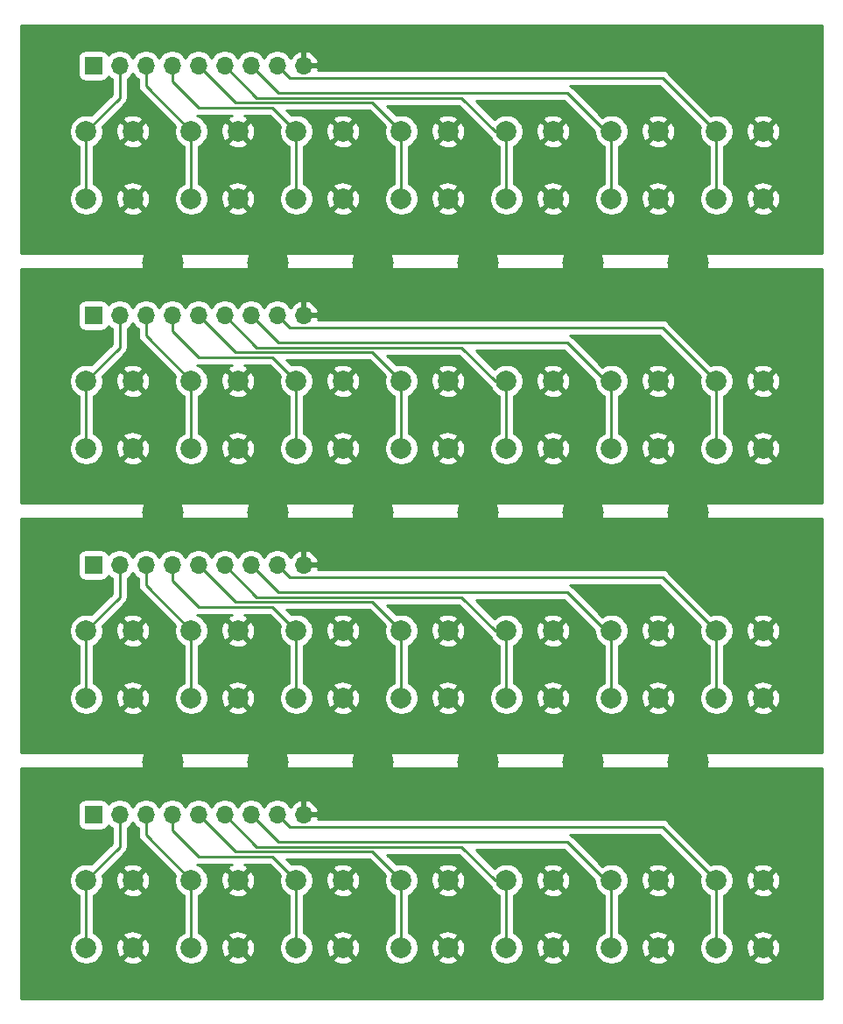
<source format=gbr>
%TF.GenerationSoftware,KiCad,Pcbnew,(5.1.7)-1*%
%TF.CreationDate,2021-03-20T09:03:10+03:00*%
%TF.ProjectId,mini_keyboard,6d696e69-5f6b-4657-9962-6f6172642e6b,v0.1*%
%TF.SameCoordinates,Original*%
%TF.FileFunction,Copper,L1,Top*%
%TF.FilePolarity,Positive*%
%FSLAX46Y46*%
G04 Gerber Fmt 4.6, Leading zero omitted, Abs format (unit mm)*
G04 Created by KiCad (PCBNEW (5.1.7)-1) date 2021-03-20 09:03:10*
%MOMM*%
%LPD*%
G01*
G04 APERTURE LIST*
%TA.AperFunction,ComponentPad*%
%ADD10C,2.000000*%
%TD*%
%TA.AperFunction,ComponentPad*%
%ADD11R,1.700000X1.700000*%
%TD*%
%TA.AperFunction,ComponentPad*%
%ADD12O,1.700000X1.700000*%
%TD*%
%TA.AperFunction,ViaPad*%
%ADD13C,4.000000*%
%TD*%
%TA.AperFunction,Conductor*%
%ADD14C,0.250000*%
%TD*%
%TA.AperFunction,Conductor*%
%ADD15C,0.254000*%
%TD*%
%TA.AperFunction,Conductor*%
%ADD16C,0.100000*%
%TD*%
G04 APERTURE END LIST*
D10*
%TO.P,SW1,2*%
%TO.N,/button_1*%
X65350000Y-106680000D03*
%TO.P,SW1,1*%
%TO.N,GND*%
X69850000Y-106680000D03*
%TO.P,SW1,2*%
%TO.N,/button_1*%
X65350000Y-113180000D03*
%TO.P,SW1,1*%
%TO.N,GND*%
X69850000Y-113180000D03*
%TD*%
D11*
%TO.P,J1,1*%
%TO.N,VCC*%
X66040000Y-100330000D03*
D12*
%TO.P,J1,2*%
%TO.N,/button_1*%
X68580000Y-100330000D03*
%TO.P,J1,3*%
%TO.N,/button_2*%
X71120000Y-100330000D03*
%TO.P,J1,4*%
%TO.N,/button_3*%
X73660000Y-100330000D03*
%TO.P,J1,5*%
%TO.N,/button_4*%
X76200000Y-100330000D03*
%TO.P,J1,6*%
%TO.N,/button_5*%
X78740000Y-100330000D03*
%TO.P,J1,7*%
%TO.N,/button_6*%
X81280000Y-100330000D03*
%TO.P,J1,8*%
%TO.N,/button_7*%
X83820000Y-100330000D03*
%TO.P,J1,9*%
%TO.N,GND*%
X86360000Y-100330000D03*
%TD*%
D10*
%TO.P,SW7,2*%
%TO.N,/button_7*%
X126310000Y-106680000D03*
%TO.P,SW7,1*%
%TO.N,GND*%
X130810000Y-106680000D03*
%TO.P,SW7,2*%
%TO.N,/button_7*%
X126310000Y-113180000D03*
%TO.P,SW7,1*%
%TO.N,GND*%
X130810000Y-113180000D03*
%TD*%
%TO.P,SW6,2*%
%TO.N,/button_6*%
X116150000Y-106680000D03*
%TO.P,SW6,1*%
%TO.N,GND*%
X120650000Y-106680000D03*
%TO.P,SW6,2*%
%TO.N,/button_6*%
X116150000Y-113180000D03*
%TO.P,SW6,1*%
%TO.N,GND*%
X120650000Y-113180000D03*
%TD*%
%TO.P,SW5,2*%
%TO.N,/button_5*%
X105990000Y-106680000D03*
%TO.P,SW5,1*%
%TO.N,GND*%
X110490000Y-106680000D03*
%TO.P,SW5,2*%
%TO.N,/button_5*%
X105990000Y-113180000D03*
%TO.P,SW5,1*%
%TO.N,GND*%
X110490000Y-113180000D03*
%TD*%
%TO.P,SW4,2*%
%TO.N,/button_4*%
X95830000Y-106680000D03*
%TO.P,SW4,1*%
%TO.N,GND*%
X100330000Y-106680000D03*
%TO.P,SW4,2*%
%TO.N,/button_4*%
X95830000Y-113180000D03*
%TO.P,SW4,1*%
%TO.N,GND*%
X100330000Y-113180000D03*
%TD*%
%TO.P,SW3,2*%
%TO.N,/button_3*%
X85670000Y-106680000D03*
%TO.P,SW3,1*%
%TO.N,GND*%
X90170000Y-106680000D03*
%TO.P,SW3,2*%
%TO.N,/button_3*%
X85670000Y-113180000D03*
%TO.P,SW3,1*%
%TO.N,GND*%
X90170000Y-113180000D03*
%TD*%
%TO.P,SW2,2*%
%TO.N,/button_2*%
X75510000Y-106680000D03*
%TO.P,SW2,1*%
%TO.N,GND*%
X80010000Y-106680000D03*
%TO.P,SW2,2*%
%TO.N,/button_2*%
X75510000Y-113180000D03*
%TO.P,SW2,1*%
%TO.N,GND*%
X80010000Y-113180000D03*
%TD*%
%TO.P,SW2,1*%
%TO.N,GND*%
X80010000Y-89050000D03*
%TO.P,SW2,2*%
%TO.N,/button_2*%
X75510000Y-89050000D03*
%TO.P,SW2,1*%
%TO.N,GND*%
X80010000Y-82550000D03*
%TO.P,SW2,2*%
%TO.N,/button_2*%
X75510000Y-82550000D03*
%TD*%
%TO.P,SW3,1*%
%TO.N,GND*%
X90170000Y-89050000D03*
%TO.P,SW3,2*%
%TO.N,/button_3*%
X85670000Y-89050000D03*
%TO.P,SW3,1*%
%TO.N,GND*%
X90170000Y-82550000D03*
%TO.P,SW3,2*%
%TO.N,/button_3*%
X85670000Y-82550000D03*
%TD*%
%TO.P,SW4,1*%
%TO.N,GND*%
X100330000Y-89050000D03*
%TO.P,SW4,2*%
%TO.N,/button_4*%
X95830000Y-89050000D03*
%TO.P,SW4,1*%
%TO.N,GND*%
X100330000Y-82550000D03*
%TO.P,SW4,2*%
%TO.N,/button_4*%
X95830000Y-82550000D03*
%TD*%
%TO.P,SW5,1*%
%TO.N,GND*%
X110490000Y-89050000D03*
%TO.P,SW5,2*%
%TO.N,/button_5*%
X105990000Y-89050000D03*
%TO.P,SW5,1*%
%TO.N,GND*%
X110490000Y-82550000D03*
%TO.P,SW5,2*%
%TO.N,/button_5*%
X105990000Y-82550000D03*
%TD*%
%TO.P,SW6,1*%
%TO.N,GND*%
X120650000Y-89050000D03*
%TO.P,SW6,2*%
%TO.N,/button_6*%
X116150000Y-89050000D03*
%TO.P,SW6,1*%
%TO.N,GND*%
X120650000Y-82550000D03*
%TO.P,SW6,2*%
%TO.N,/button_6*%
X116150000Y-82550000D03*
%TD*%
%TO.P,SW7,1*%
%TO.N,GND*%
X130810000Y-89050000D03*
%TO.P,SW7,2*%
%TO.N,/button_7*%
X126310000Y-89050000D03*
%TO.P,SW7,1*%
%TO.N,GND*%
X130810000Y-82550000D03*
%TO.P,SW7,2*%
%TO.N,/button_7*%
X126310000Y-82550000D03*
%TD*%
D12*
%TO.P,J1,9*%
%TO.N,GND*%
X86360000Y-76200000D03*
%TO.P,J1,8*%
%TO.N,/button_7*%
X83820000Y-76200000D03*
%TO.P,J1,7*%
%TO.N,/button_6*%
X81280000Y-76200000D03*
%TO.P,J1,6*%
%TO.N,/button_5*%
X78740000Y-76200000D03*
%TO.P,J1,5*%
%TO.N,/button_4*%
X76200000Y-76200000D03*
%TO.P,J1,4*%
%TO.N,/button_3*%
X73660000Y-76200000D03*
%TO.P,J1,3*%
%TO.N,/button_2*%
X71120000Y-76200000D03*
%TO.P,J1,2*%
%TO.N,/button_1*%
X68580000Y-76200000D03*
D11*
%TO.P,J1,1*%
%TO.N,VCC*%
X66040000Y-76200000D03*
%TD*%
D10*
%TO.P,SW1,1*%
%TO.N,GND*%
X69850000Y-89050000D03*
%TO.P,SW1,2*%
%TO.N,/button_1*%
X65350000Y-89050000D03*
%TO.P,SW1,1*%
%TO.N,GND*%
X69850000Y-82550000D03*
%TO.P,SW1,2*%
%TO.N,/button_1*%
X65350000Y-82550000D03*
%TD*%
%TO.P,SW1,2*%
%TO.N,/button_1*%
X65350000Y-58420000D03*
%TO.P,SW1,1*%
%TO.N,GND*%
X69850000Y-58420000D03*
%TO.P,SW1,2*%
%TO.N,/button_1*%
X65350000Y-64920000D03*
%TO.P,SW1,1*%
%TO.N,GND*%
X69850000Y-64920000D03*
%TD*%
D11*
%TO.P,J1,1*%
%TO.N,VCC*%
X66040000Y-52070000D03*
D12*
%TO.P,J1,2*%
%TO.N,/button_1*%
X68580000Y-52070000D03*
%TO.P,J1,3*%
%TO.N,/button_2*%
X71120000Y-52070000D03*
%TO.P,J1,4*%
%TO.N,/button_3*%
X73660000Y-52070000D03*
%TO.P,J1,5*%
%TO.N,/button_4*%
X76200000Y-52070000D03*
%TO.P,J1,6*%
%TO.N,/button_5*%
X78740000Y-52070000D03*
%TO.P,J1,7*%
%TO.N,/button_6*%
X81280000Y-52070000D03*
%TO.P,J1,8*%
%TO.N,/button_7*%
X83820000Y-52070000D03*
%TO.P,J1,9*%
%TO.N,GND*%
X86360000Y-52070000D03*
%TD*%
D10*
%TO.P,SW7,2*%
%TO.N,/button_7*%
X126310000Y-58420000D03*
%TO.P,SW7,1*%
%TO.N,GND*%
X130810000Y-58420000D03*
%TO.P,SW7,2*%
%TO.N,/button_7*%
X126310000Y-64920000D03*
%TO.P,SW7,1*%
%TO.N,GND*%
X130810000Y-64920000D03*
%TD*%
%TO.P,SW6,2*%
%TO.N,/button_6*%
X116150000Y-58420000D03*
%TO.P,SW6,1*%
%TO.N,GND*%
X120650000Y-58420000D03*
%TO.P,SW6,2*%
%TO.N,/button_6*%
X116150000Y-64920000D03*
%TO.P,SW6,1*%
%TO.N,GND*%
X120650000Y-64920000D03*
%TD*%
%TO.P,SW5,2*%
%TO.N,/button_5*%
X105990000Y-58420000D03*
%TO.P,SW5,1*%
%TO.N,GND*%
X110490000Y-58420000D03*
%TO.P,SW5,2*%
%TO.N,/button_5*%
X105990000Y-64920000D03*
%TO.P,SW5,1*%
%TO.N,GND*%
X110490000Y-64920000D03*
%TD*%
%TO.P,SW4,2*%
%TO.N,/button_4*%
X95830000Y-58420000D03*
%TO.P,SW4,1*%
%TO.N,GND*%
X100330000Y-58420000D03*
%TO.P,SW4,2*%
%TO.N,/button_4*%
X95830000Y-64920000D03*
%TO.P,SW4,1*%
%TO.N,GND*%
X100330000Y-64920000D03*
%TD*%
%TO.P,SW3,2*%
%TO.N,/button_3*%
X85670000Y-58420000D03*
%TO.P,SW3,1*%
%TO.N,GND*%
X90170000Y-58420000D03*
%TO.P,SW3,2*%
%TO.N,/button_3*%
X85670000Y-64920000D03*
%TO.P,SW3,1*%
%TO.N,GND*%
X90170000Y-64920000D03*
%TD*%
%TO.P,SW2,2*%
%TO.N,/button_2*%
X75510000Y-58420000D03*
%TO.P,SW2,1*%
%TO.N,GND*%
X80010000Y-58420000D03*
%TO.P,SW2,2*%
%TO.N,/button_2*%
X75510000Y-64920000D03*
%TO.P,SW2,1*%
%TO.N,GND*%
X80010000Y-64920000D03*
%TD*%
%TO.P,SW7,1*%
%TO.N,GND*%
X130810000Y-40790000D03*
%TO.P,SW7,2*%
%TO.N,/button_7*%
X126310000Y-40790000D03*
%TO.P,SW7,1*%
%TO.N,GND*%
X130810000Y-34290000D03*
%TO.P,SW7,2*%
%TO.N,/button_7*%
X126310000Y-34290000D03*
%TD*%
%TO.P,SW6,1*%
%TO.N,GND*%
X120650000Y-40790000D03*
%TO.P,SW6,2*%
%TO.N,/button_6*%
X116150000Y-40790000D03*
%TO.P,SW6,1*%
%TO.N,GND*%
X120650000Y-34290000D03*
%TO.P,SW6,2*%
%TO.N,/button_6*%
X116150000Y-34290000D03*
%TD*%
%TO.P,SW5,1*%
%TO.N,GND*%
X110490000Y-40790000D03*
%TO.P,SW5,2*%
%TO.N,/button_5*%
X105990000Y-40790000D03*
%TO.P,SW5,1*%
%TO.N,GND*%
X110490000Y-34290000D03*
%TO.P,SW5,2*%
%TO.N,/button_5*%
X105990000Y-34290000D03*
%TD*%
%TO.P,SW4,1*%
%TO.N,GND*%
X100330000Y-40790000D03*
%TO.P,SW4,2*%
%TO.N,/button_4*%
X95830000Y-40790000D03*
%TO.P,SW4,1*%
%TO.N,GND*%
X100330000Y-34290000D03*
%TO.P,SW4,2*%
%TO.N,/button_4*%
X95830000Y-34290000D03*
%TD*%
%TO.P,SW3,1*%
%TO.N,GND*%
X90170000Y-40790000D03*
%TO.P,SW3,2*%
%TO.N,/button_3*%
X85670000Y-40790000D03*
%TO.P,SW3,1*%
%TO.N,GND*%
X90170000Y-34290000D03*
%TO.P,SW3,2*%
%TO.N,/button_3*%
X85670000Y-34290000D03*
%TD*%
%TO.P,SW2,1*%
%TO.N,GND*%
X80010000Y-40790000D03*
%TO.P,SW2,2*%
%TO.N,/button_2*%
X75510000Y-40790000D03*
%TO.P,SW2,1*%
%TO.N,GND*%
X80010000Y-34290000D03*
%TO.P,SW2,2*%
%TO.N,/button_2*%
X75510000Y-34290000D03*
%TD*%
%TO.P,SW1,1*%
%TO.N,GND*%
X69850000Y-40790000D03*
%TO.P,SW1,2*%
%TO.N,/button_1*%
X65350000Y-40790000D03*
%TO.P,SW1,1*%
%TO.N,GND*%
X69850000Y-34290000D03*
%TO.P,SW1,2*%
%TO.N,/button_1*%
X65350000Y-34290000D03*
%TD*%
D12*
%TO.P,J1,9*%
%TO.N,GND*%
X86360000Y-27940000D03*
%TO.P,J1,8*%
%TO.N,/button_7*%
X83820000Y-27940000D03*
%TO.P,J1,7*%
%TO.N,/button_6*%
X81280000Y-27940000D03*
%TO.P,J1,6*%
%TO.N,/button_5*%
X78740000Y-27940000D03*
%TO.P,J1,5*%
%TO.N,/button_4*%
X76200000Y-27940000D03*
%TO.P,J1,4*%
%TO.N,/button_3*%
X73660000Y-27940000D03*
%TO.P,J1,3*%
%TO.N,/button_2*%
X71120000Y-27940000D03*
%TO.P,J1,2*%
%TO.N,/button_1*%
X68580000Y-27940000D03*
D11*
%TO.P,J1,1*%
%TO.N,VCC*%
X66040000Y-27940000D03*
%TD*%
D13*
%TO.N,GND*%
X123571000Y-95250000D03*
X113411000Y-95250000D03*
X103251000Y-95250000D03*
X93091000Y-95250000D03*
X82931000Y-95250000D03*
X72771000Y-95250000D03*
X123571000Y-71120000D03*
X113411000Y-71120000D03*
X103251000Y-71120000D03*
X93091000Y-71120000D03*
X82931000Y-71120000D03*
X72771000Y-71120000D03*
X72771000Y-46990000D03*
X82931000Y-46990000D03*
X93091000Y-46990000D03*
X103251000Y-46990000D03*
X113411000Y-46990000D03*
X123571000Y-46990000D03*
X61976000Y-43180000D03*
X133604000Y-26416000D03*
X133604000Y-43180000D03*
X61976000Y-26416000D03*
X61976000Y-67310000D03*
X133604000Y-50546000D03*
X133604000Y-67310000D03*
X61976000Y-50546000D03*
X133604000Y-91440000D03*
X133604000Y-74676000D03*
X61976000Y-91440000D03*
X61976000Y-74676000D03*
X61976000Y-98806000D03*
X133604000Y-115570000D03*
X61976000Y-115570000D03*
X133604000Y-98806000D03*
%TD*%
D14*
%TO.N,/button_7*%
X126310000Y-34290000D02*
X126310000Y-40790000D01*
X84995001Y-29115001D02*
X121063001Y-29115001D01*
X83820000Y-27940000D02*
X84995001Y-29115001D01*
X126238000Y-34290000D02*
X126310000Y-34290000D01*
X121063001Y-29115001D02*
X126238000Y-34290000D01*
X126238000Y-58420000D02*
X126310000Y-58420000D01*
X121063001Y-53245001D02*
X126238000Y-58420000D01*
X83820000Y-52070000D02*
X84995001Y-53245001D01*
X84995001Y-53245001D02*
X121063001Y-53245001D01*
X126310000Y-58420000D02*
X126310000Y-64920000D01*
X83820000Y-76200000D02*
X84995001Y-77375001D01*
X126238000Y-82550000D02*
X126310000Y-82550000D01*
X121063001Y-77375001D02*
X126238000Y-82550000D01*
X126310000Y-82550000D02*
X126310000Y-89050000D01*
X84995001Y-77375001D02*
X121063001Y-77375001D01*
X126310000Y-106680000D02*
X126310000Y-113180000D01*
X83820000Y-100330000D02*
X84995001Y-101505001D01*
X84995001Y-101505001D02*
X121063001Y-101505001D01*
X121063001Y-101505001D02*
X126238000Y-106680000D01*
X126238000Y-106680000D02*
X126310000Y-106680000D01*
%TO.N,/button_6*%
X116150000Y-34290000D02*
X116150000Y-40790000D01*
X81280000Y-27940000D02*
X83935980Y-30595980D01*
X83935980Y-30595980D02*
X111875980Y-30595980D01*
X115570000Y-34290000D02*
X116150000Y-34290000D01*
X111875980Y-30595980D02*
X115570000Y-34290000D01*
X111875980Y-54725980D02*
X115570000Y-58420000D01*
X115570000Y-58420000D02*
X116150000Y-58420000D01*
X81280000Y-52070000D02*
X83935980Y-54725980D01*
X116150000Y-58420000D02*
X116150000Y-64920000D01*
X83935980Y-54725980D02*
X111875980Y-54725980D01*
X81280000Y-76200000D02*
X83935980Y-78855980D01*
X111875980Y-78855980D02*
X115570000Y-82550000D01*
X116150000Y-82550000D02*
X116150000Y-89050000D01*
X83935980Y-78855980D02*
X111875980Y-78855980D01*
X115570000Y-82550000D02*
X116150000Y-82550000D01*
X83935980Y-102985980D02*
X111875980Y-102985980D01*
X81280000Y-100330000D02*
X83935980Y-102985980D01*
X116150000Y-106680000D02*
X116150000Y-113180000D01*
X111875980Y-102985980D02*
X115570000Y-106680000D01*
X115570000Y-106680000D02*
X116150000Y-106680000D01*
%TO.N,/button_5*%
X105990000Y-40790000D02*
X105990000Y-34290000D01*
X104902000Y-34290000D02*
X105990000Y-34290000D01*
X101657990Y-31045990D02*
X104902000Y-34290000D01*
X81845990Y-31045990D02*
X101657990Y-31045990D01*
X78740000Y-27940000D02*
X81845990Y-31045990D01*
X78740000Y-52070000D02*
X81845990Y-55175990D01*
X81845990Y-55175990D02*
X101657990Y-55175990D01*
X101657990Y-55175990D02*
X104902000Y-58420000D01*
X104902000Y-58420000D02*
X105990000Y-58420000D01*
X105990000Y-64920000D02*
X105990000Y-58420000D01*
X81845990Y-79305990D02*
X101657990Y-79305990D01*
X78740000Y-76200000D02*
X81845990Y-79305990D01*
X105990000Y-89050000D02*
X105990000Y-82550000D01*
X101657990Y-79305990D02*
X104902000Y-82550000D01*
X104902000Y-82550000D02*
X105990000Y-82550000D01*
X101657990Y-103435990D02*
X104902000Y-106680000D01*
X104902000Y-106680000D02*
X105990000Y-106680000D01*
X105990000Y-113180000D02*
X105990000Y-106680000D01*
X78740000Y-100330000D02*
X81845990Y-103435990D01*
X81845990Y-103435990D02*
X101657990Y-103435990D01*
%TO.N,/button_4*%
X95830000Y-34290000D02*
X95830000Y-40790000D01*
X93036000Y-31496000D02*
X95830000Y-34290000D01*
X79756000Y-31496000D02*
X93036000Y-31496000D01*
X76200000Y-27940000D02*
X79756000Y-31496000D01*
X76200000Y-52070000D02*
X79756000Y-55626000D01*
X79756000Y-55626000D02*
X93036000Y-55626000D01*
X93036000Y-55626000D02*
X95830000Y-58420000D01*
X95830000Y-58420000D02*
X95830000Y-64920000D01*
X79756000Y-79756000D02*
X93036000Y-79756000D01*
X95830000Y-82550000D02*
X95830000Y-89050000D01*
X93036000Y-79756000D02*
X95830000Y-82550000D01*
X76200000Y-76200000D02*
X79756000Y-79756000D01*
X93036000Y-103886000D02*
X95830000Y-106680000D01*
X76200000Y-100330000D02*
X79756000Y-103886000D01*
X79756000Y-103886000D02*
X93036000Y-103886000D01*
X95830000Y-106680000D02*
X95830000Y-113180000D01*
%TO.N,/button_3*%
X73660000Y-27940000D02*
X73660000Y-29464000D01*
X73660000Y-29464000D02*
X76200000Y-32004000D01*
X83384000Y-32004000D02*
X85670000Y-34290000D01*
X76200000Y-32004000D02*
X83384000Y-32004000D01*
X85670000Y-34290000D02*
X85670000Y-40790000D01*
X83384000Y-56134000D02*
X85670000Y-58420000D01*
X76200000Y-56134000D02*
X83384000Y-56134000D01*
X85670000Y-58420000D02*
X85670000Y-64920000D01*
X73660000Y-53594000D02*
X76200000Y-56134000D01*
X73660000Y-52070000D02*
X73660000Y-53594000D01*
X85670000Y-82550000D02*
X85670000Y-89050000D01*
X83384000Y-80264000D02*
X85670000Y-82550000D01*
X73660000Y-76200000D02*
X73660000Y-77724000D01*
X76200000Y-80264000D02*
X83384000Y-80264000D01*
X73660000Y-77724000D02*
X76200000Y-80264000D01*
X76200000Y-104394000D02*
X83384000Y-104394000D01*
X83384000Y-104394000D02*
X85670000Y-106680000D01*
X85670000Y-106680000D02*
X85670000Y-113180000D01*
X73660000Y-101854000D02*
X76200000Y-104394000D01*
X73660000Y-100330000D02*
X73660000Y-101854000D01*
%TO.N,/button_2*%
X75510000Y-34290000D02*
X75510000Y-40790000D01*
X71120000Y-29900000D02*
X75510000Y-34290000D01*
X71120000Y-27940000D02*
X71120000Y-29900000D01*
X71120000Y-54030000D02*
X75510000Y-58420000D01*
X75510000Y-58420000D02*
X75510000Y-64920000D01*
X71120000Y-52070000D02*
X71120000Y-54030000D01*
X71120000Y-76200000D02*
X71120000Y-78160000D01*
X71120000Y-78160000D02*
X75510000Y-82550000D01*
X75510000Y-82550000D02*
X75510000Y-89050000D01*
X71120000Y-102290000D02*
X75510000Y-106680000D01*
X75510000Y-106680000D02*
X75510000Y-113180000D01*
X71120000Y-100330000D02*
X71120000Y-102290000D01*
%TO.N,/button_1*%
X68580000Y-31060000D02*
X65350000Y-34290000D01*
X68580000Y-27940000D02*
X68580000Y-31060000D01*
X65350000Y-34290000D02*
X65350000Y-40790000D01*
X68580000Y-55190000D02*
X65350000Y-58420000D01*
X68580000Y-52070000D02*
X68580000Y-55190000D01*
X65350000Y-58420000D02*
X65350000Y-64920000D01*
X65350000Y-82550000D02*
X65350000Y-89050000D01*
X68580000Y-79320000D02*
X65350000Y-82550000D01*
X68580000Y-76200000D02*
X68580000Y-79320000D01*
X68580000Y-100330000D02*
X68580000Y-103450000D01*
X65350000Y-106680000D02*
X65350000Y-113180000D01*
X68580000Y-103450000D02*
X65350000Y-106680000D01*
%TD*%
D15*
%TO.N,GND*%
X136500000Y-46101000D02*
X59080000Y-46101000D01*
X59080000Y-34128967D01*
X63715000Y-34128967D01*
X63715000Y-34451033D01*
X63777832Y-34766912D01*
X63901082Y-35064463D01*
X64080013Y-35332252D01*
X64307748Y-35559987D01*
X64575537Y-35738918D01*
X64590000Y-35744909D01*
X64590001Y-39335091D01*
X64575537Y-39341082D01*
X64307748Y-39520013D01*
X64080013Y-39747748D01*
X63901082Y-40015537D01*
X63777832Y-40313088D01*
X63715000Y-40628967D01*
X63715000Y-40951033D01*
X63777832Y-41266912D01*
X63901082Y-41564463D01*
X64080013Y-41832252D01*
X64307748Y-42059987D01*
X64575537Y-42238918D01*
X64873088Y-42362168D01*
X65188967Y-42425000D01*
X65511033Y-42425000D01*
X65826912Y-42362168D01*
X66124463Y-42238918D01*
X66392252Y-42059987D01*
X66526826Y-41925413D01*
X68894192Y-41925413D01*
X68989956Y-42189814D01*
X69279571Y-42330704D01*
X69591108Y-42412384D01*
X69912595Y-42431718D01*
X70231675Y-42387961D01*
X70536088Y-42282795D01*
X70710044Y-42189814D01*
X70805808Y-41925413D01*
X69850000Y-40969605D01*
X68894192Y-41925413D01*
X66526826Y-41925413D01*
X66619987Y-41832252D01*
X66798918Y-41564463D01*
X66922168Y-41266912D01*
X66985000Y-40951033D01*
X66985000Y-40852595D01*
X68208282Y-40852595D01*
X68252039Y-41171675D01*
X68357205Y-41476088D01*
X68450186Y-41650044D01*
X68714587Y-41745808D01*
X69670395Y-40790000D01*
X70029605Y-40790000D01*
X70985413Y-41745808D01*
X71249814Y-41650044D01*
X71390704Y-41360429D01*
X71472384Y-41048892D01*
X71491718Y-40727405D01*
X71447961Y-40408325D01*
X71342795Y-40103912D01*
X71249814Y-39929956D01*
X70985413Y-39834192D01*
X70029605Y-40790000D01*
X69670395Y-40790000D01*
X68714587Y-39834192D01*
X68450186Y-39929956D01*
X68309296Y-40219571D01*
X68227616Y-40531108D01*
X68208282Y-40852595D01*
X66985000Y-40852595D01*
X66985000Y-40628967D01*
X66922168Y-40313088D01*
X66798918Y-40015537D01*
X66619987Y-39747748D01*
X66526826Y-39654587D01*
X68894192Y-39654587D01*
X69850000Y-40610395D01*
X70805808Y-39654587D01*
X70710044Y-39390186D01*
X70420429Y-39249296D01*
X70108892Y-39167616D01*
X69787405Y-39148282D01*
X69468325Y-39192039D01*
X69163912Y-39297205D01*
X68989956Y-39390186D01*
X68894192Y-39654587D01*
X66526826Y-39654587D01*
X66392252Y-39520013D01*
X66124463Y-39341082D01*
X66110000Y-39335091D01*
X66110000Y-35744909D01*
X66124463Y-35738918D01*
X66392252Y-35559987D01*
X66526826Y-35425413D01*
X68894192Y-35425413D01*
X68989956Y-35689814D01*
X69279571Y-35830704D01*
X69591108Y-35912384D01*
X69912595Y-35931718D01*
X70231675Y-35887961D01*
X70536088Y-35782795D01*
X70710044Y-35689814D01*
X70805808Y-35425413D01*
X69850000Y-34469605D01*
X68894192Y-35425413D01*
X66526826Y-35425413D01*
X66619987Y-35332252D01*
X66798918Y-35064463D01*
X66922168Y-34766912D01*
X66985000Y-34451033D01*
X66985000Y-34352595D01*
X68208282Y-34352595D01*
X68252039Y-34671675D01*
X68357205Y-34976088D01*
X68450186Y-35150044D01*
X68714587Y-35245808D01*
X69670395Y-34290000D01*
X70029605Y-34290000D01*
X70985413Y-35245808D01*
X71249814Y-35150044D01*
X71390704Y-34860429D01*
X71472384Y-34548892D01*
X71491718Y-34227405D01*
X71447961Y-33908325D01*
X71342795Y-33603912D01*
X71249814Y-33429956D01*
X70985413Y-33334192D01*
X70029605Y-34290000D01*
X69670395Y-34290000D01*
X68714587Y-33334192D01*
X68450186Y-33429956D01*
X68309296Y-33719571D01*
X68227616Y-34031108D01*
X68208282Y-34352595D01*
X66985000Y-34352595D01*
X66985000Y-34128967D01*
X66922168Y-33813088D01*
X66916177Y-33798624D01*
X67560214Y-33154587D01*
X68894192Y-33154587D01*
X69850000Y-34110395D01*
X70805808Y-33154587D01*
X70710044Y-32890186D01*
X70420429Y-32749296D01*
X70108892Y-32667616D01*
X69787405Y-32648282D01*
X69468325Y-32692039D01*
X69163912Y-32797205D01*
X68989956Y-32890186D01*
X68894192Y-33154587D01*
X67560214Y-33154587D01*
X69091003Y-31623799D01*
X69120001Y-31600001D01*
X69214974Y-31484276D01*
X69285546Y-31352247D01*
X69329003Y-31208986D01*
X69340000Y-31097333D01*
X69340000Y-31097323D01*
X69343676Y-31060000D01*
X69340000Y-31022677D01*
X69340000Y-29218178D01*
X69526632Y-29093475D01*
X69733475Y-28886632D01*
X69850000Y-28712240D01*
X69966525Y-28886632D01*
X70173368Y-29093475D01*
X70360001Y-29218179D01*
X70360001Y-29862668D01*
X70356324Y-29900000D01*
X70360001Y-29937333D01*
X70370998Y-30048986D01*
X70381916Y-30084977D01*
X70414454Y-30192246D01*
X70485026Y-30324276D01*
X70509793Y-30354454D01*
X70580000Y-30440001D01*
X70608998Y-30463799D01*
X73943823Y-33798625D01*
X73937832Y-33813088D01*
X73875000Y-34128967D01*
X73875000Y-34451033D01*
X73937832Y-34766912D01*
X74061082Y-35064463D01*
X74240013Y-35332252D01*
X74467748Y-35559987D01*
X74735537Y-35738918D01*
X74750000Y-35744909D01*
X74750001Y-39335091D01*
X74735537Y-39341082D01*
X74467748Y-39520013D01*
X74240013Y-39747748D01*
X74061082Y-40015537D01*
X73937832Y-40313088D01*
X73875000Y-40628967D01*
X73875000Y-40951033D01*
X73937832Y-41266912D01*
X74061082Y-41564463D01*
X74240013Y-41832252D01*
X74467748Y-42059987D01*
X74735537Y-42238918D01*
X75033088Y-42362168D01*
X75348967Y-42425000D01*
X75671033Y-42425000D01*
X75986912Y-42362168D01*
X76284463Y-42238918D01*
X76552252Y-42059987D01*
X76686826Y-41925413D01*
X79054192Y-41925413D01*
X79149956Y-42189814D01*
X79439571Y-42330704D01*
X79751108Y-42412384D01*
X80072595Y-42431718D01*
X80391675Y-42387961D01*
X80696088Y-42282795D01*
X80870044Y-42189814D01*
X80965808Y-41925413D01*
X80010000Y-40969605D01*
X79054192Y-41925413D01*
X76686826Y-41925413D01*
X76779987Y-41832252D01*
X76958918Y-41564463D01*
X77082168Y-41266912D01*
X77145000Y-40951033D01*
X77145000Y-40852595D01*
X78368282Y-40852595D01*
X78412039Y-41171675D01*
X78517205Y-41476088D01*
X78610186Y-41650044D01*
X78874587Y-41745808D01*
X79830395Y-40790000D01*
X80189605Y-40790000D01*
X81145413Y-41745808D01*
X81409814Y-41650044D01*
X81550704Y-41360429D01*
X81632384Y-41048892D01*
X81651718Y-40727405D01*
X81607961Y-40408325D01*
X81502795Y-40103912D01*
X81409814Y-39929956D01*
X81145413Y-39834192D01*
X80189605Y-40790000D01*
X79830395Y-40790000D01*
X78874587Y-39834192D01*
X78610186Y-39929956D01*
X78469296Y-40219571D01*
X78387616Y-40531108D01*
X78368282Y-40852595D01*
X77145000Y-40852595D01*
X77145000Y-40628967D01*
X77082168Y-40313088D01*
X76958918Y-40015537D01*
X76779987Y-39747748D01*
X76686826Y-39654587D01*
X79054192Y-39654587D01*
X80010000Y-40610395D01*
X80965808Y-39654587D01*
X80870044Y-39390186D01*
X80580429Y-39249296D01*
X80268892Y-39167616D01*
X79947405Y-39148282D01*
X79628325Y-39192039D01*
X79323912Y-39297205D01*
X79149956Y-39390186D01*
X79054192Y-39654587D01*
X76686826Y-39654587D01*
X76552252Y-39520013D01*
X76284463Y-39341082D01*
X76270000Y-39335091D01*
X76270000Y-35744909D01*
X76284463Y-35738918D01*
X76552252Y-35559987D01*
X76686826Y-35425413D01*
X79054192Y-35425413D01*
X79149956Y-35689814D01*
X79439571Y-35830704D01*
X79751108Y-35912384D01*
X80072595Y-35931718D01*
X80391675Y-35887961D01*
X80696088Y-35782795D01*
X80870044Y-35689814D01*
X80965808Y-35425413D01*
X80010000Y-34469605D01*
X79054192Y-35425413D01*
X76686826Y-35425413D01*
X76779987Y-35332252D01*
X76958918Y-35064463D01*
X77082168Y-34766912D01*
X77145000Y-34451033D01*
X77145000Y-34352595D01*
X78368282Y-34352595D01*
X78412039Y-34671675D01*
X78517205Y-34976088D01*
X78610186Y-35150044D01*
X78874587Y-35245808D01*
X79830395Y-34290000D01*
X80189605Y-34290000D01*
X81145413Y-35245808D01*
X81409814Y-35150044D01*
X81550704Y-34860429D01*
X81632384Y-34548892D01*
X81651718Y-34227405D01*
X81607961Y-33908325D01*
X81502795Y-33603912D01*
X81409814Y-33429956D01*
X81145413Y-33334192D01*
X80189605Y-34290000D01*
X79830395Y-34290000D01*
X78874587Y-33334192D01*
X78610186Y-33429956D01*
X78469296Y-33719571D01*
X78387616Y-34031108D01*
X78368282Y-34352595D01*
X77145000Y-34352595D01*
X77145000Y-34128967D01*
X77082168Y-33813088D01*
X76958918Y-33515537D01*
X76779987Y-33247748D01*
X76552252Y-33020013D01*
X76284463Y-32841082D01*
X76078313Y-32755692D01*
X76162667Y-32764000D01*
X76162676Y-32764000D01*
X76199999Y-32767676D01*
X76237322Y-32764000D01*
X79420027Y-32764000D01*
X79323912Y-32797205D01*
X79149956Y-32890186D01*
X79054192Y-33154587D01*
X80010000Y-34110395D01*
X80965808Y-33154587D01*
X80870044Y-32890186D01*
X80610655Y-32764000D01*
X83069199Y-32764000D01*
X84103823Y-33798625D01*
X84097832Y-33813088D01*
X84035000Y-34128967D01*
X84035000Y-34451033D01*
X84097832Y-34766912D01*
X84221082Y-35064463D01*
X84400013Y-35332252D01*
X84627748Y-35559987D01*
X84895537Y-35738918D01*
X84910000Y-35744909D01*
X84910001Y-39335091D01*
X84895537Y-39341082D01*
X84627748Y-39520013D01*
X84400013Y-39747748D01*
X84221082Y-40015537D01*
X84097832Y-40313088D01*
X84035000Y-40628967D01*
X84035000Y-40951033D01*
X84097832Y-41266912D01*
X84221082Y-41564463D01*
X84400013Y-41832252D01*
X84627748Y-42059987D01*
X84895537Y-42238918D01*
X85193088Y-42362168D01*
X85508967Y-42425000D01*
X85831033Y-42425000D01*
X86146912Y-42362168D01*
X86444463Y-42238918D01*
X86712252Y-42059987D01*
X86846826Y-41925413D01*
X89214192Y-41925413D01*
X89309956Y-42189814D01*
X89599571Y-42330704D01*
X89911108Y-42412384D01*
X90232595Y-42431718D01*
X90551675Y-42387961D01*
X90856088Y-42282795D01*
X91030044Y-42189814D01*
X91125808Y-41925413D01*
X90170000Y-40969605D01*
X89214192Y-41925413D01*
X86846826Y-41925413D01*
X86939987Y-41832252D01*
X87118918Y-41564463D01*
X87242168Y-41266912D01*
X87305000Y-40951033D01*
X87305000Y-40852595D01*
X88528282Y-40852595D01*
X88572039Y-41171675D01*
X88677205Y-41476088D01*
X88770186Y-41650044D01*
X89034587Y-41745808D01*
X89990395Y-40790000D01*
X90349605Y-40790000D01*
X91305413Y-41745808D01*
X91569814Y-41650044D01*
X91710704Y-41360429D01*
X91792384Y-41048892D01*
X91811718Y-40727405D01*
X91767961Y-40408325D01*
X91662795Y-40103912D01*
X91569814Y-39929956D01*
X91305413Y-39834192D01*
X90349605Y-40790000D01*
X89990395Y-40790000D01*
X89034587Y-39834192D01*
X88770186Y-39929956D01*
X88629296Y-40219571D01*
X88547616Y-40531108D01*
X88528282Y-40852595D01*
X87305000Y-40852595D01*
X87305000Y-40628967D01*
X87242168Y-40313088D01*
X87118918Y-40015537D01*
X86939987Y-39747748D01*
X86846826Y-39654587D01*
X89214192Y-39654587D01*
X90170000Y-40610395D01*
X91125808Y-39654587D01*
X91030044Y-39390186D01*
X90740429Y-39249296D01*
X90428892Y-39167616D01*
X90107405Y-39148282D01*
X89788325Y-39192039D01*
X89483912Y-39297205D01*
X89309956Y-39390186D01*
X89214192Y-39654587D01*
X86846826Y-39654587D01*
X86712252Y-39520013D01*
X86444463Y-39341082D01*
X86430000Y-39335091D01*
X86430000Y-35744909D01*
X86444463Y-35738918D01*
X86712252Y-35559987D01*
X86846826Y-35425413D01*
X89214192Y-35425413D01*
X89309956Y-35689814D01*
X89599571Y-35830704D01*
X89911108Y-35912384D01*
X90232595Y-35931718D01*
X90551675Y-35887961D01*
X90856088Y-35782795D01*
X91030044Y-35689814D01*
X91125808Y-35425413D01*
X90170000Y-34469605D01*
X89214192Y-35425413D01*
X86846826Y-35425413D01*
X86939987Y-35332252D01*
X87118918Y-35064463D01*
X87242168Y-34766912D01*
X87305000Y-34451033D01*
X87305000Y-34352595D01*
X88528282Y-34352595D01*
X88572039Y-34671675D01*
X88677205Y-34976088D01*
X88770186Y-35150044D01*
X89034587Y-35245808D01*
X89990395Y-34290000D01*
X90349605Y-34290000D01*
X91305413Y-35245808D01*
X91569814Y-35150044D01*
X91710704Y-34860429D01*
X91792384Y-34548892D01*
X91811718Y-34227405D01*
X91767961Y-33908325D01*
X91662795Y-33603912D01*
X91569814Y-33429956D01*
X91305413Y-33334192D01*
X90349605Y-34290000D01*
X89990395Y-34290000D01*
X89034587Y-33334192D01*
X88770186Y-33429956D01*
X88629296Y-33719571D01*
X88547616Y-34031108D01*
X88528282Y-34352595D01*
X87305000Y-34352595D01*
X87305000Y-34128967D01*
X87242168Y-33813088D01*
X87118918Y-33515537D01*
X86939987Y-33247748D01*
X86846826Y-33154587D01*
X89214192Y-33154587D01*
X90170000Y-34110395D01*
X91125808Y-33154587D01*
X91030044Y-32890186D01*
X90740429Y-32749296D01*
X90428892Y-32667616D01*
X90107405Y-32648282D01*
X89788325Y-32692039D01*
X89483912Y-32797205D01*
X89309956Y-32890186D01*
X89214192Y-33154587D01*
X86846826Y-33154587D01*
X86712252Y-33020013D01*
X86444463Y-32841082D01*
X86146912Y-32717832D01*
X85831033Y-32655000D01*
X85508967Y-32655000D01*
X85193088Y-32717832D01*
X85178625Y-32723823D01*
X84710801Y-32256000D01*
X92721199Y-32256000D01*
X94263823Y-33798625D01*
X94257832Y-33813088D01*
X94195000Y-34128967D01*
X94195000Y-34451033D01*
X94257832Y-34766912D01*
X94381082Y-35064463D01*
X94560013Y-35332252D01*
X94787748Y-35559987D01*
X95055537Y-35738918D01*
X95070000Y-35744909D01*
X95070001Y-39335091D01*
X95055537Y-39341082D01*
X94787748Y-39520013D01*
X94560013Y-39747748D01*
X94381082Y-40015537D01*
X94257832Y-40313088D01*
X94195000Y-40628967D01*
X94195000Y-40951033D01*
X94257832Y-41266912D01*
X94381082Y-41564463D01*
X94560013Y-41832252D01*
X94787748Y-42059987D01*
X95055537Y-42238918D01*
X95353088Y-42362168D01*
X95668967Y-42425000D01*
X95991033Y-42425000D01*
X96306912Y-42362168D01*
X96604463Y-42238918D01*
X96872252Y-42059987D01*
X97006826Y-41925413D01*
X99374192Y-41925413D01*
X99469956Y-42189814D01*
X99759571Y-42330704D01*
X100071108Y-42412384D01*
X100392595Y-42431718D01*
X100711675Y-42387961D01*
X101016088Y-42282795D01*
X101190044Y-42189814D01*
X101285808Y-41925413D01*
X100330000Y-40969605D01*
X99374192Y-41925413D01*
X97006826Y-41925413D01*
X97099987Y-41832252D01*
X97278918Y-41564463D01*
X97402168Y-41266912D01*
X97465000Y-40951033D01*
X97465000Y-40852595D01*
X98688282Y-40852595D01*
X98732039Y-41171675D01*
X98837205Y-41476088D01*
X98930186Y-41650044D01*
X99194587Y-41745808D01*
X100150395Y-40790000D01*
X100509605Y-40790000D01*
X101465413Y-41745808D01*
X101729814Y-41650044D01*
X101870704Y-41360429D01*
X101952384Y-41048892D01*
X101971718Y-40727405D01*
X101927961Y-40408325D01*
X101822795Y-40103912D01*
X101729814Y-39929956D01*
X101465413Y-39834192D01*
X100509605Y-40790000D01*
X100150395Y-40790000D01*
X99194587Y-39834192D01*
X98930186Y-39929956D01*
X98789296Y-40219571D01*
X98707616Y-40531108D01*
X98688282Y-40852595D01*
X97465000Y-40852595D01*
X97465000Y-40628967D01*
X97402168Y-40313088D01*
X97278918Y-40015537D01*
X97099987Y-39747748D01*
X97006826Y-39654587D01*
X99374192Y-39654587D01*
X100330000Y-40610395D01*
X101285808Y-39654587D01*
X101190044Y-39390186D01*
X100900429Y-39249296D01*
X100588892Y-39167616D01*
X100267405Y-39148282D01*
X99948325Y-39192039D01*
X99643912Y-39297205D01*
X99469956Y-39390186D01*
X99374192Y-39654587D01*
X97006826Y-39654587D01*
X96872252Y-39520013D01*
X96604463Y-39341082D01*
X96590000Y-39335091D01*
X96590000Y-35744909D01*
X96604463Y-35738918D01*
X96872252Y-35559987D01*
X97006826Y-35425413D01*
X99374192Y-35425413D01*
X99469956Y-35689814D01*
X99759571Y-35830704D01*
X100071108Y-35912384D01*
X100392595Y-35931718D01*
X100711675Y-35887961D01*
X101016088Y-35782795D01*
X101190044Y-35689814D01*
X101285808Y-35425413D01*
X100330000Y-34469605D01*
X99374192Y-35425413D01*
X97006826Y-35425413D01*
X97099987Y-35332252D01*
X97278918Y-35064463D01*
X97402168Y-34766912D01*
X97465000Y-34451033D01*
X97465000Y-34352595D01*
X98688282Y-34352595D01*
X98732039Y-34671675D01*
X98837205Y-34976088D01*
X98930186Y-35150044D01*
X99194587Y-35245808D01*
X100150395Y-34290000D01*
X100509605Y-34290000D01*
X101465413Y-35245808D01*
X101729814Y-35150044D01*
X101870704Y-34860429D01*
X101952384Y-34548892D01*
X101971718Y-34227405D01*
X101927961Y-33908325D01*
X101822795Y-33603912D01*
X101729814Y-33429956D01*
X101465413Y-33334192D01*
X100509605Y-34290000D01*
X100150395Y-34290000D01*
X99194587Y-33334192D01*
X98930186Y-33429956D01*
X98789296Y-33719571D01*
X98707616Y-34031108D01*
X98688282Y-34352595D01*
X97465000Y-34352595D01*
X97465000Y-34128967D01*
X97402168Y-33813088D01*
X97278918Y-33515537D01*
X97099987Y-33247748D01*
X97006826Y-33154587D01*
X99374192Y-33154587D01*
X100330000Y-34110395D01*
X101285808Y-33154587D01*
X101190044Y-32890186D01*
X100900429Y-32749296D01*
X100588892Y-32667616D01*
X100267405Y-32648282D01*
X99948325Y-32692039D01*
X99643912Y-32797205D01*
X99469956Y-32890186D01*
X99374192Y-33154587D01*
X97006826Y-33154587D01*
X96872252Y-33020013D01*
X96604463Y-32841082D01*
X96306912Y-32717832D01*
X95991033Y-32655000D01*
X95668967Y-32655000D01*
X95353088Y-32717832D01*
X95338625Y-32723823D01*
X94420791Y-31805990D01*
X101343189Y-31805990D01*
X104338201Y-34801003D01*
X104361999Y-34830001D01*
X104390997Y-34853799D01*
X104477723Y-34924974D01*
X104484891Y-34928805D01*
X104541082Y-35064463D01*
X104720013Y-35332252D01*
X104947748Y-35559987D01*
X105215537Y-35738918D01*
X105230001Y-35744909D01*
X105230000Y-39335091D01*
X105215537Y-39341082D01*
X104947748Y-39520013D01*
X104720013Y-39747748D01*
X104541082Y-40015537D01*
X104417832Y-40313088D01*
X104355000Y-40628967D01*
X104355000Y-40951033D01*
X104417832Y-41266912D01*
X104541082Y-41564463D01*
X104720013Y-41832252D01*
X104947748Y-42059987D01*
X105215537Y-42238918D01*
X105513088Y-42362168D01*
X105828967Y-42425000D01*
X106151033Y-42425000D01*
X106466912Y-42362168D01*
X106764463Y-42238918D01*
X107032252Y-42059987D01*
X107166826Y-41925413D01*
X109534192Y-41925413D01*
X109629956Y-42189814D01*
X109919571Y-42330704D01*
X110231108Y-42412384D01*
X110552595Y-42431718D01*
X110871675Y-42387961D01*
X111176088Y-42282795D01*
X111350044Y-42189814D01*
X111445808Y-41925413D01*
X110490000Y-40969605D01*
X109534192Y-41925413D01*
X107166826Y-41925413D01*
X107259987Y-41832252D01*
X107438918Y-41564463D01*
X107562168Y-41266912D01*
X107625000Y-40951033D01*
X107625000Y-40852595D01*
X108848282Y-40852595D01*
X108892039Y-41171675D01*
X108997205Y-41476088D01*
X109090186Y-41650044D01*
X109354587Y-41745808D01*
X110310395Y-40790000D01*
X110669605Y-40790000D01*
X111625413Y-41745808D01*
X111889814Y-41650044D01*
X112030704Y-41360429D01*
X112112384Y-41048892D01*
X112131718Y-40727405D01*
X112087961Y-40408325D01*
X111982795Y-40103912D01*
X111889814Y-39929956D01*
X111625413Y-39834192D01*
X110669605Y-40790000D01*
X110310395Y-40790000D01*
X109354587Y-39834192D01*
X109090186Y-39929956D01*
X108949296Y-40219571D01*
X108867616Y-40531108D01*
X108848282Y-40852595D01*
X107625000Y-40852595D01*
X107625000Y-40628967D01*
X107562168Y-40313088D01*
X107438918Y-40015537D01*
X107259987Y-39747748D01*
X107166826Y-39654587D01*
X109534192Y-39654587D01*
X110490000Y-40610395D01*
X111445808Y-39654587D01*
X111350044Y-39390186D01*
X111060429Y-39249296D01*
X110748892Y-39167616D01*
X110427405Y-39148282D01*
X110108325Y-39192039D01*
X109803912Y-39297205D01*
X109629956Y-39390186D01*
X109534192Y-39654587D01*
X107166826Y-39654587D01*
X107032252Y-39520013D01*
X106764463Y-39341082D01*
X106750000Y-39335091D01*
X106750000Y-35744909D01*
X106764463Y-35738918D01*
X107032252Y-35559987D01*
X107166826Y-35425413D01*
X109534192Y-35425413D01*
X109629956Y-35689814D01*
X109919571Y-35830704D01*
X110231108Y-35912384D01*
X110552595Y-35931718D01*
X110871675Y-35887961D01*
X111176088Y-35782795D01*
X111350044Y-35689814D01*
X111445808Y-35425413D01*
X110490000Y-34469605D01*
X109534192Y-35425413D01*
X107166826Y-35425413D01*
X107259987Y-35332252D01*
X107438918Y-35064463D01*
X107562168Y-34766912D01*
X107625000Y-34451033D01*
X107625000Y-34352595D01*
X108848282Y-34352595D01*
X108892039Y-34671675D01*
X108997205Y-34976088D01*
X109090186Y-35150044D01*
X109354587Y-35245808D01*
X110310395Y-34290000D01*
X110669605Y-34290000D01*
X111625413Y-35245808D01*
X111889814Y-35150044D01*
X112030704Y-34860429D01*
X112112384Y-34548892D01*
X112131718Y-34227405D01*
X112087961Y-33908325D01*
X111982795Y-33603912D01*
X111889814Y-33429956D01*
X111625413Y-33334192D01*
X110669605Y-34290000D01*
X110310395Y-34290000D01*
X109354587Y-33334192D01*
X109090186Y-33429956D01*
X108949296Y-33719571D01*
X108867616Y-34031108D01*
X108848282Y-34352595D01*
X107625000Y-34352595D01*
X107625000Y-34128967D01*
X107562168Y-33813088D01*
X107438918Y-33515537D01*
X107259987Y-33247748D01*
X107166826Y-33154587D01*
X109534192Y-33154587D01*
X110490000Y-34110395D01*
X111445808Y-33154587D01*
X111350044Y-32890186D01*
X111060429Y-32749296D01*
X110748892Y-32667616D01*
X110427405Y-32648282D01*
X110108325Y-32692039D01*
X109803912Y-32797205D01*
X109629956Y-32890186D01*
X109534192Y-33154587D01*
X107166826Y-33154587D01*
X107032252Y-33020013D01*
X106764463Y-32841082D01*
X106466912Y-32717832D01*
X106151033Y-32655000D01*
X105828967Y-32655000D01*
X105513088Y-32717832D01*
X105215537Y-32841082D01*
X104947748Y-33020013D01*
X104827281Y-33140480D01*
X103042781Y-31355980D01*
X111561179Y-31355980D01*
X114515000Y-34309802D01*
X114515000Y-34451033D01*
X114577832Y-34766912D01*
X114701082Y-35064463D01*
X114880013Y-35332252D01*
X115107748Y-35559987D01*
X115375537Y-35738918D01*
X115390000Y-35744909D01*
X115390001Y-39335091D01*
X115375537Y-39341082D01*
X115107748Y-39520013D01*
X114880013Y-39747748D01*
X114701082Y-40015537D01*
X114577832Y-40313088D01*
X114515000Y-40628967D01*
X114515000Y-40951033D01*
X114577832Y-41266912D01*
X114701082Y-41564463D01*
X114880013Y-41832252D01*
X115107748Y-42059987D01*
X115375537Y-42238918D01*
X115673088Y-42362168D01*
X115988967Y-42425000D01*
X116311033Y-42425000D01*
X116626912Y-42362168D01*
X116924463Y-42238918D01*
X117192252Y-42059987D01*
X117326826Y-41925413D01*
X119694192Y-41925413D01*
X119789956Y-42189814D01*
X120079571Y-42330704D01*
X120391108Y-42412384D01*
X120712595Y-42431718D01*
X121031675Y-42387961D01*
X121336088Y-42282795D01*
X121510044Y-42189814D01*
X121605808Y-41925413D01*
X120650000Y-40969605D01*
X119694192Y-41925413D01*
X117326826Y-41925413D01*
X117419987Y-41832252D01*
X117598918Y-41564463D01*
X117722168Y-41266912D01*
X117785000Y-40951033D01*
X117785000Y-40852595D01*
X119008282Y-40852595D01*
X119052039Y-41171675D01*
X119157205Y-41476088D01*
X119250186Y-41650044D01*
X119514587Y-41745808D01*
X120470395Y-40790000D01*
X120829605Y-40790000D01*
X121785413Y-41745808D01*
X122049814Y-41650044D01*
X122190704Y-41360429D01*
X122272384Y-41048892D01*
X122291718Y-40727405D01*
X122247961Y-40408325D01*
X122142795Y-40103912D01*
X122049814Y-39929956D01*
X121785413Y-39834192D01*
X120829605Y-40790000D01*
X120470395Y-40790000D01*
X119514587Y-39834192D01*
X119250186Y-39929956D01*
X119109296Y-40219571D01*
X119027616Y-40531108D01*
X119008282Y-40852595D01*
X117785000Y-40852595D01*
X117785000Y-40628967D01*
X117722168Y-40313088D01*
X117598918Y-40015537D01*
X117419987Y-39747748D01*
X117326826Y-39654587D01*
X119694192Y-39654587D01*
X120650000Y-40610395D01*
X121605808Y-39654587D01*
X121510044Y-39390186D01*
X121220429Y-39249296D01*
X120908892Y-39167616D01*
X120587405Y-39148282D01*
X120268325Y-39192039D01*
X119963912Y-39297205D01*
X119789956Y-39390186D01*
X119694192Y-39654587D01*
X117326826Y-39654587D01*
X117192252Y-39520013D01*
X116924463Y-39341082D01*
X116910000Y-39335091D01*
X116910000Y-35744909D01*
X116924463Y-35738918D01*
X117192252Y-35559987D01*
X117326826Y-35425413D01*
X119694192Y-35425413D01*
X119789956Y-35689814D01*
X120079571Y-35830704D01*
X120391108Y-35912384D01*
X120712595Y-35931718D01*
X121031675Y-35887961D01*
X121336088Y-35782795D01*
X121510044Y-35689814D01*
X121605808Y-35425413D01*
X120650000Y-34469605D01*
X119694192Y-35425413D01*
X117326826Y-35425413D01*
X117419987Y-35332252D01*
X117598918Y-35064463D01*
X117722168Y-34766912D01*
X117785000Y-34451033D01*
X117785000Y-34352595D01*
X119008282Y-34352595D01*
X119052039Y-34671675D01*
X119157205Y-34976088D01*
X119250186Y-35150044D01*
X119514587Y-35245808D01*
X120470395Y-34290000D01*
X120829605Y-34290000D01*
X121785413Y-35245808D01*
X122049814Y-35150044D01*
X122190704Y-34860429D01*
X122272384Y-34548892D01*
X122291718Y-34227405D01*
X122247961Y-33908325D01*
X122142795Y-33603912D01*
X122049814Y-33429956D01*
X121785413Y-33334192D01*
X120829605Y-34290000D01*
X120470395Y-34290000D01*
X119514587Y-33334192D01*
X119250186Y-33429956D01*
X119109296Y-33719571D01*
X119027616Y-34031108D01*
X119008282Y-34352595D01*
X117785000Y-34352595D01*
X117785000Y-34128967D01*
X117722168Y-33813088D01*
X117598918Y-33515537D01*
X117419987Y-33247748D01*
X117326826Y-33154587D01*
X119694192Y-33154587D01*
X120650000Y-34110395D01*
X121605808Y-33154587D01*
X121510044Y-32890186D01*
X121220429Y-32749296D01*
X120908892Y-32667616D01*
X120587405Y-32648282D01*
X120268325Y-32692039D01*
X119963912Y-32797205D01*
X119789956Y-32890186D01*
X119694192Y-33154587D01*
X117326826Y-33154587D01*
X117192252Y-33020013D01*
X116924463Y-32841082D01*
X116626912Y-32717832D01*
X116311033Y-32655000D01*
X115988967Y-32655000D01*
X115673088Y-32717832D01*
X115375537Y-32841082D01*
X115267843Y-32913041D01*
X112439784Y-30084983D01*
X112415981Y-30055979D01*
X112300256Y-29961006D01*
X112168227Y-29890434D01*
X112117350Y-29875001D01*
X120748200Y-29875001D01*
X124729280Y-33856082D01*
X124675000Y-34128967D01*
X124675000Y-34451033D01*
X124737832Y-34766912D01*
X124861082Y-35064463D01*
X125040013Y-35332252D01*
X125267748Y-35559987D01*
X125535537Y-35738918D01*
X125550000Y-35744909D01*
X125550001Y-39335091D01*
X125535537Y-39341082D01*
X125267748Y-39520013D01*
X125040013Y-39747748D01*
X124861082Y-40015537D01*
X124737832Y-40313088D01*
X124675000Y-40628967D01*
X124675000Y-40951033D01*
X124737832Y-41266912D01*
X124861082Y-41564463D01*
X125040013Y-41832252D01*
X125267748Y-42059987D01*
X125535537Y-42238918D01*
X125833088Y-42362168D01*
X126148967Y-42425000D01*
X126471033Y-42425000D01*
X126786912Y-42362168D01*
X127084463Y-42238918D01*
X127352252Y-42059987D01*
X127486826Y-41925413D01*
X129854192Y-41925413D01*
X129949956Y-42189814D01*
X130239571Y-42330704D01*
X130551108Y-42412384D01*
X130872595Y-42431718D01*
X131191675Y-42387961D01*
X131496088Y-42282795D01*
X131670044Y-42189814D01*
X131765808Y-41925413D01*
X130810000Y-40969605D01*
X129854192Y-41925413D01*
X127486826Y-41925413D01*
X127579987Y-41832252D01*
X127758918Y-41564463D01*
X127882168Y-41266912D01*
X127945000Y-40951033D01*
X127945000Y-40852595D01*
X129168282Y-40852595D01*
X129212039Y-41171675D01*
X129317205Y-41476088D01*
X129410186Y-41650044D01*
X129674587Y-41745808D01*
X130630395Y-40790000D01*
X130989605Y-40790000D01*
X131945413Y-41745808D01*
X132209814Y-41650044D01*
X132350704Y-41360429D01*
X132432384Y-41048892D01*
X132451718Y-40727405D01*
X132407961Y-40408325D01*
X132302795Y-40103912D01*
X132209814Y-39929956D01*
X131945413Y-39834192D01*
X130989605Y-40790000D01*
X130630395Y-40790000D01*
X129674587Y-39834192D01*
X129410186Y-39929956D01*
X129269296Y-40219571D01*
X129187616Y-40531108D01*
X129168282Y-40852595D01*
X127945000Y-40852595D01*
X127945000Y-40628967D01*
X127882168Y-40313088D01*
X127758918Y-40015537D01*
X127579987Y-39747748D01*
X127486826Y-39654587D01*
X129854192Y-39654587D01*
X130810000Y-40610395D01*
X131765808Y-39654587D01*
X131670044Y-39390186D01*
X131380429Y-39249296D01*
X131068892Y-39167616D01*
X130747405Y-39148282D01*
X130428325Y-39192039D01*
X130123912Y-39297205D01*
X129949956Y-39390186D01*
X129854192Y-39654587D01*
X127486826Y-39654587D01*
X127352252Y-39520013D01*
X127084463Y-39341082D01*
X127070000Y-39335091D01*
X127070000Y-35744909D01*
X127084463Y-35738918D01*
X127352252Y-35559987D01*
X127486826Y-35425413D01*
X129854192Y-35425413D01*
X129949956Y-35689814D01*
X130239571Y-35830704D01*
X130551108Y-35912384D01*
X130872595Y-35931718D01*
X131191675Y-35887961D01*
X131496088Y-35782795D01*
X131670044Y-35689814D01*
X131765808Y-35425413D01*
X130810000Y-34469605D01*
X129854192Y-35425413D01*
X127486826Y-35425413D01*
X127579987Y-35332252D01*
X127758918Y-35064463D01*
X127882168Y-34766912D01*
X127945000Y-34451033D01*
X127945000Y-34352595D01*
X129168282Y-34352595D01*
X129212039Y-34671675D01*
X129317205Y-34976088D01*
X129410186Y-35150044D01*
X129674587Y-35245808D01*
X130630395Y-34290000D01*
X130989605Y-34290000D01*
X131945413Y-35245808D01*
X132209814Y-35150044D01*
X132350704Y-34860429D01*
X132432384Y-34548892D01*
X132451718Y-34227405D01*
X132407961Y-33908325D01*
X132302795Y-33603912D01*
X132209814Y-33429956D01*
X131945413Y-33334192D01*
X130989605Y-34290000D01*
X130630395Y-34290000D01*
X129674587Y-33334192D01*
X129410186Y-33429956D01*
X129269296Y-33719571D01*
X129187616Y-34031108D01*
X129168282Y-34352595D01*
X127945000Y-34352595D01*
X127945000Y-34128967D01*
X127882168Y-33813088D01*
X127758918Y-33515537D01*
X127579987Y-33247748D01*
X127486826Y-33154587D01*
X129854192Y-33154587D01*
X130810000Y-34110395D01*
X131765808Y-33154587D01*
X131670044Y-32890186D01*
X131380429Y-32749296D01*
X131068892Y-32667616D01*
X130747405Y-32648282D01*
X130428325Y-32692039D01*
X130123912Y-32797205D01*
X129949956Y-32890186D01*
X129854192Y-33154587D01*
X127486826Y-33154587D01*
X127352252Y-33020013D01*
X127084463Y-32841082D01*
X126786912Y-32717832D01*
X126471033Y-32655000D01*
X126148967Y-32655000D01*
X125833088Y-32717832D01*
X125767713Y-32744911D01*
X121626805Y-28604004D01*
X121603002Y-28575000D01*
X121487277Y-28480027D01*
X121355248Y-28409455D01*
X121211987Y-28365998D01*
X121100334Y-28355001D01*
X121100323Y-28355001D01*
X121063001Y-28351325D01*
X121025679Y-28355001D01*
X87780868Y-28355001D01*
X87801481Y-28296891D01*
X87680814Y-28067000D01*
X86487000Y-28067000D01*
X86487000Y-28087000D01*
X86233000Y-28087000D01*
X86233000Y-28067000D01*
X86213000Y-28067000D01*
X86213000Y-27813000D01*
X86233000Y-27813000D01*
X86233000Y-26619845D01*
X86487000Y-26619845D01*
X86487000Y-27813000D01*
X87680814Y-27813000D01*
X87801481Y-27583109D01*
X87704157Y-27308748D01*
X87555178Y-27058645D01*
X87360269Y-26842412D01*
X87126920Y-26668359D01*
X86864099Y-26543175D01*
X86716890Y-26498524D01*
X86487000Y-26619845D01*
X86233000Y-26619845D01*
X86003110Y-26498524D01*
X85855901Y-26543175D01*
X85593080Y-26668359D01*
X85359731Y-26842412D01*
X85164822Y-27058645D01*
X85095195Y-27175534D01*
X84973475Y-26993368D01*
X84766632Y-26786525D01*
X84523411Y-26624010D01*
X84253158Y-26512068D01*
X83966260Y-26455000D01*
X83673740Y-26455000D01*
X83386842Y-26512068D01*
X83116589Y-26624010D01*
X82873368Y-26786525D01*
X82666525Y-26993368D01*
X82550000Y-27167760D01*
X82433475Y-26993368D01*
X82226632Y-26786525D01*
X81983411Y-26624010D01*
X81713158Y-26512068D01*
X81426260Y-26455000D01*
X81133740Y-26455000D01*
X80846842Y-26512068D01*
X80576589Y-26624010D01*
X80333368Y-26786525D01*
X80126525Y-26993368D01*
X80010000Y-27167760D01*
X79893475Y-26993368D01*
X79686632Y-26786525D01*
X79443411Y-26624010D01*
X79173158Y-26512068D01*
X78886260Y-26455000D01*
X78593740Y-26455000D01*
X78306842Y-26512068D01*
X78036589Y-26624010D01*
X77793368Y-26786525D01*
X77586525Y-26993368D01*
X77470000Y-27167760D01*
X77353475Y-26993368D01*
X77146632Y-26786525D01*
X76903411Y-26624010D01*
X76633158Y-26512068D01*
X76346260Y-26455000D01*
X76053740Y-26455000D01*
X75766842Y-26512068D01*
X75496589Y-26624010D01*
X75253368Y-26786525D01*
X75046525Y-26993368D01*
X74930000Y-27167760D01*
X74813475Y-26993368D01*
X74606632Y-26786525D01*
X74363411Y-26624010D01*
X74093158Y-26512068D01*
X73806260Y-26455000D01*
X73513740Y-26455000D01*
X73226842Y-26512068D01*
X72956589Y-26624010D01*
X72713368Y-26786525D01*
X72506525Y-26993368D01*
X72390000Y-27167760D01*
X72273475Y-26993368D01*
X72066632Y-26786525D01*
X71823411Y-26624010D01*
X71553158Y-26512068D01*
X71266260Y-26455000D01*
X70973740Y-26455000D01*
X70686842Y-26512068D01*
X70416589Y-26624010D01*
X70173368Y-26786525D01*
X69966525Y-26993368D01*
X69850000Y-27167760D01*
X69733475Y-26993368D01*
X69526632Y-26786525D01*
X69283411Y-26624010D01*
X69013158Y-26512068D01*
X68726260Y-26455000D01*
X68433740Y-26455000D01*
X68146842Y-26512068D01*
X67876589Y-26624010D01*
X67633368Y-26786525D01*
X67501513Y-26918380D01*
X67479502Y-26845820D01*
X67420537Y-26735506D01*
X67341185Y-26638815D01*
X67244494Y-26559463D01*
X67134180Y-26500498D01*
X67014482Y-26464188D01*
X66890000Y-26451928D01*
X65190000Y-26451928D01*
X65065518Y-26464188D01*
X64945820Y-26500498D01*
X64835506Y-26559463D01*
X64738815Y-26638815D01*
X64659463Y-26735506D01*
X64600498Y-26845820D01*
X64564188Y-26965518D01*
X64551928Y-27090000D01*
X64551928Y-28790000D01*
X64564188Y-28914482D01*
X64600498Y-29034180D01*
X64659463Y-29144494D01*
X64738815Y-29241185D01*
X64835506Y-29320537D01*
X64945820Y-29379502D01*
X65065518Y-29415812D01*
X65190000Y-29428072D01*
X66890000Y-29428072D01*
X67014482Y-29415812D01*
X67134180Y-29379502D01*
X67244494Y-29320537D01*
X67341185Y-29241185D01*
X67420537Y-29144494D01*
X67479502Y-29034180D01*
X67501513Y-28961620D01*
X67633368Y-29093475D01*
X67820000Y-29218179D01*
X67820001Y-30745197D01*
X65841376Y-32723823D01*
X65826912Y-32717832D01*
X65511033Y-32655000D01*
X65188967Y-32655000D01*
X64873088Y-32717832D01*
X64575537Y-32841082D01*
X64307748Y-33020013D01*
X64080013Y-33247748D01*
X63901082Y-33515537D01*
X63777832Y-33813088D01*
X63715000Y-34128967D01*
X59080000Y-34128967D01*
X59080000Y-24028000D01*
X136500000Y-24028000D01*
X136500000Y-46101000D01*
%TA.AperFunction,Conductor*%
D16*
G36*
X136500000Y-46101000D02*
G01*
X59080000Y-46101000D01*
X59080000Y-34128967D01*
X63715000Y-34128967D01*
X63715000Y-34451033D01*
X63777832Y-34766912D01*
X63901082Y-35064463D01*
X64080013Y-35332252D01*
X64307748Y-35559987D01*
X64575537Y-35738918D01*
X64590000Y-35744909D01*
X64590001Y-39335091D01*
X64575537Y-39341082D01*
X64307748Y-39520013D01*
X64080013Y-39747748D01*
X63901082Y-40015537D01*
X63777832Y-40313088D01*
X63715000Y-40628967D01*
X63715000Y-40951033D01*
X63777832Y-41266912D01*
X63901082Y-41564463D01*
X64080013Y-41832252D01*
X64307748Y-42059987D01*
X64575537Y-42238918D01*
X64873088Y-42362168D01*
X65188967Y-42425000D01*
X65511033Y-42425000D01*
X65826912Y-42362168D01*
X66124463Y-42238918D01*
X66392252Y-42059987D01*
X66526826Y-41925413D01*
X68894192Y-41925413D01*
X68989956Y-42189814D01*
X69279571Y-42330704D01*
X69591108Y-42412384D01*
X69912595Y-42431718D01*
X70231675Y-42387961D01*
X70536088Y-42282795D01*
X70710044Y-42189814D01*
X70805808Y-41925413D01*
X69850000Y-40969605D01*
X68894192Y-41925413D01*
X66526826Y-41925413D01*
X66619987Y-41832252D01*
X66798918Y-41564463D01*
X66922168Y-41266912D01*
X66985000Y-40951033D01*
X66985000Y-40852595D01*
X68208282Y-40852595D01*
X68252039Y-41171675D01*
X68357205Y-41476088D01*
X68450186Y-41650044D01*
X68714587Y-41745808D01*
X69670395Y-40790000D01*
X70029605Y-40790000D01*
X70985413Y-41745808D01*
X71249814Y-41650044D01*
X71390704Y-41360429D01*
X71472384Y-41048892D01*
X71491718Y-40727405D01*
X71447961Y-40408325D01*
X71342795Y-40103912D01*
X71249814Y-39929956D01*
X70985413Y-39834192D01*
X70029605Y-40790000D01*
X69670395Y-40790000D01*
X68714587Y-39834192D01*
X68450186Y-39929956D01*
X68309296Y-40219571D01*
X68227616Y-40531108D01*
X68208282Y-40852595D01*
X66985000Y-40852595D01*
X66985000Y-40628967D01*
X66922168Y-40313088D01*
X66798918Y-40015537D01*
X66619987Y-39747748D01*
X66526826Y-39654587D01*
X68894192Y-39654587D01*
X69850000Y-40610395D01*
X70805808Y-39654587D01*
X70710044Y-39390186D01*
X70420429Y-39249296D01*
X70108892Y-39167616D01*
X69787405Y-39148282D01*
X69468325Y-39192039D01*
X69163912Y-39297205D01*
X68989956Y-39390186D01*
X68894192Y-39654587D01*
X66526826Y-39654587D01*
X66392252Y-39520013D01*
X66124463Y-39341082D01*
X66110000Y-39335091D01*
X66110000Y-35744909D01*
X66124463Y-35738918D01*
X66392252Y-35559987D01*
X66526826Y-35425413D01*
X68894192Y-35425413D01*
X68989956Y-35689814D01*
X69279571Y-35830704D01*
X69591108Y-35912384D01*
X69912595Y-35931718D01*
X70231675Y-35887961D01*
X70536088Y-35782795D01*
X70710044Y-35689814D01*
X70805808Y-35425413D01*
X69850000Y-34469605D01*
X68894192Y-35425413D01*
X66526826Y-35425413D01*
X66619987Y-35332252D01*
X66798918Y-35064463D01*
X66922168Y-34766912D01*
X66985000Y-34451033D01*
X66985000Y-34352595D01*
X68208282Y-34352595D01*
X68252039Y-34671675D01*
X68357205Y-34976088D01*
X68450186Y-35150044D01*
X68714587Y-35245808D01*
X69670395Y-34290000D01*
X70029605Y-34290000D01*
X70985413Y-35245808D01*
X71249814Y-35150044D01*
X71390704Y-34860429D01*
X71472384Y-34548892D01*
X71491718Y-34227405D01*
X71447961Y-33908325D01*
X71342795Y-33603912D01*
X71249814Y-33429956D01*
X70985413Y-33334192D01*
X70029605Y-34290000D01*
X69670395Y-34290000D01*
X68714587Y-33334192D01*
X68450186Y-33429956D01*
X68309296Y-33719571D01*
X68227616Y-34031108D01*
X68208282Y-34352595D01*
X66985000Y-34352595D01*
X66985000Y-34128967D01*
X66922168Y-33813088D01*
X66916177Y-33798624D01*
X67560214Y-33154587D01*
X68894192Y-33154587D01*
X69850000Y-34110395D01*
X70805808Y-33154587D01*
X70710044Y-32890186D01*
X70420429Y-32749296D01*
X70108892Y-32667616D01*
X69787405Y-32648282D01*
X69468325Y-32692039D01*
X69163912Y-32797205D01*
X68989956Y-32890186D01*
X68894192Y-33154587D01*
X67560214Y-33154587D01*
X69091003Y-31623799D01*
X69120001Y-31600001D01*
X69214974Y-31484276D01*
X69285546Y-31352247D01*
X69329003Y-31208986D01*
X69340000Y-31097333D01*
X69340000Y-31097323D01*
X69343676Y-31060000D01*
X69340000Y-31022677D01*
X69340000Y-29218178D01*
X69526632Y-29093475D01*
X69733475Y-28886632D01*
X69850000Y-28712240D01*
X69966525Y-28886632D01*
X70173368Y-29093475D01*
X70360001Y-29218179D01*
X70360001Y-29862668D01*
X70356324Y-29900000D01*
X70360001Y-29937333D01*
X70370998Y-30048986D01*
X70381916Y-30084977D01*
X70414454Y-30192246D01*
X70485026Y-30324276D01*
X70509793Y-30354454D01*
X70580000Y-30440001D01*
X70608998Y-30463799D01*
X73943823Y-33798625D01*
X73937832Y-33813088D01*
X73875000Y-34128967D01*
X73875000Y-34451033D01*
X73937832Y-34766912D01*
X74061082Y-35064463D01*
X74240013Y-35332252D01*
X74467748Y-35559987D01*
X74735537Y-35738918D01*
X74750000Y-35744909D01*
X74750001Y-39335091D01*
X74735537Y-39341082D01*
X74467748Y-39520013D01*
X74240013Y-39747748D01*
X74061082Y-40015537D01*
X73937832Y-40313088D01*
X73875000Y-40628967D01*
X73875000Y-40951033D01*
X73937832Y-41266912D01*
X74061082Y-41564463D01*
X74240013Y-41832252D01*
X74467748Y-42059987D01*
X74735537Y-42238918D01*
X75033088Y-42362168D01*
X75348967Y-42425000D01*
X75671033Y-42425000D01*
X75986912Y-42362168D01*
X76284463Y-42238918D01*
X76552252Y-42059987D01*
X76686826Y-41925413D01*
X79054192Y-41925413D01*
X79149956Y-42189814D01*
X79439571Y-42330704D01*
X79751108Y-42412384D01*
X80072595Y-42431718D01*
X80391675Y-42387961D01*
X80696088Y-42282795D01*
X80870044Y-42189814D01*
X80965808Y-41925413D01*
X80010000Y-40969605D01*
X79054192Y-41925413D01*
X76686826Y-41925413D01*
X76779987Y-41832252D01*
X76958918Y-41564463D01*
X77082168Y-41266912D01*
X77145000Y-40951033D01*
X77145000Y-40852595D01*
X78368282Y-40852595D01*
X78412039Y-41171675D01*
X78517205Y-41476088D01*
X78610186Y-41650044D01*
X78874587Y-41745808D01*
X79830395Y-40790000D01*
X80189605Y-40790000D01*
X81145413Y-41745808D01*
X81409814Y-41650044D01*
X81550704Y-41360429D01*
X81632384Y-41048892D01*
X81651718Y-40727405D01*
X81607961Y-40408325D01*
X81502795Y-40103912D01*
X81409814Y-39929956D01*
X81145413Y-39834192D01*
X80189605Y-40790000D01*
X79830395Y-40790000D01*
X78874587Y-39834192D01*
X78610186Y-39929956D01*
X78469296Y-40219571D01*
X78387616Y-40531108D01*
X78368282Y-40852595D01*
X77145000Y-40852595D01*
X77145000Y-40628967D01*
X77082168Y-40313088D01*
X76958918Y-40015537D01*
X76779987Y-39747748D01*
X76686826Y-39654587D01*
X79054192Y-39654587D01*
X80010000Y-40610395D01*
X80965808Y-39654587D01*
X80870044Y-39390186D01*
X80580429Y-39249296D01*
X80268892Y-39167616D01*
X79947405Y-39148282D01*
X79628325Y-39192039D01*
X79323912Y-39297205D01*
X79149956Y-39390186D01*
X79054192Y-39654587D01*
X76686826Y-39654587D01*
X76552252Y-39520013D01*
X76284463Y-39341082D01*
X76270000Y-39335091D01*
X76270000Y-35744909D01*
X76284463Y-35738918D01*
X76552252Y-35559987D01*
X76686826Y-35425413D01*
X79054192Y-35425413D01*
X79149956Y-35689814D01*
X79439571Y-35830704D01*
X79751108Y-35912384D01*
X80072595Y-35931718D01*
X80391675Y-35887961D01*
X80696088Y-35782795D01*
X80870044Y-35689814D01*
X80965808Y-35425413D01*
X80010000Y-34469605D01*
X79054192Y-35425413D01*
X76686826Y-35425413D01*
X76779987Y-35332252D01*
X76958918Y-35064463D01*
X77082168Y-34766912D01*
X77145000Y-34451033D01*
X77145000Y-34352595D01*
X78368282Y-34352595D01*
X78412039Y-34671675D01*
X78517205Y-34976088D01*
X78610186Y-35150044D01*
X78874587Y-35245808D01*
X79830395Y-34290000D01*
X80189605Y-34290000D01*
X81145413Y-35245808D01*
X81409814Y-35150044D01*
X81550704Y-34860429D01*
X81632384Y-34548892D01*
X81651718Y-34227405D01*
X81607961Y-33908325D01*
X81502795Y-33603912D01*
X81409814Y-33429956D01*
X81145413Y-33334192D01*
X80189605Y-34290000D01*
X79830395Y-34290000D01*
X78874587Y-33334192D01*
X78610186Y-33429956D01*
X78469296Y-33719571D01*
X78387616Y-34031108D01*
X78368282Y-34352595D01*
X77145000Y-34352595D01*
X77145000Y-34128967D01*
X77082168Y-33813088D01*
X76958918Y-33515537D01*
X76779987Y-33247748D01*
X76552252Y-33020013D01*
X76284463Y-32841082D01*
X76078313Y-32755692D01*
X76162667Y-32764000D01*
X76162676Y-32764000D01*
X76199999Y-32767676D01*
X76237322Y-32764000D01*
X79420027Y-32764000D01*
X79323912Y-32797205D01*
X79149956Y-32890186D01*
X79054192Y-33154587D01*
X80010000Y-34110395D01*
X80965808Y-33154587D01*
X80870044Y-32890186D01*
X80610655Y-32764000D01*
X83069199Y-32764000D01*
X84103823Y-33798625D01*
X84097832Y-33813088D01*
X84035000Y-34128967D01*
X84035000Y-34451033D01*
X84097832Y-34766912D01*
X84221082Y-35064463D01*
X84400013Y-35332252D01*
X84627748Y-35559987D01*
X84895537Y-35738918D01*
X84910000Y-35744909D01*
X84910001Y-39335091D01*
X84895537Y-39341082D01*
X84627748Y-39520013D01*
X84400013Y-39747748D01*
X84221082Y-40015537D01*
X84097832Y-40313088D01*
X84035000Y-40628967D01*
X84035000Y-40951033D01*
X84097832Y-41266912D01*
X84221082Y-41564463D01*
X84400013Y-41832252D01*
X84627748Y-42059987D01*
X84895537Y-42238918D01*
X85193088Y-42362168D01*
X85508967Y-42425000D01*
X85831033Y-42425000D01*
X86146912Y-42362168D01*
X86444463Y-42238918D01*
X86712252Y-42059987D01*
X86846826Y-41925413D01*
X89214192Y-41925413D01*
X89309956Y-42189814D01*
X89599571Y-42330704D01*
X89911108Y-42412384D01*
X90232595Y-42431718D01*
X90551675Y-42387961D01*
X90856088Y-42282795D01*
X91030044Y-42189814D01*
X91125808Y-41925413D01*
X90170000Y-40969605D01*
X89214192Y-41925413D01*
X86846826Y-41925413D01*
X86939987Y-41832252D01*
X87118918Y-41564463D01*
X87242168Y-41266912D01*
X87305000Y-40951033D01*
X87305000Y-40852595D01*
X88528282Y-40852595D01*
X88572039Y-41171675D01*
X88677205Y-41476088D01*
X88770186Y-41650044D01*
X89034587Y-41745808D01*
X89990395Y-40790000D01*
X90349605Y-40790000D01*
X91305413Y-41745808D01*
X91569814Y-41650044D01*
X91710704Y-41360429D01*
X91792384Y-41048892D01*
X91811718Y-40727405D01*
X91767961Y-40408325D01*
X91662795Y-40103912D01*
X91569814Y-39929956D01*
X91305413Y-39834192D01*
X90349605Y-40790000D01*
X89990395Y-40790000D01*
X89034587Y-39834192D01*
X88770186Y-39929956D01*
X88629296Y-40219571D01*
X88547616Y-40531108D01*
X88528282Y-40852595D01*
X87305000Y-40852595D01*
X87305000Y-40628967D01*
X87242168Y-40313088D01*
X87118918Y-40015537D01*
X86939987Y-39747748D01*
X86846826Y-39654587D01*
X89214192Y-39654587D01*
X90170000Y-40610395D01*
X91125808Y-39654587D01*
X91030044Y-39390186D01*
X90740429Y-39249296D01*
X90428892Y-39167616D01*
X90107405Y-39148282D01*
X89788325Y-39192039D01*
X89483912Y-39297205D01*
X89309956Y-39390186D01*
X89214192Y-39654587D01*
X86846826Y-39654587D01*
X86712252Y-39520013D01*
X86444463Y-39341082D01*
X86430000Y-39335091D01*
X86430000Y-35744909D01*
X86444463Y-35738918D01*
X86712252Y-35559987D01*
X86846826Y-35425413D01*
X89214192Y-35425413D01*
X89309956Y-35689814D01*
X89599571Y-35830704D01*
X89911108Y-35912384D01*
X90232595Y-35931718D01*
X90551675Y-35887961D01*
X90856088Y-35782795D01*
X91030044Y-35689814D01*
X91125808Y-35425413D01*
X90170000Y-34469605D01*
X89214192Y-35425413D01*
X86846826Y-35425413D01*
X86939987Y-35332252D01*
X87118918Y-35064463D01*
X87242168Y-34766912D01*
X87305000Y-34451033D01*
X87305000Y-34352595D01*
X88528282Y-34352595D01*
X88572039Y-34671675D01*
X88677205Y-34976088D01*
X88770186Y-35150044D01*
X89034587Y-35245808D01*
X89990395Y-34290000D01*
X90349605Y-34290000D01*
X91305413Y-35245808D01*
X91569814Y-35150044D01*
X91710704Y-34860429D01*
X91792384Y-34548892D01*
X91811718Y-34227405D01*
X91767961Y-33908325D01*
X91662795Y-33603912D01*
X91569814Y-33429956D01*
X91305413Y-33334192D01*
X90349605Y-34290000D01*
X89990395Y-34290000D01*
X89034587Y-33334192D01*
X88770186Y-33429956D01*
X88629296Y-33719571D01*
X88547616Y-34031108D01*
X88528282Y-34352595D01*
X87305000Y-34352595D01*
X87305000Y-34128967D01*
X87242168Y-33813088D01*
X87118918Y-33515537D01*
X86939987Y-33247748D01*
X86846826Y-33154587D01*
X89214192Y-33154587D01*
X90170000Y-34110395D01*
X91125808Y-33154587D01*
X91030044Y-32890186D01*
X90740429Y-32749296D01*
X90428892Y-32667616D01*
X90107405Y-32648282D01*
X89788325Y-32692039D01*
X89483912Y-32797205D01*
X89309956Y-32890186D01*
X89214192Y-33154587D01*
X86846826Y-33154587D01*
X86712252Y-33020013D01*
X86444463Y-32841082D01*
X86146912Y-32717832D01*
X85831033Y-32655000D01*
X85508967Y-32655000D01*
X85193088Y-32717832D01*
X85178625Y-32723823D01*
X84710801Y-32256000D01*
X92721199Y-32256000D01*
X94263823Y-33798625D01*
X94257832Y-33813088D01*
X94195000Y-34128967D01*
X94195000Y-34451033D01*
X94257832Y-34766912D01*
X94381082Y-35064463D01*
X94560013Y-35332252D01*
X94787748Y-35559987D01*
X95055537Y-35738918D01*
X95070000Y-35744909D01*
X95070001Y-39335091D01*
X95055537Y-39341082D01*
X94787748Y-39520013D01*
X94560013Y-39747748D01*
X94381082Y-40015537D01*
X94257832Y-40313088D01*
X94195000Y-40628967D01*
X94195000Y-40951033D01*
X94257832Y-41266912D01*
X94381082Y-41564463D01*
X94560013Y-41832252D01*
X94787748Y-42059987D01*
X95055537Y-42238918D01*
X95353088Y-42362168D01*
X95668967Y-42425000D01*
X95991033Y-42425000D01*
X96306912Y-42362168D01*
X96604463Y-42238918D01*
X96872252Y-42059987D01*
X97006826Y-41925413D01*
X99374192Y-41925413D01*
X99469956Y-42189814D01*
X99759571Y-42330704D01*
X100071108Y-42412384D01*
X100392595Y-42431718D01*
X100711675Y-42387961D01*
X101016088Y-42282795D01*
X101190044Y-42189814D01*
X101285808Y-41925413D01*
X100330000Y-40969605D01*
X99374192Y-41925413D01*
X97006826Y-41925413D01*
X97099987Y-41832252D01*
X97278918Y-41564463D01*
X97402168Y-41266912D01*
X97465000Y-40951033D01*
X97465000Y-40852595D01*
X98688282Y-40852595D01*
X98732039Y-41171675D01*
X98837205Y-41476088D01*
X98930186Y-41650044D01*
X99194587Y-41745808D01*
X100150395Y-40790000D01*
X100509605Y-40790000D01*
X101465413Y-41745808D01*
X101729814Y-41650044D01*
X101870704Y-41360429D01*
X101952384Y-41048892D01*
X101971718Y-40727405D01*
X101927961Y-40408325D01*
X101822795Y-40103912D01*
X101729814Y-39929956D01*
X101465413Y-39834192D01*
X100509605Y-40790000D01*
X100150395Y-40790000D01*
X99194587Y-39834192D01*
X98930186Y-39929956D01*
X98789296Y-40219571D01*
X98707616Y-40531108D01*
X98688282Y-40852595D01*
X97465000Y-40852595D01*
X97465000Y-40628967D01*
X97402168Y-40313088D01*
X97278918Y-40015537D01*
X97099987Y-39747748D01*
X97006826Y-39654587D01*
X99374192Y-39654587D01*
X100330000Y-40610395D01*
X101285808Y-39654587D01*
X101190044Y-39390186D01*
X100900429Y-39249296D01*
X100588892Y-39167616D01*
X100267405Y-39148282D01*
X99948325Y-39192039D01*
X99643912Y-39297205D01*
X99469956Y-39390186D01*
X99374192Y-39654587D01*
X97006826Y-39654587D01*
X96872252Y-39520013D01*
X96604463Y-39341082D01*
X96590000Y-39335091D01*
X96590000Y-35744909D01*
X96604463Y-35738918D01*
X96872252Y-35559987D01*
X97006826Y-35425413D01*
X99374192Y-35425413D01*
X99469956Y-35689814D01*
X99759571Y-35830704D01*
X100071108Y-35912384D01*
X100392595Y-35931718D01*
X100711675Y-35887961D01*
X101016088Y-35782795D01*
X101190044Y-35689814D01*
X101285808Y-35425413D01*
X100330000Y-34469605D01*
X99374192Y-35425413D01*
X97006826Y-35425413D01*
X97099987Y-35332252D01*
X97278918Y-35064463D01*
X97402168Y-34766912D01*
X97465000Y-34451033D01*
X97465000Y-34352595D01*
X98688282Y-34352595D01*
X98732039Y-34671675D01*
X98837205Y-34976088D01*
X98930186Y-35150044D01*
X99194587Y-35245808D01*
X100150395Y-34290000D01*
X100509605Y-34290000D01*
X101465413Y-35245808D01*
X101729814Y-35150044D01*
X101870704Y-34860429D01*
X101952384Y-34548892D01*
X101971718Y-34227405D01*
X101927961Y-33908325D01*
X101822795Y-33603912D01*
X101729814Y-33429956D01*
X101465413Y-33334192D01*
X100509605Y-34290000D01*
X100150395Y-34290000D01*
X99194587Y-33334192D01*
X98930186Y-33429956D01*
X98789296Y-33719571D01*
X98707616Y-34031108D01*
X98688282Y-34352595D01*
X97465000Y-34352595D01*
X97465000Y-34128967D01*
X97402168Y-33813088D01*
X97278918Y-33515537D01*
X97099987Y-33247748D01*
X97006826Y-33154587D01*
X99374192Y-33154587D01*
X100330000Y-34110395D01*
X101285808Y-33154587D01*
X101190044Y-32890186D01*
X100900429Y-32749296D01*
X100588892Y-32667616D01*
X100267405Y-32648282D01*
X99948325Y-32692039D01*
X99643912Y-32797205D01*
X99469956Y-32890186D01*
X99374192Y-33154587D01*
X97006826Y-33154587D01*
X96872252Y-33020013D01*
X96604463Y-32841082D01*
X96306912Y-32717832D01*
X95991033Y-32655000D01*
X95668967Y-32655000D01*
X95353088Y-32717832D01*
X95338625Y-32723823D01*
X94420791Y-31805990D01*
X101343189Y-31805990D01*
X104338201Y-34801003D01*
X104361999Y-34830001D01*
X104390997Y-34853799D01*
X104477723Y-34924974D01*
X104484891Y-34928805D01*
X104541082Y-35064463D01*
X104720013Y-35332252D01*
X104947748Y-35559987D01*
X105215537Y-35738918D01*
X105230001Y-35744909D01*
X105230000Y-39335091D01*
X105215537Y-39341082D01*
X104947748Y-39520013D01*
X104720013Y-39747748D01*
X104541082Y-40015537D01*
X104417832Y-40313088D01*
X104355000Y-40628967D01*
X104355000Y-40951033D01*
X104417832Y-41266912D01*
X104541082Y-41564463D01*
X104720013Y-41832252D01*
X104947748Y-42059987D01*
X105215537Y-42238918D01*
X105513088Y-42362168D01*
X105828967Y-42425000D01*
X106151033Y-42425000D01*
X106466912Y-42362168D01*
X106764463Y-42238918D01*
X107032252Y-42059987D01*
X107166826Y-41925413D01*
X109534192Y-41925413D01*
X109629956Y-42189814D01*
X109919571Y-42330704D01*
X110231108Y-42412384D01*
X110552595Y-42431718D01*
X110871675Y-42387961D01*
X111176088Y-42282795D01*
X111350044Y-42189814D01*
X111445808Y-41925413D01*
X110490000Y-40969605D01*
X109534192Y-41925413D01*
X107166826Y-41925413D01*
X107259987Y-41832252D01*
X107438918Y-41564463D01*
X107562168Y-41266912D01*
X107625000Y-40951033D01*
X107625000Y-40852595D01*
X108848282Y-40852595D01*
X108892039Y-41171675D01*
X108997205Y-41476088D01*
X109090186Y-41650044D01*
X109354587Y-41745808D01*
X110310395Y-40790000D01*
X110669605Y-40790000D01*
X111625413Y-41745808D01*
X111889814Y-41650044D01*
X112030704Y-41360429D01*
X112112384Y-41048892D01*
X112131718Y-40727405D01*
X112087961Y-40408325D01*
X111982795Y-40103912D01*
X111889814Y-39929956D01*
X111625413Y-39834192D01*
X110669605Y-40790000D01*
X110310395Y-40790000D01*
X109354587Y-39834192D01*
X109090186Y-39929956D01*
X108949296Y-40219571D01*
X108867616Y-40531108D01*
X108848282Y-40852595D01*
X107625000Y-40852595D01*
X107625000Y-40628967D01*
X107562168Y-40313088D01*
X107438918Y-40015537D01*
X107259987Y-39747748D01*
X107166826Y-39654587D01*
X109534192Y-39654587D01*
X110490000Y-40610395D01*
X111445808Y-39654587D01*
X111350044Y-39390186D01*
X111060429Y-39249296D01*
X110748892Y-39167616D01*
X110427405Y-39148282D01*
X110108325Y-39192039D01*
X109803912Y-39297205D01*
X109629956Y-39390186D01*
X109534192Y-39654587D01*
X107166826Y-39654587D01*
X107032252Y-39520013D01*
X106764463Y-39341082D01*
X106750000Y-39335091D01*
X106750000Y-35744909D01*
X106764463Y-35738918D01*
X107032252Y-35559987D01*
X107166826Y-35425413D01*
X109534192Y-35425413D01*
X109629956Y-35689814D01*
X109919571Y-35830704D01*
X110231108Y-35912384D01*
X110552595Y-35931718D01*
X110871675Y-35887961D01*
X111176088Y-35782795D01*
X111350044Y-35689814D01*
X111445808Y-35425413D01*
X110490000Y-34469605D01*
X109534192Y-35425413D01*
X107166826Y-35425413D01*
X107259987Y-35332252D01*
X107438918Y-35064463D01*
X107562168Y-34766912D01*
X107625000Y-34451033D01*
X107625000Y-34352595D01*
X108848282Y-34352595D01*
X108892039Y-34671675D01*
X108997205Y-34976088D01*
X109090186Y-35150044D01*
X109354587Y-35245808D01*
X110310395Y-34290000D01*
X110669605Y-34290000D01*
X111625413Y-35245808D01*
X111889814Y-35150044D01*
X112030704Y-34860429D01*
X112112384Y-34548892D01*
X112131718Y-34227405D01*
X112087961Y-33908325D01*
X111982795Y-33603912D01*
X111889814Y-33429956D01*
X111625413Y-33334192D01*
X110669605Y-34290000D01*
X110310395Y-34290000D01*
X109354587Y-33334192D01*
X109090186Y-33429956D01*
X108949296Y-33719571D01*
X108867616Y-34031108D01*
X108848282Y-34352595D01*
X107625000Y-34352595D01*
X107625000Y-34128967D01*
X107562168Y-33813088D01*
X107438918Y-33515537D01*
X107259987Y-33247748D01*
X107166826Y-33154587D01*
X109534192Y-33154587D01*
X110490000Y-34110395D01*
X111445808Y-33154587D01*
X111350044Y-32890186D01*
X111060429Y-32749296D01*
X110748892Y-32667616D01*
X110427405Y-32648282D01*
X110108325Y-32692039D01*
X109803912Y-32797205D01*
X109629956Y-32890186D01*
X109534192Y-33154587D01*
X107166826Y-33154587D01*
X107032252Y-33020013D01*
X106764463Y-32841082D01*
X106466912Y-32717832D01*
X106151033Y-32655000D01*
X105828967Y-32655000D01*
X105513088Y-32717832D01*
X105215537Y-32841082D01*
X104947748Y-33020013D01*
X104827281Y-33140480D01*
X103042781Y-31355980D01*
X111561179Y-31355980D01*
X114515000Y-34309802D01*
X114515000Y-34451033D01*
X114577832Y-34766912D01*
X114701082Y-35064463D01*
X114880013Y-35332252D01*
X115107748Y-35559987D01*
X115375537Y-35738918D01*
X115390000Y-35744909D01*
X115390001Y-39335091D01*
X115375537Y-39341082D01*
X115107748Y-39520013D01*
X114880013Y-39747748D01*
X114701082Y-40015537D01*
X114577832Y-40313088D01*
X114515000Y-40628967D01*
X114515000Y-40951033D01*
X114577832Y-41266912D01*
X114701082Y-41564463D01*
X114880013Y-41832252D01*
X115107748Y-42059987D01*
X115375537Y-42238918D01*
X115673088Y-42362168D01*
X115988967Y-42425000D01*
X116311033Y-42425000D01*
X116626912Y-42362168D01*
X116924463Y-42238918D01*
X117192252Y-42059987D01*
X117326826Y-41925413D01*
X119694192Y-41925413D01*
X119789956Y-42189814D01*
X120079571Y-42330704D01*
X120391108Y-42412384D01*
X120712595Y-42431718D01*
X121031675Y-42387961D01*
X121336088Y-42282795D01*
X121510044Y-42189814D01*
X121605808Y-41925413D01*
X120650000Y-40969605D01*
X119694192Y-41925413D01*
X117326826Y-41925413D01*
X117419987Y-41832252D01*
X117598918Y-41564463D01*
X117722168Y-41266912D01*
X117785000Y-40951033D01*
X117785000Y-40852595D01*
X119008282Y-40852595D01*
X119052039Y-41171675D01*
X119157205Y-41476088D01*
X119250186Y-41650044D01*
X119514587Y-41745808D01*
X120470395Y-40790000D01*
X120829605Y-40790000D01*
X121785413Y-41745808D01*
X122049814Y-41650044D01*
X122190704Y-41360429D01*
X122272384Y-41048892D01*
X122291718Y-40727405D01*
X122247961Y-40408325D01*
X122142795Y-40103912D01*
X122049814Y-39929956D01*
X121785413Y-39834192D01*
X120829605Y-40790000D01*
X120470395Y-40790000D01*
X119514587Y-39834192D01*
X119250186Y-39929956D01*
X119109296Y-40219571D01*
X119027616Y-40531108D01*
X119008282Y-40852595D01*
X117785000Y-40852595D01*
X117785000Y-40628967D01*
X117722168Y-40313088D01*
X117598918Y-40015537D01*
X117419987Y-39747748D01*
X117326826Y-39654587D01*
X119694192Y-39654587D01*
X120650000Y-40610395D01*
X121605808Y-39654587D01*
X121510044Y-39390186D01*
X121220429Y-39249296D01*
X120908892Y-39167616D01*
X120587405Y-39148282D01*
X120268325Y-39192039D01*
X119963912Y-39297205D01*
X119789956Y-39390186D01*
X119694192Y-39654587D01*
X117326826Y-39654587D01*
X117192252Y-39520013D01*
X116924463Y-39341082D01*
X116910000Y-39335091D01*
X116910000Y-35744909D01*
X116924463Y-35738918D01*
X117192252Y-35559987D01*
X117326826Y-35425413D01*
X119694192Y-35425413D01*
X119789956Y-35689814D01*
X120079571Y-35830704D01*
X120391108Y-35912384D01*
X120712595Y-35931718D01*
X121031675Y-35887961D01*
X121336088Y-35782795D01*
X121510044Y-35689814D01*
X121605808Y-35425413D01*
X120650000Y-34469605D01*
X119694192Y-35425413D01*
X117326826Y-35425413D01*
X117419987Y-35332252D01*
X117598918Y-35064463D01*
X117722168Y-34766912D01*
X117785000Y-34451033D01*
X117785000Y-34352595D01*
X119008282Y-34352595D01*
X119052039Y-34671675D01*
X119157205Y-34976088D01*
X119250186Y-35150044D01*
X119514587Y-35245808D01*
X120470395Y-34290000D01*
X120829605Y-34290000D01*
X121785413Y-35245808D01*
X122049814Y-35150044D01*
X122190704Y-34860429D01*
X122272384Y-34548892D01*
X122291718Y-34227405D01*
X122247961Y-33908325D01*
X122142795Y-33603912D01*
X122049814Y-33429956D01*
X121785413Y-33334192D01*
X120829605Y-34290000D01*
X120470395Y-34290000D01*
X119514587Y-33334192D01*
X119250186Y-33429956D01*
X119109296Y-33719571D01*
X119027616Y-34031108D01*
X119008282Y-34352595D01*
X117785000Y-34352595D01*
X117785000Y-34128967D01*
X117722168Y-33813088D01*
X117598918Y-33515537D01*
X117419987Y-33247748D01*
X117326826Y-33154587D01*
X119694192Y-33154587D01*
X120650000Y-34110395D01*
X121605808Y-33154587D01*
X121510044Y-32890186D01*
X121220429Y-32749296D01*
X120908892Y-32667616D01*
X120587405Y-32648282D01*
X120268325Y-32692039D01*
X119963912Y-32797205D01*
X119789956Y-32890186D01*
X119694192Y-33154587D01*
X117326826Y-33154587D01*
X117192252Y-33020013D01*
X116924463Y-32841082D01*
X116626912Y-32717832D01*
X116311033Y-32655000D01*
X115988967Y-32655000D01*
X115673088Y-32717832D01*
X115375537Y-32841082D01*
X115267843Y-32913041D01*
X112439784Y-30084983D01*
X112415981Y-30055979D01*
X112300256Y-29961006D01*
X112168227Y-29890434D01*
X112117350Y-29875001D01*
X120748200Y-29875001D01*
X124729280Y-33856082D01*
X124675000Y-34128967D01*
X124675000Y-34451033D01*
X124737832Y-34766912D01*
X124861082Y-35064463D01*
X125040013Y-35332252D01*
X125267748Y-35559987D01*
X125535537Y-35738918D01*
X125550000Y-35744909D01*
X125550001Y-39335091D01*
X125535537Y-39341082D01*
X125267748Y-39520013D01*
X125040013Y-39747748D01*
X124861082Y-40015537D01*
X124737832Y-40313088D01*
X124675000Y-40628967D01*
X124675000Y-40951033D01*
X124737832Y-41266912D01*
X124861082Y-41564463D01*
X125040013Y-41832252D01*
X125267748Y-42059987D01*
X125535537Y-42238918D01*
X125833088Y-42362168D01*
X126148967Y-42425000D01*
X126471033Y-42425000D01*
X126786912Y-42362168D01*
X127084463Y-42238918D01*
X127352252Y-42059987D01*
X127486826Y-41925413D01*
X129854192Y-41925413D01*
X129949956Y-42189814D01*
X130239571Y-42330704D01*
X130551108Y-42412384D01*
X130872595Y-42431718D01*
X131191675Y-42387961D01*
X131496088Y-42282795D01*
X131670044Y-42189814D01*
X131765808Y-41925413D01*
X130810000Y-40969605D01*
X129854192Y-41925413D01*
X127486826Y-41925413D01*
X127579987Y-41832252D01*
X127758918Y-41564463D01*
X127882168Y-41266912D01*
X127945000Y-40951033D01*
X127945000Y-40852595D01*
X129168282Y-40852595D01*
X129212039Y-41171675D01*
X129317205Y-41476088D01*
X129410186Y-41650044D01*
X129674587Y-41745808D01*
X130630395Y-40790000D01*
X130989605Y-40790000D01*
X131945413Y-41745808D01*
X132209814Y-41650044D01*
X132350704Y-41360429D01*
X132432384Y-41048892D01*
X132451718Y-40727405D01*
X132407961Y-40408325D01*
X132302795Y-40103912D01*
X132209814Y-39929956D01*
X131945413Y-39834192D01*
X130989605Y-40790000D01*
X130630395Y-40790000D01*
X129674587Y-39834192D01*
X129410186Y-39929956D01*
X129269296Y-40219571D01*
X129187616Y-40531108D01*
X129168282Y-40852595D01*
X127945000Y-40852595D01*
X127945000Y-40628967D01*
X127882168Y-40313088D01*
X127758918Y-40015537D01*
X127579987Y-39747748D01*
X127486826Y-39654587D01*
X129854192Y-39654587D01*
X130810000Y-40610395D01*
X131765808Y-39654587D01*
X131670044Y-39390186D01*
X131380429Y-39249296D01*
X131068892Y-39167616D01*
X130747405Y-39148282D01*
X130428325Y-39192039D01*
X130123912Y-39297205D01*
X129949956Y-39390186D01*
X129854192Y-39654587D01*
X127486826Y-39654587D01*
X127352252Y-39520013D01*
X127084463Y-39341082D01*
X127070000Y-39335091D01*
X127070000Y-35744909D01*
X127084463Y-35738918D01*
X127352252Y-35559987D01*
X127486826Y-35425413D01*
X129854192Y-35425413D01*
X129949956Y-35689814D01*
X130239571Y-35830704D01*
X130551108Y-35912384D01*
X130872595Y-35931718D01*
X131191675Y-35887961D01*
X131496088Y-35782795D01*
X131670044Y-35689814D01*
X131765808Y-35425413D01*
X130810000Y-34469605D01*
X129854192Y-35425413D01*
X127486826Y-35425413D01*
X127579987Y-35332252D01*
X127758918Y-35064463D01*
X127882168Y-34766912D01*
X127945000Y-34451033D01*
X127945000Y-34352595D01*
X129168282Y-34352595D01*
X129212039Y-34671675D01*
X129317205Y-34976088D01*
X129410186Y-35150044D01*
X129674587Y-35245808D01*
X130630395Y-34290000D01*
X130989605Y-34290000D01*
X131945413Y-35245808D01*
X132209814Y-35150044D01*
X132350704Y-34860429D01*
X132432384Y-34548892D01*
X132451718Y-34227405D01*
X132407961Y-33908325D01*
X132302795Y-33603912D01*
X132209814Y-33429956D01*
X131945413Y-33334192D01*
X130989605Y-34290000D01*
X130630395Y-34290000D01*
X129674587Y-33334192D01*
X129410186Y-33429956D01*
X129269296Y-33719571D01*
X129187616Y-34031108D01*
X129168282Y-34352595D01*
X127945000Y-34352595D01*
X127945000Y-34128967D01*
X127882168Y-33813088D01*
X127758918Y-33515537D01*
X127579987Y-33247748D01*
X127486826Y-33154587D01*
X129854192Y-33154587D01*
X130810000Y-34110395D01*
X131765808Y-33154587D01*
X131670044Y-32890186D01*
X131380429Y-32749296D01*
X131068892Y-32667616D01*
X130747405Y-32648282D01*
X130428325Y-32692039D01*
X130123912Y-32797205D01*
X129949956Y-32890186D01*
X129854192Y-33154587D01*
X127486826Y-33154587D01*
X127352252Y-33020013D01*
X127084463Y-32841082D01*
X126786912Y-32717832D01*
X126471033Y-32655000D01*
X126148967Y-32655000D01*
X125833088Y-32717832D01*
X125767713Y-32744911D01*
X121626805Y-28604004D01*
X121603002Y-28575000D01*
X121487277Y-28480027D01*
X121355248Y-28409455D01*
X121211987Y-28365998D01*
X121100334Y-28355001D01*
X121100323Y-28355001D01*
X121063001Y-28351325D01*
X121025679Y-28355001D01*
X87780868Y-28355001D01*
X87801481Y-28296891D01*
X87680814Y-28067000D01*
X86487000Y-28067000D01*
X86487000Y-28087000D01*
X86233000Y-28087000D01*
X86233000Y-28067000D01*
X86213000Y-28067000D01*
X86213000Y-27813000D01*
X86233000Y-27813000D01*
X86233000Y-26619845D01*
X86487000Y-26619845D01*
X86487000Y-27813000D01*
X87680814Y-27813000D01*
X87801481Y-27583109D01*
X87704157Y-27308748D01*
X87555178Y-27058645D01*
X87360269Y-26842412D01*
X87126920Y-26668359D01*
X86864099Y-26543175D01*
X86716890Y-26498524D01*
X86487000Y-26619845D01*
X86233000Y-26619845D01*
X86003110Y-26498524D01*
X85855901Y-26543175D01*
X85593080Y-26668359D01*
X85359731Y-26842412D01*
X85164822Y-27058645D01*
X85095195Y-27175534D01*
X84973475Y-26993368D01*
X84766632Y-26786525D01*
X84523411Y-26624010D01*
X84253158Y-26512068D01*
X83966260Y-26455000D01*
X83673740Y-26455000D01*
X83386842Y-26512068D01*
X83116589Y-26624010D01*
X82873368Y-26786525D01*
X82666525Y-26993368D01*
X82550000Y-27167760D01*
X82433475Y-26993368D01*
X82226632Y-26786525D01*
X81983411Y-26624010D01*
X81713158Y-26512068D01*
X81426260Y-26455000D01*
X81133740Y-26455000D01*
X80846842Y-26512068D01*
X80576589Y-26624010D01*
X80333368Y-26786525D01*
X80126525Y-26993368D01*
X80010000Y-27167760D01*
X79893475Y-26993368D01*
X79686632Y-26786525D01*
X79443411Y-26624010D01*
X79173158Y-26512068D01*
X78886260Y-26455000D01*
X78593740Y-26455000D01*
X78306842Y-26512068D01*
X78036589Y-26624010D01*
X77793368Y-26786525D01*
X77586525Y-26993368D01*
X77470000Y-27167760D01*
X77353475Y-26993368D01*
X77146632Y-26786525D01*
X76903411Y-26624010D01*
X76633158Y-26512068D01*
X76346260Y-26455000D01*
X76053740Y-26455000D01*
X75766842Y-26512068D01*
X75496589Y-26624010D01*
X75253368Y-26786525D01*
X75046525Y-26993368D01*
X74930000Y-27167760D01*
X74813475Y-26993368D01*
X74606632Y-26786525D01*
X74363411Y-26624010D01*
X74093158Y-26512068D01*
X73806260Y-26455000D01*
X73513740Y-26455000D01*
X73226842Y-26512068D01*
X72956589Y-26624010D01*
X72713368Y-26786525D01*
X72506525Y-26993368D01*
X72390000Y-27167760D01*
X72273475Y-26993368D01*
X72066632Y-26786525D01*
X71823411Y-26624010D01*
X71553158Y-26512068D01*
X71266260Y-26455000D01*
X70973740Y-26455000D01*
X70686842Y-26512068D01*
X70416589Y-26624010D01*
X70173368Y-26786525D01*
X69966525Y-26993368D01*
X69850000Y-27167760D01*
X69733475Y-26993368D01*
X69526632Y-26786525D01*
X69283411Y-26624010D01*
X69013158Y-26512068D01*
X68726260Y-26455000D01*
X68433740Y-26455000D01*
X68146842Y-26512068D01*
X67876589Y-26624010D01*
X67633368Y-26786525D01*
X67501513Y-26918380D01*
X67479502Y-26845820D01*
X67420537Y-26735506D01*
X67341185Y-26638815D01*
X67244494Y-26559463D01*
X67134180Y-26500498D01*
X67014482Y-26464188D01*
X66890000Y-26451928D01*
X65190000Y-26451928D01*
X65065518Y-26464188D01*
X64945820Y-26500498D01*
X64835506Y-26559463D01*
X64738815Y-26638815D01*
X64659463Y-26735506D01*
X64600498Y-26845820D01*
X64564188Y-26965518D01*
X64551928Y-27090000D01*
X64551928Y-28790000D01*
X64564188Y-28914482D01*
X64600498Y-29034180D01*
X64659463Y-29144494D01*
X64738815Y-29241185D01*
X64835506Y-29320537D01*
X64945820Y-29379502D01*
X65065518Y-29415812D01*
X65190000Y-29428072D01*
X66890000Y-29428072D01*
X67014482Y-29415812D01*
X67134180Y-29379502D01*
X67244494Y-29320537D01*
X67341185Y-29241185D01*
X67420537Y-29144494D01*
X67479502Y-29034180D01*
X67501513Y-28961620D01*
X67633368Y-29093475D01*
X67820000Y-29218179D01*
X67820001Y-30745197D01*
X65841376Y-32723823D01*
X65826912Y-32717832D01*
X65511033Y-32655000D01*
X65188967Y-32655000D01*
X64873088Y-32717832D01*
X64575537Y-32841082D01*
X64307748Y-33020013D01*
X64080013Y-33247748D01*
X63901082Y-33515537D01*
X63777832Y-33813088D01*
X63715000Y-34128967D01*
X59080000Y-34128967D01*
X59080000Y-24028000D01*
X136500000Y-24028000D01*
X136500000Y-46101000D01*
G37*
%TD.AperFunction*%
%TD*%
D15*
%TO.N,GND*%
X136500000Y-70231000D02*
X59080000Y-70231000D01*
X59080000Y-58258967D01*
X63715000Y-58258967D01*
X63715000Y-58581033D01*
X63777832Y-58896912D01*
X63901082Y-59194463D01*
X64080013Y-59462252D01*
X64307748Y-59689987D01*
X64575537Y-59868918D01*
X64590000Y-59874909D01*
X64590001Y-63465091D01*
X64575537Y-63471082D01*
X64307748Y-63650013D01*
X64080013Y-63877748D01*
X63901082Y-64145537D01*
X63777832Y-64443088D01*
X63715000Y-64758967D01*
X63715000Y-65081033D01*
X63777832Y-65396912D01*
X63901082Y-65694463D01*
X64080013Y-65962252D01*
X64307748Y-66189987D01*
X64575537Y-66368918D01*
X64873088Y-66492168D01*
X65188967Y-66555000D01*
X65511033Y-66555000D01*
X65826912Y-66492168D01*
X66124463Y-66368918D01*
X66392252Y-66189987D01*
X66526826Y-66055413D01*
X68894192Y-66055413D01*
X68989956Y-66319814D01*
X69279571Y-66460704D01*
X69591108Y-66542384D01*
X69912595Y-66561718D01*
X70231675Y-66517961D01*
X70536088Y-66412795D01*
X70710044Y-66319814D01*
X70805808Y-66055413D01*
X69850000Y-65099605D01*
X68894192Y-66055413D01*
X66526826Y-66055413D01*
X66619987Y-65962252D01*
X66798918Y-65694463D01*
X66922168Y-65396912D01*
X66985000Y-65081033D01*
X66985000Y-64982595D01*
X68208282Y-64982595D01*
X68252039Y-65301675D01*
X68357205Y-65606088D01*
X68450186Y-65780044D01*
X68714587Y-65875808D01*
X69670395Y-64920000D01*
X70029605Y-64920000D01*
X70985413Y-65875808D01*
X71249814Y-65780044D01*
X71390704Y-65490429D01*
X71472384Y-65178892D01*
X71491718Y-64857405D01*
X71447961Y-64538325D01*
X71342795Y-64233912D01*
X71249814Y-64059956D01*
X70985413Y-63964192D01*
X70029605Y-64920000D01*
X69670395Y-64920000D01*
X68714587Y-63964192D01*
X68450186Y-64059956D01*
X68309296Y-64349571D01*
X68227616Y-64661108D01*
X68208282Y-64982595D01*
X66985000Y-64982595D01*
X66985000Y-64758967D01*
X66922168Y-64443088D01*
X66798918Y-64145537D01*
X66619987Y-63877748D01*
X66526826Y-63784587D01*
X68894192Y-63784587D01*
X69850000Y-64740395D01*
X70805808Y-63784587D01*
X70710044Y-63520186D01*
X70420429Y-63379296D01*
X70108892Y-63297616D01*
X69787405Y-63278282D01*
X69468325Y-63322039D01*
X69163912Y-63427205D01*
X68989956Y-63520186D01*
X68894192Y-63784587D01*
X66526826Y-63784587D01*
X66392252Y-63650013D01*
X66124463Y-63471082D01*
X66110000Y-63465091D01*
X66110000Y-59874909D01*
X66124463Y-59868918D01*
X66392252Y-59689987D01*
X66526826Y-59555413D01*
X68894192Y-59555413D01*
X68989956Y-59819814D01*
X69279571Y-59960704D01*
X69591108Y-60042384D01*
X69912595Y-60061718D01*
X70231675Y-60017961D01*
X70536088Y-59912795D01*
X70710044Y-59819814D01*
X70805808Y-59555413D01*
X69850000Y-58599605D01*
X68894192Y-59555413D01*
X66526826Y-59555413D01*
X66619987Y-59462252D01*
X66798918Y-59194463D01*
X66922168Y-58896912D01*
X66985000Y-58581033D01*
X66985000Y-58482595D01*
X68208282Y-58482595D01*
X68252039Y-58801675D01*
X68357205Y-59106088D01*
X68450186Y-59280044D01*
X68714587Y-59375808D01*
X69670395Y-58420000D01*
X70029605Y-58420000D01*
X70985413Y-59375808D01*
X71249814Y-59280044D01*
X71390704Y-58990429D01*
X71472384Y-58678892D01*
X71491718Y-58357405D01*
X71447961Y-58038325D01*
X71342795Y-57733912D01*
X71249814Y-57559956D01*
X70985413Y-57464192D01*
X70029605Y-58420000D01*
X69670395Y-58420000D01*
X68714587Y-57464192D01*
X68450186Y-57559956D01*
X68309296Y-57849571D01*
X68227616Y-58161108D01*
X68208282Y-58482595D01*
X66985000Y-58482595D01*
X66985000Y-58258967D01*
X66922168Y-57943088D01*
X66916177Y-57928624D01*
X67560214Y-57284587D01*
X68894192Y-57284587D01*
X69850000Y-58240395D01*
X70805808Y-57284587D01*
X70710044Y-57020186D01*
X70420429Y-56879296D01*
X70108892Y-56797616D01*
X69787405Y-56778282D01*
X69468325Y-56822039D01*
X69163912Y-56927205D01*
X68989956Y-57020186D01*
X68894192Y-57284587D01*
X67560214Y-57284587D01*
X69091003Y-55753799D01*
X69120001Y-55730001D01*
X69214974Y-55614276D01*
X69285546Y-55482247D01*
X69329003Y-55338986D01*
X69340000Y-55227333D01*
X69340000Y-55227323D01*
X69343676Y-55190000D01*
X69340000Y-55152677D01*
X69340000Y-53348178D01*
X69526632Y-53223475D01*
X69733475Y-53016632D01*
X69850000Y-52842240D01*
X69966525Y-53016632D01*
X70173368Y-53223475D01*
X70360001Y-53348179D01*
X70360001Y-53992668D01*
X70356324Y-54030000D01*
X70360001Y-54067333D01*
X70370998Y-54178986D01*
X70381916Y-54214977D01*
X70414454Y-54322246D01*
X70485026Y-54454276D01*
X70509793Y-54484454D01*
X70580000Y-54570001D01*
X70608998Y-54593799D01*
X73943823Y-57928625D01*
X73937832Y-57943088D01*
X73875000Y-58258967D01*
X73875000Y-58581033D01*
X73937832Y-58896912D01*
X74061082Y-59194463D01*
X74240013Y-59462252D01*
X74467748Y-59689987D01*
X74735537Y-59868918D01*
X74750000Y-59874909D01*
X74750001Y-63465091D01*
X74735537Y-63471082D01*
X74467748Y-63650013D01*
X74240013Y-63877748D01*
X74061082Y-64145537D01*
X73937832Y-64443088D01*
X73875000Y-64758967D01*
X73875000Y-65081033D01*
X73937832Y-65396912D01*
X74061082Y-65694463D01*
X74240013Y-65962252D01*
X74467748Y-66189987D01*
X74735537Y-66368918D01*
X75033088Y-66492168D01*
X75348967Y-66555000D01*
X75671033Y-66555000D01*
X75986912Y-66492168D01*
X76284463Y-66368918D01*
X76552252Y-66189987D01*
X76686826Y-66055413D01*
X79054192Y-66055413D01*
X79149956Y-66319814D01*
X79439571Y-66460704D01*
X79751108Y-66542384D01*
X80072595Y-66561718D01*
X80391675Y-66517961D01*
X80696088Y-66412795D01*
X80870044Y-66319814D01*
X80965808Y-66055413D01*
X80010000Y-65099605D01*
X79054192Y-66055413D01*
X76686826Y-66055413D01*
X76779987Y-65962252D01*
X76958918Y-65694463D01*
X77082168Y-65396912D01*
X77145000Y-65081033D01*
X77145000Y-64982595D01*
X78368282Y-64982595D01*
X78412039Y-65301675D01*
X78517205Y-65606088D01*
X78610186Y-65780044D01*
X78874587Y-65875808D01*
X79830395Y-64920000D01*
X80189605Y-64920000D01*
X81145413Y-65875808D01*
X81409814Y-65780044D01*
X81550704Y-65490429D01*
X81632384Y-65178892D01*
X81651718Y-64857405D01*
X81607961Y-64538325D01*
X81502795Y-64233912D01*
X81409814Y-64059956D01*
X81145413Y-63964192D01*
X80189605Y-64920000D01*
X79830395Y-64920000D01*
X78874587Y-63964192D01*
X78610186Y-64059956D01*
X78469296Y-64349571D01*
X78387616Y-64661108D01*
X78368282Y-64982595D01*
X77145000Y-64982595D01*
X77145000Y-64758967D01*
X77082168Y-64443088D01*
X76958918Y-64145537D01*
X76779987Y-63877748D01*
X76686826Y-63784587D01*
X79054192Y-63784587D01*
X80010000Y-64740395D01*
X80965808Y-63784587D01*
X80870044Y-63520186D01*
X80580429Y-63379296D01*
X80268892Y-63297616D01*
X79947405Y-63278282D01*
X79628325Y-63322039D01*
X79323912Y-63427205D01*
X79149956Y-63520186D01*
X79054192Y-63784587D01*
X76686826Y-63784587D01*
X76552252Y-63650013D01*
X76284463Y-63471082D01*
X76270000Y-63465091D01*
X76270000Y-59874909D01*
X76284463Y-59868918D01*
X76552252Y-59689987D01*
X76686826Y-59555413D01*
X79054192Y-59555413D01*
X79149956Y-59819814D01*
X79439571Y-59960704D01*
X79751108Y-60042384D01*
X80072595Y-60061718D01*
X80391675Y-60017961D01*
X80696088Y-59912795D01*
X80870044Y-59819814D01*
X80965808Y-59555413D01*
X80010000Y-58599605D01*
X79054192Y-59555413D01*
X76686826Y-59555413D01*
X76779987Y-59462252D01*
X76958918Y-59194463D01*
X77082168Y-58896912D01*
X77145000Y-58581033D01*
X77145000Y-58482595D01*
X78368282Y-58482595D01*
X78412039Y-58801675D01*
X78517205Y-59106088D01*
X78610186Y-59280044D01*
X78874587Y-59375808D01*
X79830395Y-58420000D01*
X80189605Y-58420000D01*
X81145413Y-59375808D01*
X81409814Y-59280044D01*
X81550704Y-58990429D01*
X81632384Y-58678892D01*
X81651718Y-58357405D01*
X81607961Y-58038325D01*
X81502795Y-57733912D01*
X81409814Y-57559956D01*
X81145413Y-57464192D01*
X80189605Y-58420000D01*
X79830395Y-58420000D01*
X78874587Y-57464192D01*
X78610186Y-57559956D01*
X78469296Y-57849571D01*
X78387616Y-58161108D01*
X78368282Y-58482595D01*
X77145000Y-58482595D01*
X77145000Y-58258967D01*
X77082168Y-57943088D01*
X76958918Y-57645537D01*
X76779987Y-57377748D01*
X76552252Y-57150013D01*
X76284463Y-56971082D01*
X76078313Y-56885692D01*
X76162667Y-56894000D01*
X76162676Y-56894000D01*
X76199999Y-56897676D01*
X76237322Y-56894000D01*
X79420027Y-56894000D01*
X79323912Y-56927205D01*
X79149956Y-57020186D01*
X79054192Y-57284587D01*
X80010000Y-58240395D01*
X80965808Y-57284587D01*
X80870044Y-57020186D01*
X80610655Y-56894000D01*
X83069199Y-56894000D01*
X84103823Y-57928625D01*
X84097832Y-57943088D01*
X84035000Y-58258967D01*
X84035000Y-58581033D01*
X84097832Y-58896912D01*
X84221082Y-59194463D01*
X84400013Y-59462252D01*
X84627748Y-59689987D01*
X84895537Y-59868918D01*
X84910000Y-59874909D01*
X84910001Y-63465091D01*
X84895537Y-63471082D01*
X84627748Y-63650013D01*
X84400013Y-63877748D01*
X84221082Y-64145537D01*
X84097832Y-64443088D01*
X84035000Y-64758967D01*
X84035000Y-65081033D01*
X84097832Y-65396912D01*
X84221082Y-65694463D01*
X84400013Y-65962252D01*
X84627748Y-66189987D01*
X84895537Y-66368918D01*
X85193088Y-66492168D01*
X85508967Y-66555000D01*
X85831033Y-66555000D01*
X86146912Y-66492168D01*
X86444463Y-66368918D01*
X86712252Y-66189987D01*
X86846826Y-66055413D01*
X89214192Y-66055413D01*
X89309956Y-66319814D01*
X89599571Y-66460704D01*
X89911108Y-66542384D01*
X90232595Y-66561718D01*
X90551675Y-66517961D01*
X90856088Y-66412795D01*
X91030044Y-66319814D01*
X91125808Y-66055413D01*
X90170000Y-65099605D01*
X89214192Y-66055413D01*
X86846826Y-66055413D01*
X86939987Y-65962252D01*
X87118918Y-65694463D01*
X87242168Y-65396912D01*
X87305000Y-65081033D01*
X87305000Y-64982595D01*
X88528282Y-64982595D01*
X88572039Y-65301675D01*
X88677205Y-65606088D01*
X88770186Y-65780044D01*
X89034587Y-65875808D01*
X89990395Y-64920000D01*
X90349605Y-64920000D01*
X91305413Y-65875808D01*
X91569814Y-65780044D01*
X91710704Y-65490429D01*
X91792384Y-65178892D01*
X91811718Y-64857405D01*
X91767961Y-64538325D01*
X91662795Y-64233912D01*
X91569814Y-64059956D01*
X91305413Y-63964192D01*
X90349605Y-64920000D01*
X89990395Y-64920000D01*
X89034587Y-63964192D01*
X88770186Y-64059956D01*
X88629296Y-64349571D01*
X88547616Y-64661108D01*
X88528282Y-64982595D01*
X87305000Y-64982595D01*
X87305000Y-64758967D01*
X87242168Y-64443088D01*
X87118918Y-64145537D01*
X86939987Y-63877748D01*
X86846826Y-63784587D01*
X89214192Y-63784587D01*
X90170000Y-64740395D01*
X91125808Y-63784587D01*
X91030044Y-63520186D01*
X90740429Y-63379296D01*
X90428892Y-63297616D01*
X90107405Y-63278282D01*
X89788325Y-63322039D01*
X89483912Y-63427205D01*
X89309956Y-63520186D01*
X89214192Y-63784587D01*
X86846826Y-63784587D01*
X86712252Y-63650013D01*
X86444463Y-63471082D01*
X86430000Y-63465091D01*
X86430000Y-59874909D01*
X86444463Y-59868918D01*
X86712252Y-59689987D01*
X86846826Y-59555413D01*
X89214192Y-59555413D01*
X89309956Y-59819814D01*
X89599571Y-59960704D01*
X89911108Y-60042384D01*
X90232595Y-60061718D01*
X90551675Y-60017961D01*
X90856088Y-59912795D01*
X91030044Y-59819814D01*
X91125808Y-59555413D01*
X90170000Y-58599605D01*
X89214192Y-59555413D01*
X86846826Y-59555413D01*
X86939987Y-59462252D01*
X87118918Y-59194463D01*
X87242168Y-58896912D01*
X87305000Y-58581033D01*
X87305000Y-58482595D01*
X88528282Y-58482595D01*
X88572039Y-58801675D01*
X88677205Y-59106088D01*
X88770186Y-59280044D01*
X89034587Y-59375808D01*
X89990395Y-58420000D01*
X90349605Y-58420000D01*
X91305413Y-59375808D01*
X91569814Y-59280044D01*
X91710704Y-58990429D01*
X91792384Y-58678892D01*
X91811718Y-58357405D01*
X91767961Y-58038325D01*
X91662795Y-57733912D01*
X91569814Y-57559956D01*
X91305413Y-57464192D01*
X90349605Y-58420000D01*
X89990395Y-58420000D01*
X89034587Y-57464192D01*
X88770186Y-57559956D01*
X88629296Y-57849571D01*
X88547616Y-58161108D01*
X88528282Y-58482595D01*
X87305000Y-58482595D01*
X87305000Y-58258967D01*
X87242168Y-57943088D01*
X87118918Y-57645537D01*
X86939987Y-57377748D01*
X86846826Y-57284587D01*
X89214192Y-57284587D01*
X90170000Y-58240395D01*
X91125808Y-57284587D01*
X91030044Y-57020186D01*
X90740429Y-56879296D01*
X90428892Y-56797616D01*
X90107405Y-56778282D01*
X89788325Y-56822039D01*
X89483912Y-56927205D01*
X89309956Y-57020186D01*
X89214192Y-57284587D01*
X86846826Y-57284587D01*
X86712252Y-57150013D01*
X86444463Y-56971082D01*
X86146912Y-56847832D01*
X85831033Y-56785000D01*
X85508967Y-56785000D01*
X85193088Y-56847832D01*
X85178625Y-56853823D01*
X84710801Y-56386000D01*
X92721199Y-56386000D01*
X94263823Y-57928625D01*
X94257832Y-57943088D01*
X94195000Y-58258967D01*
X94195000Y-58581033D01*
X94257832Y-58896912D01*
X94381082Y-59194463D01*
X94560013Y-59462252D01*
X94787748Y-59689987D01*
X95055537Y-59868918D01*
X95070000Y-59874909D01*
X95070001Y-63465091D01*
X95055537Y-63471082D01*
X94787748Y-63650013D01*
X94560013Y-63877748D01*
X94381082Y-64145537D01*
X94257832Y-64443088D01*
X94195000Y-64758967D01*
X94195000Y-65081033D01*
X94257832Y-65396912D01*
X94381082Y-65694463D01*
X94560013Y-65962252D01*
X94787748Y-66189987D01*
X95055537Y-66368918D01*
X95353088Y-66492168D01*
X95668967Y-66555000D01*
X95991033Y-66555000D01*
X96306912Y-66492168D01*
X96604463Y-66368918D01*
X96872252Y-66189987D01*
X97006826Y-66055413D01*
X99374192Y-66055413D01*
X99469956Y-66319814D01*
X99759571Y-66460704D01*
X100071108Y-66542384D01*
X100392595Y-66561718D01*
X100711675Y-66517961D01*
X101016088Y-66412795D01*
X101190044Y-66319814D01*
X101285808Y-66055413D01*
X100330000Y-65099605D01*
X99374192Y-66055413D01*
X97006826Y-66055413D01*
X97099987Y-65962252D01*
X97278918Y-65694463D01*
X97402168Y-65396912D01*
X97465000Y-65081033D01*
X97465000Y-64982595D01*
X98688282Y-64982595D01*
X98732039Y-65301675D01*
X98837205Y-65606088D01*
X98930186Y-65780044D01*
X99194587Y-65875808D01*
X100150395Y-64920000D01*
X100509605Y-64920000D01*
X101465413Y-65875808D01*
X101729814Y-65780044D01*
X101870704Y-65490429D01*
X101952384Y-65178892D01*
X101971718Y-64857405D01*
X101927961Y-64538325D01*
X101822795Y-64233912D01*
X101729814Y-64059956D01*
X101465413Y-63964192D01*
X100509605Y-64920000D01*
X100150395Y-64920000D01*
X99194587Y-63964192D01*
X98930186Y-64059956D01*
X98789296Y-64349571D01*
X98707616Y-64661108D01*
X98688282Y-64982595D01*
X97465000Y-64982595D01*
X97465000Y-64758967D01*
X97402168Y-64443088D01*
X97278918Y-64145537D01*
X97099987Y-63877748D01*
X97006826Y-63784587D01*
X99374192Y-63784587D01*
X100330000Y-64740395D01*
X101285808Y-63784587D01*
X101190044Y-63520186D01*
X100900429Y-63379296D01*
X100588892Y-63297616D01*
X100267405Y-63278282D01*
X99948325Y-63322039D01*
X99643912Y-63427205D01*
X99469956Y-63520186D01*
X99374192Y-63784587D01*
X97006826Y-63784587D01*
X96872252Y-63650013D01*
X96604463Y-63471082D01*
X96590000Y-63465091D01*
X96590000Y-59874909D01*
X96604463Y-59868918D01*
X96872252Y-59689987D01*
X97006826Y-59555413D01*
X99374192Y-59555413D01*
X99469956Y-59819814D01*
X99759571Y-59960704D01*
X100071108Y-60042384D01*
X100392595Y-60061718D01*
X100711675Y-60017961D01*
X101016088Y-59912795D01*
X101190044Y-59819814D01*
X101285808Y-59555413D01*
X100330000Y-58599605D01*
X99374192Y-59555413D01*
X97006826Y-59555413D01*
X97099987Y-59462252D01*
X97278918Y-59194463D01*
X97402168Y-58896912D01*
X97465000Y-58581033D01*
X97465000Y-58482595D01*
X98688282Y-58482595D01*
X98732039Y-58801675D01*
X98837205Y-59106088D01*
X98930186Y-59280044D01*
X99194587Y-59375808D01*
X100150395Y-58420000D01*
X100509605Y-58420000D01*
X101465413Y-59375808D01*
X101729814Y-59280044D01*
X101870704Y-58990429D01*
X101952384Y-58678892D01*
X101971718Y-58357405D01*
X101927961Y-58038325D01*
X101822795Y-57733912D01*
X101729814Y-57559956D01*
X101465413Y-57464192D01*
X100509605Y-58420000D01*
X100150395Y-58420000D01*
X99194587Y-57464192D01*
X98930186Y-57559956D01*
X98789296Y-57849571D01*
X98707616Y-58161108D01*
X98688282Y-58482595D01*
X97465000Y-58482595D01*
X97465000Y-58258967D01*
X97402168Y-57943088D01*
X97278918Y-57645537D01*
X97099987Y-57377748D01*
X97006826Y-57284587D01*
X99374192Y-57284587D01*
X100330000Y-58240395D01*
X101285808Y-57284587D01*
X101190044Y-57020186D01*
X100900429Y-56879296D01*
X100588892Y-56797616D01*
X100267405Y-56778282D01*
X99948325Y-56822039D01*
X99643912Y-56927205D01*
X99469956Y-57020186D01*
X99374192Y-57284587D01*
X97006826Y-57284587D01*
X96872252Y-57150013D01*
X96604463Y-56971082D01*
X96306912Y-56847832D01*
X95991033Y-56785000D01*
X95668967Y-56785000D01*
X95353088Y-56847832D01*
X95338625Y-56853823D01*
X94420791Y-55935990D01*
X101343189Y-55935990D01*
X104338201Y-58931003D01*
X104361999Y-58960001D01*
X104390997Y-58983799D01*
X104477723Y-59054974D01*
X104484891Y-59058805D01*
X104541082Y-59194463D01*
X104720013Y-59462252D01*
X104947748Y-59689987D01*
X105215537Y-59868918D01*
X105230001Y-59874909D01*
X105230000Y-63465091D01*
X105215537Y-63471082D01*
X104947748Y-63650013D01*
X104720013Y-63877748D01*
X104541082Y-64145537D01*
X104417832Y-64443088D01*
X104355000Y-64758967D01*
X104355000Y-65081033D01*
X104417832Y-65396912D01*
X104541082Y-65694463D01*
X104720013Y-65962252D01*
X104947748Y-66189987D01*
X105215537Y-66368918D01*
X105513088Y-66492168D01*
X105828967Y-66555000D01*
X106151033Y-66555000D01*
X106466912Y-66492168D01*
X106764463Y-66368918D01*
X107032252Y-66189987D01*
X107166826Y-66055413D01*
X109534192Y-66055413D01*
X109629956Y-66319814D01*
X109919571Y-66460704D01*
X110231108Y-66542384D01*
X110552595Y-66561718D01*
X110871675Y-66517961D01*
X111176088Y-66412795D01*
X111350044Y-66319814D01*
X111445808Y-66055413D01*
X110490000Y-65099605D01*
X109534192Y-66055413D01*
X107166826Y-66055413D01*
X107259987Y-65962252D01*
X107438918Y-65694463D01*
X107562168Y-65396912D01*
X107625000Y-65081033D01*
X107625000Y-64982595D01*
X108848282Y-64982595D01*
X108892039Y-65301675D01*
X108997205Y-65606088D01*
X109090186Y-65780044D01*
X109354587Y-65875808D01*
X110310395Y-64920000D01*
X110669605Y-64920000D01*
X111625413Y-65875808D01*
X111889814Y-65780044D01*
X112030704Y-65490429D01*
X112112384Y-65178892D01*
X112131718Y-64857405D01*
X112087961Y-64538325D01*
X111982795Y-64233912D01*
X111889814Y-64059956D01*
X111625413Y-63964192D01*
X110669605Y-64920000D01*
X110310395Y-64920000D01*
X109354587Y-63964192D01*
X109090186Y-64059956D01*
X108949296Y-64349571D01*
X108867616Y-64661108D01*
X108848282Y-64982595D01*
X107625000Y-64982595D01*
X107625000Y-64758967D01*
X107562168Y-64443088D01*
X107438918Y-64145537D01*
X107259987Y-63877748D01*
X107166826Y-63784587D01*
X109534192Y-63784587D01*
X110490000Y-64740395D01*
X111445808Y-63784587D01*
X111350044Y-63520186D01*
X111060429Y-63379296D01*
X110748892Y-63297616D01*
X110427405Y-63278282D01*
X110108325Y-63322039D01*
X109803912Y-63427205D01*
X109629956Y-63520186D01*
X109534192Y-63784587D01*
X107166826Y-63784587D01*
X107032252Y-63650013D01*
X106764463Y-63471082D01*
X106750000Y-63465091D01*
X106750000Y-59874909D01*
X106764463Y-59868918D01*
X107032252Y-59689987D01*
X107166826Y-59555413D01*
X109534192Y-59555413D01*
X109629956Y-59819814D01*
X109919571Y-59960704D01*
X110231108Y-60042384D01*
X110552595Y-60061718D01*
X110871675Y-60017961D01*
X111176088Y-59912795D01*
X111350044Y-59819814D01*
X111445808Y-59555413D01*
X110490000Y-58599605D01*
X109534192Y-59555413D01*
X107166826Y-59555413D01*
X107259987Y-59462252D01*
X107438918Y-59194463D01*
X107562168Y-58896912D01*
X107625000Y-58581033D01*
X107625000Y-58482595D01*
X108848282Y-58482595D01*
X108892039Y-58801675D01*
X108997205Y-59106088D01*
X109090186Y-59280044D01*
X109354587Y-59375808D01*
X110310395Y-58420000D01*
X110669605Y-58420000D01*
X111625413Y-59375808D01*
X111889814Y-59280044D01*
X112030704Y-58990429D01*
X112112384Y-58678892D01*
X112131718Y-58357405D01*
X112087961Y-58038325D01*
X111982795Y-57733912D01*
X111889814Y-57559956D01*
X111625413Y-57464192D01*
X110669605Y-58420000D01*
X110310395Y-58420000D01*
X109354587Y-57464192D01*
X109090186Y-57559956D01*
X108949296Y-57849571D01*
X108867616Y-58161108D01*
X108848282Y-58482595D01*
X107625000Y-58482595D01*
X107625000Y-58258967D01*
X107562168Y-57943088D01*
X107438918Y-57645537D01*
X107259987Y-57377748D01*
X107166826Y-57284587D01*
X109534192Y-57284587D01*
X110490000Y-58240395D01*
X111445808Y-57284587D01*
X111350044Y-57020186D01*
X111060429Y-56879296D01*
X110748892Y-56797616D01*
X110427405Y-56778282D01*
X110108325Y-56822039D01*
X109803912Y-56927205D01*
X109629956Y-57020186D01*
X109534192Y-57284587D01*
X107166826Y-57284587D01*
X107032252Y-57150013D01*
X106764463Y-56971082D01*
X106466912Y-56847832D01*
X106151033Y-56785000D01*
X105828967Y-56785000D01*
X105513088Y-56847832D01*
X105215537Y-56971082D01*
X104947748Y-57150013D01*
X104827281Y-57270480D01*
X103042781Y-55485980D01*
X111561179Y-55485980D01*
X114515000Y-58439802D01*
X114515000Y-58581033D01*
X114577832Y-58896912D01*
X114701082Y-59194463D01*
X114880013Y-59462252D01*
X115107748Y-59689987D01*
X115375537Y-59868918D01*
X115390000Y-59874909D01*
X115390001Y-63465091D01*
X115375537Y-63471082D01*
X115107748Y-63650013D01*
X114880013Y-63877748D01*
X114701082Y-64145537D01*
X114577832Y-64443088D01*
X114515000Y-64758967D01*
X114515000Y-65081033D01*
X114577832Y-65396912D01*
X114701082Y-65694463D01*
X114880013Y-65962252D01*
X115107748Y-66189987D01*
X115375537Y-66368918D01*
X115673088Y-66492168D01*
X115988967Y-66555000D01*
X116311033Y-66555000D01*
X116626912Y-66492168D01*
X116924463Y-66368918D01*
X117192252Y-66189987D01*
X117326826Y-66055413D01*
X119694192Y-66055413D01*
X119789956Y-66319814D01*
X120079571Y-66460704D01*
X120391108Y-66542384D01*
X120712595Y-66561718D01*
X121031675Y-66517961D01*
X121336088Y-66412795D01*
X121510044Y-66319814D01*
X121605808Y-66055413D01*
X120650000Y-65099605D01*
X119694192Y-66055413D01*
X117326826Y-66055413D01*
X117419987Y-65962252D01*
X117598918Y-65694463D01*
X117722168Y-65396912D01*
X117785000Y-65081033D01*
X117785000Y-64982595D01*
X119008282Y-64982595D01*
X119052039Y-65301675D01*
X119157205Y-65606088D01*
X119250186Y-65780044D01*
X119514587Y-65875808D01*
X120470395Y-64920000D01*
X120829605Y-64920000D01*
X121785413Y-65875808D01*
X122049814Y-65780044D01*
X122190704Y-65490429D01*
X122272384Y-65178892D01*
X122291718Y-64857405D01*
X122247961Y-64538325D01*
X122142795Y-64233912D01*
X122049814Y-64059956D01*
X121785413Y-63964192D01*
X120829605Y-64920000D01*
X120470395Y-64920000D01*
X119514587Y-63964192D01*
X119250186Y-64059956D01*
X119109296Y-64349571D01*
X119027616Y-64661108D01*
X119008282Y-64982595D01*
X117785000Y-64982595D01*
X117785000Y-64758967D01*
X117722168Y-64443088D01*
X117598918Y-64145537D01*
X117419987Y-63877748D01*
X117326826Y-63784587D01*
X119694192Y-63784587D01*
X120650000Y-64740395D01*
X121605808Y-63784587D01*
X121510044Y-63520186D01*
X121220429Y-63379296D01*
X120908892Y-63297616D01*
X120587405Y-63278282D01*
X120268325Y-63322039D01*
X119963912Y-63427205D01*
X119789956Y-63520186D01*
X119694192Y-63784587D01*
X117326826Y-63784587D01*
X117192252Y-63650013D01*
X116924463Y-63471082D01*
X116910000Y-63465091D01*
X116910000Y-59874909D01*
X116924463Y-59868918D01*
X117192252Y-59689987D01*
X117326826Y-59555413D01*
X119694192Y-59555413D01*
X119789956Y-59819814D01*
X120079571Y-59960704D01*
X120391108Y-60042384D01*
X120712595Y-60061718D01*
X121031675Y-60017961D01*
X121336088Y-59912795D01*
X121510044Y-59819814D01*
X121605808Y-59555413D01*
X120650000Y-58599605D01*
X119694192Y-59555413D01*
X117326826Y-59555413D01*
X117419987Y-59462252D01*
X117598918Y-59194463D01*
X117722168Y-58896912D01*
X117785000Y-58581033D01*
X117785000Y-58482595D01*
X119008282Y-58482595D01*
X119052039Y-58801675D01*
X119157205Y-59106088D01*
X119250186Y-59280044D01*
X119514587Y-59375808D01*
X120470395Y-58420000D01*
X120829605Y-58420000D01*
X121785413Y-59375808D01*
X122049814Y-59280044D01*
X122190704Y-58990429D01*
X122272384Y-58678892D01*
X122291718Y-58357405D01*
X122247961Y-58038325D01*
X122142795Y-57733912D01*
X122049814Y-57559956D01*
X121785413Y-57464192D01*
X120829605Y-58420000D01*
X120470395Y-58420000D01*
X119514587Y-57464192D01*
X119250186Y-57559956D01*
X119109296Y-57849571D01*
X119027616Y-58161108D01*
X119008282Y-58482595D01*
X117785000Y-58482595D01*
X117785000Y-58258967D01*
X117722168Y-57943088D01*
X117598918Y-57645537D01*
X117419987Y-57377748D01*
X117326826Y-57284587D01*
X119694192Y-57284587D01*
X120650000Y-58240395D01*
X121605808Y-57284587D01*
X121510044Y-57020186D01*
X121220429Y-56879296D01*
X120908892Y-56797616D01*
X120587405Y-56778282D01*
X120268325Y-56822039D01*
X119963912Y-56927205D01*
X119789956Y-57020186D01*
X119694192Y-57284587D01*
X117326826Y-57284587D01*
X117192252Y-57150013D01*
X116924463Y-56971082D01*
X116626912Y-56847832D01*
X116311033Y-56785000D01*
X115988967Y-56785000D01*
X115673088Y-56847832D01*
X115375537Y-56971082D01*
X115267843Y-57043041D01*
X112439784Y-54214983D01*
X112415981Y-54185979D01*
X112300256Y-54091006D01*
X112168227Y-54020434D01*
X112117350Y-54005001D01*
X120748200Y-54005001D01*
X124729280Y-57986082D01*
X124675000Y-58258967D01*
X124675000Y-58581033D01*
X124737832Y-58896912D01*
X124861082Y-59194463D01*
X125040013Y-59462252D01*
X125267748Y-59689987D01*
X125535537Y-59868918D01*
X125550000Y-59874909D01*
X125550001Y-63465091D01*
X125535537Y-63471082D01*
X125267748Y-63650013D01*
X125040013Y-63877748D01*
X124861082Y-64145537D01*
X124737832Y-64443088D01*
X124675000Y-64758967D01*
X124675000Y-65081033D01*
X124737832Y-65396912D01*
X124861082Y-65694463D01*
X125040013Y-65962252D01*
X125267748Y-66189987D01*
X125535537Y-66368918D01*
X125833088Y-66492168D01*
X126148967Y-66555000D01*
X126471033Y-66555000D01*
X126786912Y-66492168D01*
X127084463Y-66368918D01*
X127352252Y-66189987D01*
X127486826Y-66055413D01*
X129854192Y-66055413D01*
X129949956Y-66319814D01*
X130239571Y-66460704D01*
X130551108Y-66542384D01*
X130872595Y-66561718D01*
X131191675Y-66517961D01*
X131496088Y-66412795D01*
X131670044Y-66319814D01*
X131765808Y-66055413D01*
X130810000Y-65099605D01*
X129854192Y-66055413D01*
X127486826Y-66055413D01*
X127579987Y-65962252D01*
X127758918Y-65694463D01*
X127882168Y-65396912D01*
X127945000Y-65081033D01*
X127945000Y-64982595D01*
X129168282Y-64982595D01*
X129212039Y-65301675D01*
X129317205Y-65606088D01*
X129410186Y-65780044D01*
X129674587Y-65875808D01*
X130630395Y-64920000D01*
X130989605Y-64920000D01*
X131945413Y-65875808D01*
X132209814Y-65780044D01*
X132350704Y-65490429D01*
X132432384Y-65178892D01*
X132451718Y-64857405D01*
X132407961Y-64538325D01*
X132302795Y-64233912D01*
X132209814Y-64059956D01*
X131945413Y-63964192D01*
X130989605Y-64920000D01*
X130630395Y-64920000D01*
X129674587Y-63964192D01*
X129410186Y-64059956D01*
X129269296Y-64349571D01*
X129187616Y-64661108D01*
X129168282Y-64982595D01*
X127945000Y-64982595D01*
X127945000Y-64758967D01*
X127882168Y-64443088D01*
X127758918Y-64145537D01*
X127579987Y-63877748D01*
X127486826Y-63784587D01*
X129854192Y-63784587D01*
X130810000Y-64740395D01*
X131765808Y-63784587D01*
X131670044Y-63520186D01*
X131380429Y-63379296D01*
X131068892Y-63297616D01*
X130747405Y-63278282D01*
X130428325Y-63322039D01*
X130123912Y-63427205D01*
X129949956Y-63520186D01*
X129854192Y-63784587D01*
X127486826Y-63784587D01*
X127352252Y-63650013D01*
X127084463Y-63471082D01*
X127070000Y-63465091D01*
X127070000Y-59874909D01*
X127084463Y-59868918D01*
X127352252Y-59689987D01*
X127486826Y-59555413D01*
X129854192Y-59555413D01*
X129949956Y-59819814D01*
X130239571Y-59960704D01*
X130551108Y-60042384D01*
X130872595Y-60061718D01*
X131191675Y-60017961D01*
X131496088Y-59912795D01*
X131670044Y-59819814D01*
X131765808Y-59555413D01*
X130810000Y-58599605D01*
X129854192Y-59555413D01*
X127486826Y-59555413D01*
X127579987Y-59462252D01*
X127758918Y-59194463D01*
X127882168Y-58896912D01*
X127945000Y-58581033D01*
X127945000Y-58482595D01*
X129168282Y-58482595D01*
X129212039Y-58801675D01*
X129317205Y-59106088D01*
X129410186Y-59280044D01*
X129674587Y-59375808D01*
X130630395Y-58420000D01*
X130989605Y-58420000D01*
X131945413Y-59375808D01*
X132209814Y-59280044D01*
X132350704Y-58990429D01*
X132432384Y-58678892D01*
X132451718Y-58357405D01*
X132407961Y-58038325D01*
X132302795Y-57733912D01*
X132209814Y-57559956D01*
X131945413Y-57464192D01*
X130989605Y-58420000D01*
X130630395Y-58420000D01*
X129674587Y-57464192D01*
X129410186Y-57559956D01*
X129269296Y-57849571D01*
X129187616Y-58161108D01*
X129168282Y-58482595D01*
X127945000Y-58482595D01*
X127945000Y-58258967D01*
X127882168Y-57943088D01*
X127758918Y-57645537D01*
X127579987Y-57377748D01*
X127486826Y-57284587D01*
X129854192Y-57284587D01*
X130810000Y-58240395D01*
X131765808Y-57284587D01*
X131670044Y-57020186D01*
X131380429Y-56879296D01*
X131068892Y-56797616D01*
X130747405Y-56778282D01*
X130428325Y-56822039D01*
X130123912Y-56927205D01*
X129949956Y-57020186D01*
X129854192Y-57284587D01*
X127486826Y-57284587D01*
X127352252Y-57150013D01*
X127084463Y-56971082D01*
X126786912Y-56847832D01*
X126471033Y-56785000D01*
X126148967Y-56785000D01*
X125833088Y-56847832D01*
X125767713Y-56874911D01*
X121626805Y-52734004D01*
X121603002Y-52705000D01*
X121487277Y-52610027D01*
X121355248Y-52539455D01*
X121211987Y-52495998D01*
X121100334Y-52485001D01*
X121100323Y-52485001D01*
X121063001Y-52481325D01*
X121025679Y-52485001D01*
X87780868Y-52485001D01*
X87801481Y-52426891D01*
X87680814Y-52197000D01*
X86487000Y-52197000D01*
X86487000Y-52217000D01*
X86233000Y-52217000D01*
X86233000Y-52197000D01*
X86213000Y-52197000D01*
X86213000Y-51943000D01*
X86233000Y-51943000D01*
X86233000Y-50749845D01*
X86487000Y-50749845D01*
X86487000Y-51943000D01*
X87680814Y-51943000D01*
X87801481Y-51713109D01*
X87704157Y-51438748D01*
X87555178Y-51188645D01*
X87360269Y-50972412D01*
X87126920Y-50798359D01*
X86864099Y-50673175D01*
X86716890Y-50628524D01*
X86487000Y-50749845D01*
X86233000Y-50749845D01*
X86003110Y-50628524D01*
X85855901Y-50673175D01*
X85593080Y-50798359D01*
X85359731Y-50972412D01*
X85164822Y-51188645D01*
X85095195Y-51305534D01*
X84973475Y-51123368D01*
X84766632Y-50916525D01*
X84523411Y-50754010D01*
X84253158Y-50642068D01*
X83966260Y-50585000D01*
X83673740Y-50585000D01*
X83386842Y-50642068D01*
X83116589Y-50754010D01*
X82873368Y-50916525D01*
X82666525Y-51123368D01*
X82550000Y-51297760D01*
X82433475Y-51123368D01*
X82226632Y-50916525D01*
X81983411Y-50754010D01*
X81713158Y-50642068D01*
X81426260Y-50585000D01*
X81133740Y-50585000D01*
X80846842Y-50642068D01*
X80576589Y-50754010D01*
X80333368Y-50916525D01*
X80126525Y-51123368D01*
X80010000Y-51297760D01*
X79893475Y-51123368D01*
X79686632Y-50916525D01*
X79443411Y-50754010D01*
X79173158Y-50642068D01*
X78886260Y-50585000D01*
X78593740Y-50585000D01*
X78306842Y-50642068D01*
X78036589Y-50754010D01*
X77793368Y-50916525D01*
X77586525Y-51123368D01*
X77470000Y-51297760D01*
X77353475Y-51123368D01*
X77146632Y-50916525D01*
X76903411Y-50754010D01*
X76633158Y-50642068D01*
X76346260Y-50585000D01*
X76053740Y-50585000D01*
X75766842Y-50642068D01*
X75496589Y-50754010D01*
X75253368Y-50916525D01*
X75046525Y-51123368D01*
X74930000Y-51297760D01*
X74813475Y-51123368D01*
X74606632Y-50916525D01*
X74363411Y-50754010D01*
X74093158Y-50642068D01*
X73806260Y-50585000D01*
X73513740Y-50585000D01*
X73226842Y-50642068D01*
X72956589Y-50754010D01*
X72713368Y-50916525D01*
X72506525Y-51123368D01*
X72390000Y-51297760D01*
X72273475Y-51123368D01*
X72066632Y-50916525D01*
X71823411Y-50754010D01*
X71553158Y-50642068D01*
X71266260Y-50585000D01*
X70973740Y-50585000D01*
X70686842Y-50642068D01*
X70416589Y-50754010D01*
X70173368Y-50916525D01*
X69966525Y-51123368D01*
X69850000Y-51297760D01*
X69733475Y-51123368D01*
X69526632Y-50916525D01*
X69283411Y-50754010D01*
X69013158Y-50642068D01*
X68726260Y-50585000D01*
X68433740Y-50585000D01*
X68146842Y-50642068D01*
X67876589Y-50754010D01*
X67633368Y-50916525D01*
X67501513Y-51048380D01*
X67479502Y-50975820D01*
X67420537Y-50865506D01*
X67341185Y-50768815D01*
X67244494Y-50689463D01*
X67134180Y-50630498D01*
X67014482Y-50594188D01*
X66890000Y-50581928D01*
X65190000Y-50581928D01*
X65065518Y-50594188D01*
X64945820Y-50630498D01*
X64835506Y-50689463D01*
X64738815Y-50768815D01*
X64659463Y-50865506D01*
X64600498Y-50975820D01*
X64564188Y-51095518D01*
X64551928Y-51220000D01*
X64551928Y-52920000D01*
X64564188Y-53044482D01*
X64600498Y-53164180D01*
X64659463Y-53274494D01*
X64738815Y-53371185D01*
X64835506Y-53450537D01*
X64945820Y-53509502D01*
X65065518Y-53545812D01*
X65190000Y-53558072D01*
X66890000Y-53558072D01*
X67014482Y-53545812D01*
X67134180Y-53509502D01*
X67244494Y-53450537D01*
X67341185Y-53371185D01*
X67420537Y-53274494D01*
X67479502Y-53164180D01*
X67501513Y-53091620D01*
X67633368Y-53223475D01*
X67820000Y-53348179D01*
X67820001Y-54875197D01*
X65841376Y-56853823D01*
X65826912Y-56847832D01*
X65511033Y-56785000D01*
X65188967Y-56785000D01*
X64873088Y-56847832D01*
X64575537Y-56971082D01*
X64307748Y-57150013D01*
X64080013Y-57377748D01*
X63901082Y-57645537D01*
X63777832Y-57943088D01*
X63715000Y-58258967D01*
X59080000Y-58258967D01*
X59080000Y-47625000D01*
X136500000Y-47625000D01*
X136500000Y-70231000D01*
%TA.AperFunction,Conductor*%
D16*
G36*
X136500000Y-70231000D02*
G01*
X59080000Y-70231000D01*
X59080000Y-58258967D01*
X63715000Y-58258967D01*
X63715000Y-58581033D01*
X63777832Y-58896912D01*
X63901082Y-59194463D01*
X64080013Y-59462252D01*
X64307748Y-59689987D01*
X64575537Y-59868918D01*
X64590000Y-59874909D01*
X64590001Y-63465091D01*
X64575537Y-63471082D01*
X64307748Y-63650013D01*
X64080013Y-63877748D01*
X63901082Y-64145537D01*
X63777832Y-64443088D01*
X63715000Y-64758967D01*
X63715000Y-65081033D01*
X63777832Y-65396912D01*
X63901082Y-65694463D01*
X64080013Y-65962252D01*
X64307748Y-66189987D01*
X64575537Y-66368918D01*
X64873088Y-66492168D01*
X65188967Y-66555000D01*
X65511033Y-66555000D01*
X65826912Y-66492168D01*
X66124463Y-66368918D01*
X66392252Y-66189987D01*
X66526826Y-66055413D01*
X68894192Y-66055413D01*
X68989956Y-66319814D01*
X69279571Y-66460704D01*
X69591108Y-66542384D01*
X69912595Y-66561718D01*
X70231675Y-66517961D01*
X70536088Y-66412795D01*
X70710044Y-66319814D01*
X70805808Y-66055413D01*
X69850000Y-65099605D01*
X68894192Y-66055413D01*
X66526826Y-66055413D01*
X66619987Y-65962252D01*
X66798918Y-65694463D01*
X66922168Y-65396912D01*
X66985000Y-65081033D01*
X66985000Y-64982595D01*
X68208282Y-64982595D01*
X68252039Y-65301675D01*
X68357205Y-65606088D01*
X68450186Y-65780044D01*
X68714587Y-65875808D01*
X69670395Y-64920000D01*
X70029605Y-64920000D01*
X70985413Y-65875808D01*
X71249814Y-65780044D01*
X71390704Y-65490429D01*
X71472384Y-65178892D01*
X71491718Y-64857405D01*
X71447961Y-64538325D01*
X71342795Y-64233912D01*
X71249814Y-64059956D01*
X70985413Y-63964192D01*
X70029605Y-64920000D01*
X69670395Y-64920000D01*
X68714587Y-63964192D01*
X68450186Y-64059956D01*
X68309296Y-64349571D01*
X68227616Y-64661108D01*
X68208282Y-64982595D01*
X66985000Y-64982595D01*
X66985000Y-64758967D01*
X66922168Y-64443088D01*
X66798918Y-64145537D01*
X66619987Y-63877748D01*
X66526826Y-63784587D01*
X68894192Y-63784587D01*
X69850000Y-64740395D01*
X70805808Y-63784587D01*
X70710044Y-63520186D01*
X70420429Y-63379296D01*
X70108892Y-63297616D01*
X69787405Y-63278282D01*
X69468325Y-63322039D01*
X69163912Y-63427205D01*
X68989956Y-63520186D01*
X68894192Y-63784587D01*
X66526826Y-63784587D01*
X66392252Y-63650013D01*
X66124463Y-63471082D01*
X66110000Y-63465091D01*
X66110000Y-59874909D01*
X66124463Y-59868918D01*
X66392252Y-59689987D01*
X66526826Y-59555413D01*
X68894192Y-59555413D01*
X68989956Y-59819814D01*
X69279571Y-59960704D01*
X69591108Y-60042384D01*
X69912595Y-60061718D01*
X70231675Y-60017961D01*
X70536088Y-59912795D01*
X70710044Y-59819814D01*
X70805808Y-59555413D01*
X69850000Y-58599605D01*
X68894192Y-59555413D01*
X66526826Y-59555413D01*
X66619987Y-59462252D01*
X66798918Y-59194463D01*
X66922168Y-58896912D01*
X66985000Y-58581033D01*
X66985000Y-58482595D01*
X68208282Y-58482595D01*
X68252039Y-58801675D01*
X68357205Y-59106088D01*
X68450186Y-59280044D01*
X68714587Y-59375808D01*
X69670395Y-58420000D01*
X70029605Y-58420000D01*
X70985413Y-59375808D01*
X71249814Y-59280044D01*
X71390704Y-58990429D01*
X71472384Y-58678892D01*
X71491718Y-58357405D01*
X71447961Y-58038325D01*
X71342795Y-57733912D01*
X71249814Y-57559956D01*
X70985413Y-57464192D01*
X70029605Y-58420000D01*
X69670395Y-58420000D01*
X68714587Y-57464192D01*
X68450186Y-57559956D01*
X68309296Y-57849571D01*
X68227616Y-58161108D01*
X68208282Y-58482595D01*
X66985000Y-58482595D01*
X66985000Y-58258967D01*
X66922168Y-57943088D01*
X66916177Y-57928624D01*
X67560214Y-57284587D01*
X68894192Y-57284587D01*
X69850000Y-58240395D01*
X70805808Y-57284587D01*
X70710044Y-57020186D01*
X70420429Y-56879296D01*
X70108892Y-56797616D01*
X69787405Y-56778282D01*
X69468325Y-56822039D01*
X69163912Y-56927205D01*
X68989956Y-57020186D01*
X68894192Y-57284587D01*
X67560214Y-57284587D01*
X69091003Y-55753799D01*
X69120001Y-55730001D01*
X69214974Y-55614276D01*
X69285546Y-55482247D01*
X69329003Y-55338986D01*
X69340000Y-55227333D01*
X69340000Y-55227323D01*
X69343676Y-55190000D01*
X69340000Y-55152677D01*
X69340000Y-53348178D01*
X69526632Y-53223475D01*
X69733475Y-53016632D01*
X69850000Y-52842240D01*
X69966525Y-53016632D01*
X70173368Y-53223475D01*
X70360001Y-53348179D01*
X70360001Y-53992668D01*
X70356324Y-54030000D01*
X70360001Y-54067333D01*
X70370998Y-54178986D01*
X70381916Y-54214977D01*
X70414454Y-54322246D01*
X70485026Y-54454276D01*
X70509793Y-54484454D01*
X70580000Y-54570001D01*
X70608998Y-54593799D01*
X73943823Y-57928625D01*
X73937832Y-57943088D01*
X73875000Y-58258967D01*
X73875000Y-58581033D01*
X73937832Y-58896912D01*
X74061082Y-59194463D01*
X74240013Y-59462252D01*
X74467748Y-59689987D01*
X74735537Y-59868918D01*
X74750000Y-59874909D01*
X74750001Y-63465091D01*
X74735537Y-63471082D01*
X74467748Y-63650013D01*
X74240013Y-63877748D01*
X74061082Y-64145537D01*
X73937832Y-64443088D01*
X73875000Y-64758967D01*
X73875000Y-65081033D01*
X73937832Y-65396912D01*
X74061082Y-65694463D01*
X74240013Y-65962252D01*
X74467748Y-66189987D01*
X74735537Y-66368918D01*
X75033088Y-66492168D01*
X75348967Y-66555000D01*
X75671033Y-66555000D01*
X75986912Y-66492168D01*
X76284463Y-66368918D01*
X76552252Y-66189987D01*
X76686826Y-66055413D01*
X79054192Y-66055413D01*
X79149956Y-66319814D01*
X79439571Y-66460704D01*
X79751108Y-66542384D01*
X80072595Y-66561718D01*
X80391675Y-66517961D01*
X80696088Y-66412795D01*
X80870044Y-66319814D01*
X80965808Y-66055413D01*
X80010000Y-65099605D01*
X79054192Y-66055413D01*
X76686826Y-66055413D01*
X76779987Y-65962252D01*
X76958918Y-65694463D01*
X77082168Y-65396912D01*
X77145000Y-65081033D01*
X77145000Y-64982595D01*
X78368282Y-64982595D01*
X78412039Y-65301675D01*
X78517205Y-65606088D01*
X78610186Y-65780044D01*
X78874587Y-65875808D01*
X79830395Y-64920000D01*
X80189605Y-64920000D01*
X81145413Y-65875808D01*
X81409814Y-65780044D01*
X81550704Y-65490429D01*
X81632384Y-65178892D01*
X81651718Y-64857405D01*
X81607961Y-64538325D01*
X81502795Y-64233912D01*
X81409814Y-64059956D01*
X81145413Y-63964192D01*
X80189605Y-64920000D01*
X79830395Y-64920000D01*
X78874587Y-63964192D01*
X78610186Y-64059956D01*
X78469296Y-64349571D01*
X78387616Y-64661108D01*
X78368282Y-64982595D01*
X77145000Y-64982595D01*
X77145000Y-64758967D01*
X77082168Y-64443088D01*
X76958918Y-64145537D01*
X76779987Y-63877748D01*
X76686826Y-63784587D01*
X79054192Y-63784587D01*
X80010000Y-64740395D01*
X80965808Y-63784587D01*
X80870044Y-63520186D01*
X80580429Y-63379296D01*
X80268892Y-63297616D01*
X79947405Y-63278282D01*
X79628325Y-63322039D01*
X79323912Y-63427205D01*
X79149956Y-63520186D01*
X79054192Y-63784587D01*
X76686826Y-63784587D01*
X76552252Y-63650013D01*
X76284463Y-63471082D01*
X76270000Y-63465091D01*
X76270000Y-59874909D01*
X76284463Y-59868918D01*
X76552252Y-59689987D01*
X76686826Y-59555413D01*
X79054192Y-59555413D01*
X79149956Y-59819814D01*
X79439571Y-59960704D01*
X79751108Y-60042384D01*
X80072595Y-60061718D01*
X80391675Y-60017961D01*
X80696088Y-59912795D01*
X80870044Y-59819814D01*
X80965808Y-59555413D01*
X80010000Y-58599605D01*
X79054192Y-59555413D01*
X76686826Y-59555413D01*
X76779987Y-59462252D01*
X76958918Y-59194463D01*
X77082168Y-58896912D01*
X77145000Y-58581033D01*
X77145000Y-58482595D01*
X78368282Y-58482595D01*
X78412039Y-58801675D01*
X78517205Y-59106088D01*
X78610186Y-59280044D01*
X78874587Y-59375808D01*
X79830395Y-58420000D01*
X80189605Y-58420000D01*
X81145413Y-59375808D01*
X81409814Y-59280044D01*
X81550704Y-58990429D01*
X81632384Y-58678892D01*
X81651718Y-58357405D01*
X81607961Y-58038325D01*
X81502795Y-57733912D01*
X81409814Y-57559956D01*
X81145413Y-57464192D01*
X80189605Y-58420000D01*
X79830395Y-58420000D01*
X78874587Y-57464192D01*
X78610186Y-57559956D01*
X78469296Y-57849571D01*
X78387616Y-58161108D01*
X78368282Y-58482595D01*
X77145000Y-58482595D01*
X77145000Y-58258967D01*
X77082168Y-57943088D01*
X76958918Y-57645537D01*
X76779987Y-57377748D01*
X76552252Y-57150013D01*
X76284463Y-56971082D01*
X76078313Y-56885692D01*
X76162667Y-56894000D01*
X76162676Y-56894000D01*
X76199999Y-56897676D01*
X76237322Y-56894000D01*
X79420027Y-56894000D01*
X79323912Y-56927205D01*
X79149956Y-57020186D01*
X79054192Y-57284587D01*
X80010000Y-58240395D01*
X80965808Y-57284587D01*
X80870044Y-57020186D01*
X80610655Y-56894000D01*
X83069199Y-56894000D01*
X84103823Y-57928625D01*
X84097832Y-57943088D01*
X84035000Y-58258967D01*
X84035000Y-58581033D01*
X84097832Y-58896912D01*
X84221082Y-59194463D01*
X84400013Y-59462252D01*
X84627748Y-59689987D01*
X84895537Y-59868918D01*
X84910000Y-59874909D01*
X84910001Y-63465091D01*
X84895537Y-63471082D01*
X84627748Y-63650013D01*
X84400013Y-63877748D01*
X84221082Y-64145537D01*
X84097832Y-64443088D01*
X84035000Y-64758967D01*
X84035000Y-65081033D01*
X84097832Y-65396912D01*
X84221082Y-65694463D01*
X84400013Y-65962252D01*
X84627748Y-66189987D01*
X84895537Y-66368918D01*
X85193088Y-66492168D01*
X85508967Y-66555000D01*
X85831033Y-66555000D01*
X86146912Y-66492168D01*
X86444463Y-66368918D01*
X86712252Y-66189987D01*
X86846826Y-66055413D01*
X89214192Y-66055413D01*
X89309956Y-66319814D01*
X89599571Y-66460704D01*
X89911108Y-66542384D01*
X90232595Y-66561718D01*
X90551675Y-66517961D01*
X90856088Y-66412795D01*
X91030044Y-66319814D01*
X91125808Y-66055413D01*
X90170000Y-65099605D01*
X89214192Y-66055413D01*
X86846826Y-66055413D01*
X86939987Y-65962252D01*
X87118918Y-65694463D01*
X87242168Y-65396912D01*
X87305000Y-65081033D01*
X87305000Y-64982595D01*
X88528282Y-64982595D01*
X88572039Y-65301675D01*
X88677205Y-65606088D01*
X88770186Y-65780044D01*
X89034587Y-65875808D01*
X89990395Y-64920000D01*
X90349605Y-64920000D01*
X91305413Y-65875808D01*
X91569814Y-65780044D01*
X91710704Y-65490429D01*
X91792384Y-65178892D01*
X91811718Y-64857405D01*
X91767961Y-64538325D01*
X91662795Y-64233912D01*
X91569814Y-64059956D01*
X91305413Y-63964192D01*
X90349605Y-64920000D01*
X89990395Y-64920000D01*
X89034587Y-63964192D01*
X88770186Y-64059956D01*
X88629296Y-64349571D01*
X88547616Y-64661108D01*
X88528282Y-64982595D01*
X87305000Y-64982595D01*
X87305000Y-64758967D01*
X87242168Y-64443088D01*
X87118918Y-64145537D01*
X86939987Y-63877748D01*
X86846826Y-63784587D01*
X89214192Y-63784587D01*
X90170000Y-64740395D01*
X91125808Y-63784587D01*
X91030044Y-63520186D01*
X90740429Y-63379296D01*
X90428892Y-63297616D01*
X90107405Y-63278282D01*
X89788325Y-63322039D01*
X89483912Y-63427205D01*
X89309956Y-63520186D01*
X89214192Y-63784587D01*
X86846826Y-63784587D01*
X86712252Y-63650013D01*
X86444463Y-63471082D01*
X86430000Y-63465091D01*
X86430000Y-59874909D01*
X86444463Y-59868918D01*
X86712252Y-59689987D01*
X86846826Y-59555413D01*
X89214192Y-59555413D01*
X89309956Y-59819814D01*
X89599571Y-59960704D01*
X89911108Y-60042384D01*
X90232595Y-60061718D01*
X90551675Y-60017961D01*
X90856088Y-59912795D01*
X91030044Y-59819814D01*
X91125808Y-59555413D01*
X90170000Y-58599605D01*
X89214192Y-59555413D01*
X86846826Y-59555413D01*
X86939987Y-59462252D01*
X87118918Y-59194463D01*
X87242168Y-58896912D01*
X87305000Y-58581033D01*
X87305000Y-58482595D01*
X88528282Y-58482595D01*
X88572039Y-58801675D01*
X88677205Y-59106088D01*
X88770186Y-59280044D01*
X89034587Y-59375808D01*
X89990395Y-58420000D01*
X90349605Y-58420000D01*
X91305413Y-59375808D01*
X91569814Y-59280044D01*
X91710704Y-58990429D01*
X91792384Y-58678892D01*
X91811718Y-58357405D01*
X91767961Y-58038325D01*
X91662795Y-57733912D01*
X91569814Y-57559956D01*
X91305413Y-57464192D01*
X90349605Y-58420000D01*
X89990395Y-58420000D01*
X89034587Y-57464192D01*
X88770186Y-57559956D01*
X88629296Y-57849571D01*
X88547616Y-58161108D01*
X88528282Y-58482595D01*
X87305000Y-58482595D01*
X87305000Y-58258967D01*
X87242168Y-57943088D01*
X87118918Y-57645537D01*
X86939987Y-57377748D01*
X86846826Y-57284587D01*
X89214192Y-57284587D01*
X90170000Y-58240395D01*
X91125808Y-57284587D01*
X91030044Y-57020186D01*
X90740429Y-56879296D01*
X90428892Y-56797616D01*
X90107405Y-56778282D01*
X89788325Y-56822039D01*
X89483912Y-56927205D01*
X89309956Y-57020186D01*
X89214192Y-57284587D01*
X86846826Y-57284587D01*
X86712252Y-57150013D01*
X86444463Y-56971082D01*
X86146912Y-56847832D01*
X85831033Y-56785000D01*
X85508967Y-56785000D01*
X85193088Y-56847832D01*
X85178625Y-56853823D01*
X84710801Y-56386000D01*
X92721199Y-56386000D01*
X94263823Y-57928625D01*
X94257832Y-57943088D01*
X94195000Y-58258967D01*
X94195000Y-58581033D01*
X94257832Y-58896912D01*
X94381082Y-59194463D01*
X94560013Y-59462252D01*
X94787748Y-59689987D01*
X95055537Y-59868918D01*
X95070000Y-59874909D01*
X95070001Y-63465091D01*
X95055537Y-63471082D01*
X94787748Y-63650013D01*
X94560013Y-63877748D01*
X94381082Y-64145537D01*
X94257832Y-64443088D01*
X94195000Y-64758967D01*
X94195000Y-65081033D01*
X94257832Y-65396912D01*
X94381082Y-65694463D01*
X94560013Y-65962252D01*
X94787748Y-66189987D01*
X95055537Y-66368918D01*
X95353088Y-66492168D01*
X95668967Y-66555000D01*
X95991033Y-66555000D01*
X96306912Y-66492168D01*
X96604463Y-66368918D01*
X96872252Y-66189987D01*
X97006826Y-66055413D01*
X99374192Y-66055413D01*
X99469956Y-66319814D01*
X99759571Y-66460704D01*
X100071108Y-66542384D01*
X100392595Y-66561718D01*
X100711675Y-66517961D01*
X101016088Y-66412795D01*
X101190044Y-66319814D01*
X101285808Y-66055413D01*
X100330000Y-65099605D01*
X99374192Y-66055413D01*
X97006826Y-66055413D01*
X97099987Y-65962252D01*
X97278918Y-65694463D01*
X97402168Y-65396912D01*
X97465000Y-65081033D01*
X97465000Y-64982595D01*
X98688282Y-64982595D01*
X98732039Y-65301675D01*
X98837205Y-65606088D01*
X98930186Y-65780044D01*
X99194587Y-65875808D01*
X100150395Y-64920000D01*
X100509605Y-64920000D01*
X101465413Y-65875808D01*
X101729814Y-65780044D01*
X101870704Y-65490429D01*
X101952384Y-65178892D01*
X101971718Y-64857405D01*
X101927961Y-64538325D01*
X101822795Y-64233912D01*
X101729814Y-64059956D01*
X101465413Y-63964192D01*
X100509605Y-64920000D01*
X100150395Y-64920000D01*
X99194587Y-63964192D01*
X98930186Y-64059956D01*
X98789296Y-64349571D01*
X98707616Y-64661108D01*
X98688282Y-64982595D01*
X97465000Y-64982595D01*
X97465000Y-64758967D01*
X97402168Y-64443088D01*
X97278918Y-64145537D01*
X97099987Y-63877748D01*
X97006826Y-63784587D01*
X99374192Y-63784587D01*
X100330000Y-64740395D01*
X101285808Y-63784587D01*
X101190044Y-63520186D01*
X100900429Y-63379296D01*
X100588892Y-63297616D01*
X100267405Y-63278282D01*
X99948325Y-63322039D01*
X99643912Y-63427205D01*
X99469956Y-63520186D01*
X99374192Y-63784587D01*
X97006826Y-63784587D01*
X96872252Y-63650013D01*
X96604463Y-63471082D01*
X96590000Y-63465091D01*
X96590000Y-59874909D01*
X96604463Y-59868918D01*
X96872252Y-59689987D01*
X97006826Y-59555413D01*
X99374192Y-59555413D01*
X99469956Y-59819814D01*
X99759571Y-59960704D01*
X100071108Y-60042384D01*
X100392595Y-60061718D01*
X100711675Y-60017961D01*
X101016088Y-59912795D01*
X101190044Y-59819814D01*
X101285808Y-59555413D01*
X100330000Y-58599605D01*
X99374192Y-59555413D01*
X97006826Y-59555413D01*
X97099987Y-59462252D01*
X97278918Y-59194463D01*
X97402168Y-58896912D01*
X97465000Y-58581033D01*
X97465000Y-58482595D01*
X98688282Y-58482595D01*
X98732039Y-58801675D01*
X98837205Y-59106088D01*
X98930186Y-59280044D01*
X99194587Y-59375808D01*
X100150395Y-58420000D01*
X100509605Y-58420000D01*
X101465413Y-59375808D01*
X101729814Y-59280044D01*
X101870704Y-58990429D01*
X101952384Y-58678892D01*
X101971718Y-58357405D01*
X101927961Y-58038325D01*
X101822795Y-57733912D01*
X101729814Y-57559956D01*
X101465413Y-57464192D01*
X100509605Y-58420000D01*
X100150395Y-58420000D01*
X99194587Y-57464192D01*
X98930186Y-57559956D01*
X98789296Y-57849571D01*
X98707616Y-58161108D01*
X98688282Y-58482595D01*
X97465000Y-58482595D01*
X97465000Y-58258967D01*
X97402168Y-57943088D01*
X97278918Y-57645537D01*
X97099987Y-57377748D01*
X97006826Y-57284587D01*
X99374192Y-57284587D01*
X100330000Y-58240395D01*
X101285808Y-57284587D01*
X101190044Y-57020186D01*
X100900429Y-56879296D01*
X100588892Y-56797616D01*
X100267405Y-56778282D01*
X99948325Y-56822039D01*
X99643912Y-56927205D01*
X99469956Y-57020186D01*
X99374192Y-57284587D01*
X97006826Y-57284587D01*
X96872252Y-57150013D01*
X96604463Y-56971082D01*
X96306912Y-56847832D01*
X95991033Y-56785000D01*
X95668967Y-56785000D01*
X95353088Y-56847832D01*
X95338625Y-56853823D01*
X94420791Y-55935990D01*
X101343189Y-55935990D01*
X104338201Y-58931003D01*
X104361999Y-58960001D01*
X104390997Y-58983799D01*
X104477723Y-59054974D01*
X104484891Y-59058805D01*
X104541082Y-59194463D01*
X104720013Y-59462252D01*
X104947748Y-59689987D01*
X105215537Y-59868918D01*
X105230001Y-59874909D01*
X105230000Y-63465091D01*
X105215537Y-63471082D01*
X104947748Y-63650013D01*
X104720013Y-63877748D01*
X104541082Y-64145537D01*
X104417832Y-64443088D01*
X104355000Y-64758967D01*
X104355000Y-65081033D01*
X104417832Y-65396912D01*
X104541082Y-65694463D01*
X104720013Y-65962252D01*
X104947748Y-66189987D01*
X105215537Y-66368918D01*
X105513088Y-66492168D01*
X105828967Y-66555000D01*
X106151033Y-66555000D01*
X106466912Y-66492168D01*
X106764463Y-66368918D01*
X107032252Y-66189987D01*
X107166826Y-66055413D01*
X109534192Y-66055413D01*
X109629956Y-66319814D01*
X109919571Y-66460704D01*
X110231108Y-66542384D01*
X110552595Y-66561718D01*
X110871675Y-66517961D01*
X111176088Y-66412795D01*
X111350044Y-66319814D01*
X111445808Y-66055413D01*
X110490000Y-65099605D01*
X109534192Y-66055413D01*
X107166826Y-66055413D01*
X107259987Y-65962252D01*
X107438918Y-65694463D01*
X107562168Y-65396912D01*
X107625000Y-65081033D01*
X107625000Y-64982595D01*
X108848282Y-64982595D01*
X108892039Y-65301675D01*
X108997205Y-65606088D01*
X109090186Y-65780044D01*
X109354587Y-65875808D01*
X110310395Y-64920000D01*
X110669605Y-64920000D01*
X111625413Y-65875808D01*
X111889814Y-65780044D01*
X112030704Y-65490429D01*
X112112384Y-65178892D01*
X112131718Y-64857405D01*
X112087961Y-64538325D01*
X111982795Y-64233912D01*
X111889814Y-64059956D01*
X111625413Y-63964192D01*
X110669605Y-64920000D01*
X110310395Y-64920000D01*
X109354587Y-63964192D01*
X109090186Y-64059956D01*
X108949296Y-64349571D01*
X108867616Y-64661108D01*
X108848282Y-64982595D01*
X107625000Y-64982595D01*
X107625000Y-64758967D01*
X107562168Y-64443088D01*
X107438918Y-64145537D01*
X107259987Y-63877748D01*
X107166826Y-63784587D01*
X109534192Y-63784587D01*
X110490000Y-64740395D01*
X111445808Y-63784587D01*
X111350044Y-63520186D01*
X111060429Y-63379296D01*
X110748892Y-63297616D01*
X110427405Y-63278282D01*
X110108325Y-63322039D01*
X109803912Y-63427205D01*
X109629956Y-63520186D01*
X109534192Y-63784587D01*
X107166826Y-63784587D01*
X107032252Y-63650013D01*
X106764463Y-63471082D01*
X106750000Y-63465091D01*
X106750000Y-59874909D01*
X106764463Y-59868918D01*
X107032252Y-59689987D01*
X107166826Y-59555413D01*
X109534192Y-59555413D01*
X109629956Y-59819814D01*
X109919571Y-59960704D01*
X110231108Y-60042384D01*
X110552595Y-60061718D01*
X110871675Y-60017961D01*
X111176088Y-59912795D01*
X111350044Y-59819814D01*
X111445808Y-59555413D01*
X110490000Y-58599605D01*
X109534192Y-59555413D01*
X107166826Y-59555413D01*
X107259987Y-59462252D01*
X107438918Y-59194463D01*
X107562168Y-58896912D01*
X107625000Y-58581033D01*
X107625000Y-58482595D01*
X108848282Y-58482595D01*
X108892039Y-58801675D01*
X108997205Y-59106088D01*
X109090186Y-59280044D01*
X109354587Y-59375808D01*
X110310395Y-58420000D01*
X110669605Y-58420000D01*
X111625413Y-59375808D01*
X111889814Y-59280044D01*
X112030704Y-58990429D01*
X112112384Y-58678892D01*
X112131718Y-58357405D01*
X112087961Y-58038325D01*
X111982795Y-57733912D01*
X111889814Y-57559956D01*
X111625413Y-57464192D01*
X110669605Y-58420000D01*
X110310395Y-58420000D01*
X109354587Y-57464192D01*
X109090186Y-57559956D01*
X108949296Y-57849571D01*
X108867616Y-58161108D01*
X108848282Y-58482595D01*
X107625000Y-58482595D01*
X107625000Y-58258967D01*
X107562168Y-57943088D01*
X107438918Y-57645537D01*
X107259987Y-57377748D01*
X107166826Y-57284587D01*
X109534192Y-57284587D01*
X110490000Y-58240395D01*
X111445808Y-57284587D01*
X111350044Y-57020186D01*
X111060429Y-56879296D01*
X110748892Y-56797616D01*
X110427405Y-56778282D01*
X110108325Y-56822039D01*
X109803912Y-56927205D01*
X109629956Y-57020186D01*
X109534192Y-57284587D01*
X107166826Y-57284587D01*
X107032252Y-57150013D01*
X106764463Y-56971082D01*
X106466912Y-56847832D01*
X106151033Y-56785000D01*
X105828967Y-56785000D01*
X105513088Y-56847832D01*
X105215537Y-56971082D01*
X104947748Y-57150013D01*
X104827281Y-57270480D01*
X103042781Y-55485980D01*
X111561179Y-55485980D01*
X114515000Y-58439802D01*
X114515000Y-58581033D01*
X114577832Y-58896912D01*
X114701082Y-59194463D01*
X114880013Y-59462252D01*
X115107748Y-59689987D01*
X115375537Y-59868918D01*
X115390000Y-59874909D01*
X115390001Y-63465091D01*
X115375537Y-63471082D01*
X115107748Y-63650013D01*
X114880013Y-63877748D01*
X114701082Y-64145537D01*
X114577832Y-64443088D01*
X114515000Y-64758967D01*
X114515000Y-65081033D01*
X114577832Y-65396912D01*
X114701082Y-65694463D01*
X114880013Y-65962252D01*
X115107748Y-66189987D01*
X115375537Y-66368918D01*
X115673088Y-66492168D01*
X115988967Y-66555000D01*
X116311033Y-66555000D01*
X116626912Y-66492168D01*
X116924463Y-66368918D01*
X117192252Y-66189987D01*
X117326826Y-66055413D01*
X119694192Y-66055413D01*
X119789956Y-66319814D01*
X120079571Y-66460704D01*
X120391108Y-66542384D01*
X120712595Y-66561718D01*
X121031675Y-66517961D01*
X121336088Y-66412795D01*
X121510044Y-66319814D01*
X121605808Y-66055413D01*
X120650000Y-65099605D01*
X119694192Y-66055413D01*
X117326826Y-66055413D01*
X117419987Y-65962252D01*
X117598918Y-65694463D01*
X117722168Y-65396912D01*
X117785000Y-65081033D01*
X117785000Y-64982595D01*
X119008282Y-64982595D01*
X119052039Y-65301675D01*
X119157205Y-65606088D01*
X119250186Y-65780044D01*
X119514587Y-65875808D01*
X120470395Y-64920000D01*
X120829605Y-64920000D01*
X121785413Y-65875808D01*
X122049814Y-65780044D01*
X122190704Y-65490429D01*
X122272384Y-65178892D01*
X122291718Y-64857405D01*
X122247961Y-64538325D01*
X122142795Y-64233912D01*
X122049814Y-64059956D01*
X121785413Y-63964192D01*
X120829605Y-64920000D01*
X120470395Y-64920000D01*
X119514587Y-63964192D01*
X119250186Y-64059956D01*
X119109296Y-64349571D01*
X119027616Y-64661108D01*
X119008282Y-64982595D01*
X117785000Y-64982595D01*
X117785000Y-64758967D01*
X117722168Y-64443088D01*
X117598918Y-64145537D01*
X117419987Y-63877748D01*
X117326826Y-63784587D01*
X119694192Y-63784587D01*
X120650000Y-64740395D01*
X121605808Y-63784587D01*
X121510044Y-63520186D01*
X121220429Y-63379296D01*
X120908892Y-63297616D01*
X120587405Y-63278282D01*
X120268325Y-63322039D01*
X119963912Y-63427205D01*
X119789956Y-63520186D01*
X119694192Y-63784587D01*
X117326826Y-63784587D01*
X117192252Y-63650013D01*
X116924463Y-63471082D01*
X116910000Y-63465091D01*
X116910000Y-59874909D01*
X116924463Y-59868918D01*
X117192252Y-59689987D01*
X117326826Y-59555413D01*
X119694192Y-59555413D01*
X119789956Y-59819814D01*
X120079571Y-59960704D01*
X120391108Y-60042384D01*
X120712595Y-60061718D01*
X121031675Y-60017961D01*
X121336088Y-59912795D01*
X121510044Y-59819814D01*
X121605808Y-59555413D01*
X120650000Y-58599605D01*
X119694192Y-59555413D01*
X117326826Y-59555413D01*
X117419987Y-59462252D01*
X117598918Y-59194463D01*
X117722168Y-58896912D01*
X117785000Y-58581033D01*
X117785000Y-58482595D01*
X119008282Y-58482595D01*
X119052039Y-58801675D01*
X119157205Y-59106088D01*
X119250186Y-59280044D01*
X119514587Y-59375808D01*
X120470395Y-58420000D01*
X120829605Y-58420000D01*
X121785413Y-59375808D01*
X122049814Y-59280044D01*
X122190704Y-58990429D01*
X122272384Y-58678892D01*
X122291718Y-58357405D01*
X122247961Y-58038325D01*
X122142795Y-57733912D01*
X122049814Y-57559956D01*
X121785413Y-57464192D01*
X120829605Y-58420000D01*
X120470395Y-58420000D01*
X119514587Y-57464192D01*
X119250186Y-57559956D01*
X119109296Y-57849571D01*
X119027616Y-58161108D01*
X119008282Y-58482595D01*
X117785000Y-58482595D01*
X117785000Y-58258967D01*
X117722168Y-57943088D01*
X117598918Y-57645537D01*
X117419987Y-57377748D01*
X117326826Y-57284587D01*
X119694192Y-57284587D01*
X120650000Y-58240395D01*
X121605808Y-57284587D01*
X121510044Y-57020186D01*
X121220429Y-56879296D01*
X120908892Y-56797616D01*
X120587405Y-56778282D01*
X120268325Y-56822039D01*
X119963912Y-56927205D01*
X119789956Y-57020186D01*
X119694192Y-57284587D01*
X117326826Y-57284587D01*
X117192252Y-57150013D01*
X116924463Y-56971082D01*
X116626912Y-56847832D01*
X116311033Y-56785000D01*
X115988967Y-56785000D01*
X115673088Y-56847832D01*
X115375537Y-56971082D01*
X115267843Y-57043041D01*
X112439784Y-54214983D01*
X112415981Y-54185979D01*
X112300256Y-54091006D01*
X112168227Y-54020434D01*
X112117350Y-54005001D01*
X120748200Y-54005001D01*
X124729280Y-57986082D01*
X124675000Y-58258967D01*
X124675000Y-58581033D01*
X124737832Y-58896912D01*
X124861082Y-59194463D01*
X125040013Y-59462252D01*
X125267748Y-59689987D01*
X125535537Y-59868918D01*
X125550000Y-59874909D01*
X125550001Y-63465091D01*
X125535537Y-63471082D01*
X125267748Y-63650013D01*
X125040013Y-63877748D01*
X124861082Y-64145537D01*
X124737832Y-64443088D01*
X124675000Y-64758967D01*
X124675000Y-65081033D01*
X124737832Y-65396912D01*
X124861082Y-65694463D01*
X125040013Y-65962252D01*
X125267748Y-66189987D01*
X125535537Y-66368918D01*
X125833088Y-66492168D01*
X126148967Y-66555000D01*
X126471033Y-66555000D01*
X126786912Y-66492168D01*
X127084463Y-66368918D01*
X127352252Y-66189987D01*
X127486826Y-66055413D01*
X129854192Y-66055413D01*
X129949956Y-66319814D01*
X130239571Y-66460704D01*
X130551108Y-66542384D01*
X130872595Y-66561718D01*
X131191675Y-66517961D01*
X131496088Y-66412795D01*
X131670044Y-66319814D01*
X131765808Y-66055413D01*
X130810000Y-65099605D01*
X129854192Y-66055413D01*
X127486826Y-66055413D01*
X127579987Y-65962252D01*
X127758918Y-65694463D01*
X127882168Y-65396912D01*
X127945000Y-65081033D01*
X127945000Y-64982595D01*
X129168282Y-64982595D01*
X129212039Y-65301675D01*
X129317205Y-65606088D01*
X129410186Y-65780044D01*
X129674587Y-65875808D01*
X130630395Y-64920000D01*
X130989605Y-64920000D01*
X131945413Y-65875808D01*
X132209814Y-65780044D01*
X132350704Y-65490429D01*
X132432384Y-65178892D01*
X132451718Y-64857405D01*
X132407961Y-64538325D01*
X132302795Y-64233912D01*
X132209814Y-64059956D01*
X131945413Y-63964192D01*
X130989605Y-64920000D01*
X130630395Y-64920000D01*
X129674587Y-63964192D01*
X129410186Y-64059956D01*
X129269296Y-64349571D01*
X129187616Y-64661108D01*
X129168282Y-64982595D01*
X127945000Y-64982595D01*
X127945000Y-64758967D01*
X127882168Y-64443088D01*
X127758918Y-64145537D01*
X127579987Y-63877748D01*
X127486826Y-63784587D01*
X129854192Y-63784587D01*
X130810000Y-64740395D01*
X131765808Y-63784587D01*
X131670044Y-63520186D01*
X131380429Y-63379296D01*
X131068892Y-63297616D01*
X130747405Y-63278282D01*
X130428325Y-63322039D01*
X130123912Y-63427205D01*
X129949956Y-63520186D01*
X129854192Y-63784587D01*
X127486826Y-63784587D01*
X127352252Y-63650013D01*
X127084463Y-63471082D01*
X127070000Y-63465091D01*
X127070000Y-59874909D01*
X127084463Y-59868918D01*
X127352252Y-59689987D01*
X127486826Y-59555413D01*
X129854192Y-59555413D01*
X129949956Y-59819814D01*
X130239571Y-59960704D01*
X130551108Y-60042384D01*
X130872595Y-60061718D01*
X131191675Y-60017961D01*
X131496088Y-59912795D01*
X131670044Y-59819814D01*
X131765808Y-59555413D01*
X130810000Y-58599605D01*
X129854192Y-59555413D01*
X127486826Y-59555413D01*
X127579987Y-59462252D01*
X127758918Y-59194463D01*
X127882168Y-58896912D01*
X127945000Y-58581033D01*
X127945000Y-58482595D01*
X129168282Y-58482595D01*
X129212039Y-58801675D01*
X129317205Y-59106088D01*
X129410186Y-59280044D01*
X129674587Y-59375808D01*
X130630395Y-58420000D01*
X130989605Y-58420000D01*
X131945413Y-59375808D01*
X132209814Y-59280044D01*
X132350704Y-58990429D01*
X132432384Y-58678892D01*
X132451718Y-58357405D01*
X132407961Y-58038325D01*
X132302795Y-57733912D01*
X132209814Y-57559956D01*
X131945413Y-57464192D01*
X130989605Y-58420000D01*
X130630395Y-58420000D01*
X129674587Y-57464192D01*
X129410186Y-57559956D01*
X129269296Y-57849571D01*
X129187616Y-58161108D01*
X129168282Y-58482595D01*
X127945000Y-58482595D01*
X127945000Y-58258967D01*
X127882168Y-57943088D01*
X127758918Y-57645537D01*
X127579987Y-57377748D01*
X127486826Y-57284587D01*
X129854192Y-57284587D01*
X130810000Y-58240395D01*
X131765808Y-57284587D01*
X131670044Y-57020186D01*
X131380429Y-56879296D01*
X131068892Y-56797616D01*
X130747405Y-56778282D01*
X130428325Y-56822039D01*
X130123912Y-56927205D01*
X129949956Y-57020186D01*
X129854192Y-57284587D01*
X127486826Y-57284587D01*
X127352252Y-57150013D01*
X127084463Y-56971082D01*
X126786912Y-56847832D01*
X126471033Y-56785000D01*
X126148967Y-56785000D01*
X125833088Y-56847832D01*
X125767713Y-56874911D01*
X121626805Y-52734004D01*
X121603002Y-52705000D01*
X121487277Y-52610027D01*
X121355248Y-52539455D01*
X121211987Y-52495998D01*
X121100334Y-52485001D01*
X121100323Y-52485001D01*
X121063001Y-52481325D01*
X121025679Y-52485001D01*
X87780868Y-52485001D01*
X87801481Y-52426891D01*
X87680814Y-52197000D01*
X86487000Y-52197000D01*
X86487000Y-52217000D01*
X86233000Y-52217000D01*
X86233000Y-52197000D01*
X86213000Y-52197000D01*
X86213000Y-51943000D01*
X86233000Y-51943000D01*
X86233000Y-50749845D01*
X86487000Y-50749845D01*
X86487000Y-51943000D01*
X87680814Y-51943000D01*
X87801481Y-51713109D01*
X87704157Y-51438748D01*
X87555178Y-51188645D01*
X87360269Y-50972412D01*
X87126920Y-50798359D01*
X86864099Y-50673175D01*
X86716890Y-50628524D01*
X86487000Y-50749845D01*
X86233000Y-50749845D01*
X86003110Y-50628524D01*
X85855901Y-50673175D01*
X85593080Y-50798359D01*
X85359731Y-50972412D01*
X85164822Y-51188645D01*
X85095195Y-51305534D01*
X84973475Y-51123368D01*
X84766632Y-50916525D01*
X84523411Y-50754010D01*
X84253158Y-50642068D01*
X83966260Y-50585000D01*
X83673740Y-50585000D01*
X83386842Y-50642068D01*
X83116589Y-50754010D01*
X82873368Y-50916525D01*
X82666525Y-51123368D01*
X82550000Y-51297760D01*
X82433475Y-51123368D01*
X82226632Y-50916525D01*
X81983411Y-50754010D01*
X81713158Y-50642068D01*
X81426260Y-50585000D01*
X81133740Y-50585000D01*
X80846842Y-50642068D01*
X80576589Y-50754010D01*
X80333368Y-50916525D01*
X80126525Y-51123368D01*
X80010000Y-51297760D01*
X79893475Y-51123368D01*
X79686632Y-50916525D01*
X79443411Y-50754010D01*
X79173158Y-50642068D01*
X78886260Y-50585000D01*
X78593740Y-50585000D01*
X78306842Y-50642068D01*
X78036589Y-50754010D01*
X77793368Y-50916525D01*
X77586525Y-51123368D01*
X77470000Y-51297760D01*
X77353475Y-51123368D01*
X77146632Y-50916525D01*
X76903411Y-50754010D01*
X76633158Y-50642068D01*
X76346260Y-50585000D01*
X76053740Y-50585000D01*
X75766842Y-50642068D01*
X75496589Y-50754010D01*
X75253368Y-50916525D01*
X75046525Y-51123368D01*
X74930000Y-51297760D01*
X74813475Y-51123368D01*
X74606632Y-50916525D01*
X74363411Y-50754010D01*
X74093158Y-50642068D01*
X73806260Y-50585000D01*
X73513740Y-50585000D01*
X73226842Y-50642068D01*
X72956589Y-50754010D01*
X72713368Y-50916525D01*
X72506525Y-51123368D01*
X72390000Y-51297760D01*
X72273475Y-51123368D01*
X72066632Y-50916525D01*
X71823411Y-50754010D01*
X71553158Y-50642068D01*
X71266260Y-50585000D01*
X70973740Y-50585000D01*
X70686842Y-50642068D01*
X70416589Y-50754010D01*
X70173368Y-50916525D01*
X69966525Y-51123368D01*
X69850000Y-51297760D01*
X69733475Y-51123368D01*
X69526632Y-50916525D01*
X69283411Y-50754010D01*
X69013158Y-50642068D01*
X68726260Y-50585000D01*
X68433740Y-50585000D01*
X68146842Y-50642068D01*
X67876589Y-50754010D01*
X67633368Y-50916525D01*
X67501513Y-51048380D01*
X67479502Y-50975820D01*
X67420537Y-50865506D01*
X67341185Y-50768815D01*
X67244494Y-50689463D01*
X67134180Y-50630498D01*
X67014482Y-50594188D01*
X66890000Y-50581928D01*
X65190000Y-50581928D01*
X65065518Y-50594188D01*
X64945820Y-50630498D01*
X64835506Y-50689463D01*
X64738815Y-50768815D01*
X64659463Y-50865506D01*
X64600498Y-50975820D01*
X64564188Y-51095518D01*
X64551928Y-51220000D01*
X64551928Y-52920000D01*
X64564188Y-53044482D01*
X64600498Y-53164180D01*
X64659463Y-53274494D01*
X64738815Y-53371185D01*
X64835506Y-53450537D01*
X64945820Y-53509502D01*
X65065518Y-53545812D01*
X65190000Y-53558072D01*
X66890000Y-53558072D01*
X67014482Y-53545812D01*
X67134180Y-53509502D01*
X67244494Y-53450537D01*
X67341185Y-53371185D01*
X67420537Y-53274494D01*
X67479502Y-53164180D01*
X67501513Y-53091620D01*
X67633368Y-53223475D01*
X67820000Y-53348179D01*
X67820001Y-54875197D01*
X65841376Y-56853823D01*
X65826912Y-56847832D01*
X65511033Y-56785000D01*
X65188967Y-56785000D01*
X64873088Y-56847832D01*
X64575537Y-56971082D01*
X64307748Y-57150013D01*
X64080013Y-57377748D01*
X63901082Y-57645537D01*
X63777832Y-57943088D01*
X63715000Y-58258967D01*
X59080000Y-58258967D01*
X59080000Y-47625000D01*
X136500000Y-47625000D01*
X136500000Y-70231000D01*
G37*
%TD.AperFunction*%
%TD*%
D15*
%TO.N,GND*%
X136500001Y-94361000D02*
X59080000Y-94361000D01*
X59080000Y-82388967D01*
X63715000Y-82388967D01*
X63715000Y-82711033D01*
X63777832Y-83026912D01*
X63901082Y-83324463D01*
X64080013Y-83592252D01*
X64307748Y-83819987D01*
X64575537Y-83998918D01*
X64590000Y-84004909D01*
X64590001Y-87595091D01*
X64575537Y-87601082D01*
X64307748Y-87780013D01*
X64080013Y-88007748D01*
X63901082Y-88275537D01*
X63777832Y-88573088D01*
X63715000Y-88888967D01*
X63715000Y-89211033D01*
X63777832Y-89526912D01*
X63901082Y-89824463D01*
X64080013Y-90092252D01*
X64307748Y-90319987D01*
X64575537Y-90498918D01*
X64873088Y-90622168D01*
X65188967Y-90685000D01*
X65511033Y-90685000D01*
X65826912Y-90622168D01*
X66124463Y-90498918D01*
X66392252Y-90319987D01*
X66526826Y-90185413D01*
X68894192Y-90185413D01*
X68989956Y-90449814D01*
X69279571Y-90590704D01*
X69591108Y-90672384D01*
X69912595Y-90691718D01*
X70231675Y-90647961D01*
X70536088Y-90542795D01*
X70710044Y-90449814D01*
X70805808Y-90185413D01*
X69850000Y-89229605D01*
X68894192Y-90185413D01*
X66526826Y-90185413D01*
X66619987Y-90092252D01*
X66798918Y-89824463D01*
X66922168Y-89526912D01*
X66985000Y-89211033D01*
X66985000Y-89112595D01*
X68208282Y-89112595D01*
X68252039Y-89431675D01*
X68357205Y-89736088D01*
X68450186Y-89910044D01*
X68714587Y-90005808D01*
X69670395Y-89050000D01*
X70029605Y-89050000D01*
X70985413Y-90005808D01*
X71249814Y-89910044D01*
X71390704Y-89620429D01*
X71472384Y-89308892D01*
X71491718Y-88987405D01*
X71447961Y-88668325D01*
X71342795Y-88363912D01*
X71249814Y-88189956D01*
X70985413Y-88094192D01*
X70029605Y-89050000D01*
X69670395Y-89050000D01*
X68714587Y-88094192D01*
X68450186Y-88189956D01*
X68309296Y-88479571D01*
X68227616Y-88791108D01*
X68208282Y-89112595D01*
X66985000Y-89112595D01*
X66985000Y-88888967D01*
X66922168Y-88573088D01*
X66798918Y-88275537D01*
X66619987Y-88007748D01*
X66526826Y-87914587D01*
X68894192Y-87914587D01*
X69850000Y-88870395D01*
X70805808Y-87914587D01*
X70710044Y-87650186D01*
X70420429Y-87509296D01*
X70108892Y-87427616D01*
X69787405Y-87408282D01*
X69468325Y-87452039D01*
X69163912Y-87557205D01*
X68989956Y-87650186D01*
X68894192Y-87914587D01*
X66526826Y-87914587D01*
X66392252Y-87780013D01*
X66124463Y-87601082D01*
X66110000Y-87595091D01*
X66110000Y-84004909D01*
X66124463Y-83998918D01*
X66392252Y-83819987D01*
X66526826Y-83685413D01*
X68894192Y-83685413D01*
X68989956Y-83949814D01*
X69279571Y-84090704D01*
X69591108Y-84172384D01*
X69912595Y-84191718D01*
X70231675Y-84147961D01*
X70536088Y-84042795D01*
X70710044Y-83949814D01*
X70805808Y-83685413D01*
X69850000Y-82729605D01*
X68894192Y-83685413D01*
X66526826Y-83685413D01*
X66619987Y-83592252D01*
X66798918Y-83324463D01*
X66922168Y-83026912D01*
X66985000Y-82711033D01*
X66985000Y-82612595D01*
X68208282Y-82612595D01*
X68252039Y-82931675D01*
X68357205Y-83236088D01*
X68450186Y-83410044D01*
X68714587Y-83505808D01*
X69670395Y-82550000D01*
X70029605Y-82550000D01*
X70985413Y-83505808D01*
X71249814Y-83410044D01*
X71390704Y-83120429D01*
X71472384Y-82808892D01*
X71491718Y-82487405D01*
X71447961Y-82168325D01*
X71342795Y-81863912D01*
X71249814Y-81689956D01*
X70985413Y-81594192D01*
X70029605Y-82550000D01*
X69670395Y-82550000D01*
X68714587Y-81594192D01*
X68450186Y-81689956D01*
X68309296Y-81979571D01*
X68227616Y-82291108D01*
X68208282Y-82612595D01*
X66985000Y-82612595D01*
X66985000Y-82388967D01*
X66922168Y-82073088D01*
X66916177Y-82058624D01*
X67560214Y-81414587D01*
X68894192Y-81414587D01*
X69850000Y-82370395D01*
X70805808Y-81414587D01*
X70710044Y-81150186D01*
X70420429Y-81009296D01*
X70108892Y-80927616D01*
X69787405Y-80908282D01*
X69468325Y-80952039D01*
X69163912Y-81057205D01*
X68989956Y-81150186D01*
X68894192Y-81414587D01*
X67560214Y-81414587D01*
X69091003Y-79883799D01*
X69120001Y-79860001D01*
X69214974Y-79744276D01*
X69285546Y-79612247D01*
X69329003Y-79468986D01*
X69340000Y-79357333D01*
X69340000Y-79357323D01*
X69343676Y-79320000D01*
X69340000Y-79282677D01*
X69340000Y-77478178D01*
X69526632Y-77353475D01*
X69733475Y-77146632D01*
X69850000Y-76972240D01*
X69966525Y-77146632D01*
X70173368Y-77353475D01*
X70360001Y-77478179D01*
X70360001Y-78122668D01*
X70356324Y-78160000D01*
X70360001Y-78197333D01*
X70370998Y-78308986D01*
X70381916Y-78344977D01*
X70414454Y-78452246D01*
X70485026Y-78584276D01*
X70509793Y-78614454D01*
X70580000Y-78700001D01*
X70608998Y-78723799D01*
X73943823Y-82058625D01*
X73937832Y-82073088D01*
X73875000Y-82388967D01*
X73875000Y-82711033D01*
X73937832Y-83026912D01*
X74061082Y-83324463D01*
X74240013Y-83592252D01*
X74467748Y-83819987D01*
X74735537Y-83998918D01*
X74750000Y-84004909D01*
X74750001Y-87595091D01*
X74735537Y-87601082D01*
X74467748Y-87780013D01*
X74240013Y-88007748D01*
X74061082Y-88275537D01*
X73937832Y-88573088D01*
X73875000Y-88888967D01*
X73875000Y-89211033D01*
X73937832Y-89526912D01*
X74061082Y-89824463D01*
X74240013Y-90092252D01*
X74467748Y-90319987D01*
X74735537Y-90498918D01*
X75033088Y-90622168D01*
X75348967Y-90685000D01*
X75671033Y-90685000D01*
X75986912Y-90622168D01*
X76284463Y-90498918D01*
X76552252Y-90319987D01*
X76686826Y-90185413D01*
X79054192Y-90185413D01*
X79149956Y-90449814D01*
X79439571Y-90590704D01*
X79751108Y-90672384D01*
X80072595Y-90691718D01*
X80391675Y-90647961D01*
X80696088Y-90542795D01*
X80870044Y-90449814D01*
X80965808Y-90185413D01*
X80010000Y-89229605D01*
X79054192Y-90185413D01*
X76686826Y-90185413D01*
X76779987Y-90092252D01*
X76958918Y-89824463D01*
X77082168Y-89526912D01*
X77145000Y-89211033D01*
X77145000Y-89112595D01*
X78368282Y-89112595D01*
X78412039Y-89431675D01*
X78517205Y-89736088D01*
X78610186Y-89910044D01*
X78874587Y-90005808D01*
X79830395Y-89050000D01*
X80189605Y-89050000D01*
X81145413Y-90005808D01*
X81409814Y-89910044D01*
X81550704Y-89620429D01*
X81632384Y-89308892D01*
X81651718Y-88987405D01*
X81607961Y-88668325D01*
X81502795Y-88363912D01*
X81409814Y-88189956D01*
X81145413Y-88094192D01*
X80189605Y-89050000D01*
X79830395Y-89050000D01*
X78874587Y-88094192D01*
X78610186Y-88189956D01*
X78469296Y-88479571D01*
X78387616Y-88791108D01*
X78368282Y-89112595D01*
X77145000Y-89112595D01*
X77145000Y-88888967D01*
X77082168Y-88573088D01*
X76958918Y-88275537D01*
X76779987Y-88007748D01*
X76686826Y-87914587D01*
X79054192Y-87914587D01*
X80010000Y-88870395D01*
X80965808Y-87914587D01*
X80870044Y-87650186D01*
X80580429Y-87509296D01*
X80268892Y-87427616D01*
X79947405Y-87408282D01*
X79628325Y-87452039D01*
X79323912Y-87557205D01*
X79149956Y-87650186D01*
X79054192Y-87914587D01*
X76686826Y-87914587D01*
X76552252Y-87780013D01*
X76284463Y-87601082D01*
X76270000Y-87595091D01*
X76270000Y-84004909D01*
X76284463Y-83998918D01*
X76552252Y-83819987D01*
X76686826Y-83685413D01*
X79054192Y-83685413D01*
X79149956Y-83949814D01*
X79439571Y-84090704D01*
X79751108Y-84172384D01*
X80072595Y-84191718D01*
X80391675Y-84147961D01*
X80696088Y-84042795D01*
X80870044Y-83949814D01*
X80965808Y-83685413D01*
X80010000Y-82729605D01*
X79054192Y-83685413D01*
X76686826Y-83685413D01*
X76779987Y-83592252D01*
X76958918Y-83324463D01*
X77082168Y-83026912D01*
X77145000Y-82711033D01*
X77145000Y-82612595D01*
X78368282Y-82612595D01*
X78412039Y-82931675D01*
X78517205Y-83236088D01*
X78610186Y-83410044D01*
X78874587Y-83505808D01*
X79830395Y-82550000D01*
X80189605Y-82550000D01*
X81145413Y-83505808D01*
X81409814Y-83410044D01*
X81550704Y-83120429D01*
X81632384Y-82808892D01*
X81651718Y-82487405D01*
X81607961Y-82168325D01*
X81502795Y-81863912D01*
X81409814Y-81689956D01*
X81145413Y-81594192D01*
X80189605Y-82550000D01*
X79830395Y-82550000D01*
X78874587Y-81594192D01*
X78610186Y-81689956D01*
X78469296Y-81979571D01*
X78387616Y-82291108D01*
X78368282Y-82612595D01*
X77145000Y-82612595D01*
X77145000Y-82388967D01*
X77082168Y-82073088D01*
X76958918Y-81775537D01*
X76779987Y-81507748D01*
X76552252Y-81280013D01*
X76284463Y-81101082D01*
X76078313Y-81015692D01*
X76162667Y-81024000D01*
X76162676Y-81024000D01*
X76199999Y-81027676D01*
X76237322Y-81024000D01*
X79420027Y-81024000D01*
X79323912Y-81057205D01*
X79149956Y-81150186D01*
X79054192Y-81414587D01*
X80010000Y-82370395D01*
X80965808Y-81414587D01*
X80870044Y-81150186D01*
X80610655Y-81024000D01*
X83069199Y-81024000D01*
X84103823Y-82058625D01*
X84097832Y-82073088D01*
X84035000Y-82388967D01*
X84035000Y-82711033D01*
X84097832Y-83026912D01*
X84221082Y-83324463D01*
X84400013Y-83592252D01*
X84627748Y-83819987D01*
X84895537Y-83998918D01*
X84910000Y-84004909D01*
X84910001Y-87595091D01*
X84895537Y-87601082D01*
X84627748Y-87780013D01*
X84400013Y-88007748D01*
X84221082Y-88275537D01*
X84097832Y-88573088D01*
X84035000Y-88888967D01*
X84035000Y-89211033D01*
X84097832Y-89526912D01*
X84221082Y-89824463D01*
X84400013Y-90092252D01*
X84627748Y-90319987D01*
X84895537Y-90498918D01*
X85193088Y-90622168D01*
X85508967Y-90685000D01*
X85831033Y-90685000D01*
X86146912Y-90622168D01*
X86444463Y-90498918D01*
X86712252Y-90319987D01*
X86846826Y-90185413D01*
X89214192Y-90185413D01*
X89309956Y-90449814D01*
X89599571Y-90590704D01*
X89911108Y-90672384D01*
X90232595Y-90691718D01*
X90551675Y-90647961D01*
X90856088Y-90542795D01*
X91030044Y-90449814D01*
X91125808Y-90185413D01*
X90170000Y-89229605D01*
X89214192Y-90185413D01*
X86846826Y-90185413D01*
X86939987Y-90092252D01*
X87118918Y-89824463D01*
X87242168Y-89526912D01*
X87305000Y-89211033D01*
X87305000Y-89112595D01*
X88528282Y-89112595D01*
X88572039Y-89431675D01*
X88677205Y-89736088D01*
X88770186Y-89910044D01*
X89034587Y-90005808D01*
X89990395Y-89050000D01*
X90349605Y-89050000D01*
X91305413Y-90005808D01*
X91569814Y-89910044D01*
X91710704Y-89620429D01*
X91792384Y-89308892D01*
X91811718Y-88987405D01*
X91767961Y-88668325D01*
X91662795Y-88363912D01*
X91569814Y-88189956D01*
X91305413Y-88094192D01*
X90349605Y-89050000D01*
X89990395Y-89050000D01*
X89034587Y-88094192D01*
X88770186Y-88189956D01*
X88629296Y-88479571D01*
X88547616Y-88791108D01*
X88528282Y-89112595D01*
X87305000Y-89112595D01*
X87305000Y-88888967D01*
X87242168Y-88573088D01*
X87118918Y-88275537D01*
X86939987Y-88007748D01*
X86846826Y-87914587D01*
X89214192Y-87914587D01*
X90170000Y-88870395D01*
X91125808Y-87914587D01*
X91030044Y-87650186D01*
X90740429Y-87509296D01*
X90428892Y-87427616D01*
X90107405Y-87408282D01*
X89788325Y-87452039D01*
X89483912Y-87557205D01*
X89309956Y-87650186D01*
X89214192Y-87914587D01*
X86846826Y-87914587D01*
X86712252Y-87780013D01*
X86444463Y-87601082D01*
X86430000Y-87595091D01*
X86430000Y-84004909D01*
X86444463Y-83998918D01*
X86712252Y-83819987D01*
X86846826Y-83685413D01*
X89214192Y-83685413D01*
X89309956Y-83949814D01*
X89599571Y-84090704D01*
X89911108Y-84172384D01*
X90232595Y-84191718D01*
X90551675Y-84147961D01*
X90856088Y-84042795D01*
X91030044Y-83949814D01*
X91125808Y-83685413D01*
X90170000Y-82729605D01*
X89214192Y-83685413D01*
X86846826Y-83685413D01*
X86939987Y-83592252D01*
X87118918Y-83324463D01*
X87242168Y-83026912D01*
X87305000Y-82711033D01*
X87305000Y-82612595D01*
X88528282Y-82612595D01*
X88572039Y-82931675D01*
X88677205Y-83236088D01*
X88770186Y-83410044D01*
X89034587Y-83505808D01*
X89990395Y-82550000D01*
X90349605Y-82550000D01*
X91305413Y-83505808D01*
X91569814Y-83410044D01*
X91710704Y-83120429D01*
X91792384Y-82808892D01*
X91811718Y-82487405D01*
X91767961Y-82168325D01*
X91662795Y-81863912D01*
X91569814Y-81689956D01*
X91305413Y-81594192D01*
X90349605Y-82550000D01*
X89990395Y-82550000D01*
X89034587Y-81594192D01*
X88770186Y-81689956D01*
X88629296Y-81979571D01*
X88547616Y-82291108D01*
X88528282Y-82612595D01*
X87305000Y-82612595D01*
X87305000Y-82388967D01*
X87242168Y-82073088D01*
X87118918Y-81775537D01*
X86939987Y-81507748D01*
X86846826Y-81414587D01*
X89214192Y-81414587D01*
X90170000Y-82370395D01*
X91125808Y-81414587D01*
X91030044Y-81150186D01*
X90740429Y-81009296D01*
X90428892Y-80927616D01*
X90107405Y-80908282D01*
X89788325Y-80952039D01*
X89483912Y-81057205D01*
X89309956Y-81150186D01*
X89214192Y-81414587D01*
X86846826Y-81414587D01*
X86712252Y-81280013D01*
X86444463Y-81101082D01*
X86146912Y-80977832D01*
X85831033Y-80915000D01*
X85508967Y-80915000D01*
X85193088Y-80977832D01*
X85178625Y-80983823D01*
X84710801Y-80516000D01*
X92721199Y-80516000D01*
X94263823Y-82058625D01*
X94257832Y-82073088D01*
X94195000Y-82388967D01*
X94195000Y-82711033D01*
X94257832Y-83026912D01*
X94381082Y-83324463D01*
X94560013Y-83592252D01*
X94787748Y-83819987D01*
X95055537Y-83998918D01*
X95070000Y-84004909D01*
X95070001Y-87595091D01*
X95055537Y-87601082D01*
X94787748Y-87780013D01*
X94560013Y-88007748D01*
X94381082Y-88275537D01*
X94257832Y-88573088D01*
X94195000Y-88888967D01*
X94195000Y-89211033D01*
X94257832Y-89526912D01*
X94381082Y-89824463D01*
X94560013Y-90092252D01*
X94787748Y-90319987D01*
X95055537Y-90498918D01*
X95353088Y-90622168D01*
X95668967Y-90685000D01*
X95991033Y-90685000D01*
X96306912Y-90622168D01*
X96604463Y-90498918D01*
X96872252Y-90319987D01*
X97006826Y-90185413D01*
X99374192Y-90185413D01*
X99469956Y-90449814D01*
X99759571Y-90590704D01*
X100071108Y-90672384D01*
X100392595Y-90691718D01*
X100711675Y-90647961D01*
X101016088Y-90542795D01*
X101190044Y-90449814D01*
X101285808Y-90185413D01*
X100330000Y-89229605D01*
X99374192Y-90185413D01*
X97006826Y-90185413D01*
X97099987Y-90092252D01*
X97278918Y-89824463D01*
X97402168Y-89526912D01*
X97465000Y-89211033D01*
X97465000Y-89112595D01*
X98688282Y-89112595D01*
X98732039Y-89431675D01*
X98837205Y-89736088D01*
X98930186Y-89910044D01*
X99194587Y-90005808D01*
X100150395Y-89050000D01*
X100509605Y-89050000D01*
X101465413Y-90005808D01*
X101729814Y-89910044D01*
X101870704Y-89620429D01*
X101952384Y-89308892D01*
X101971718Y-88987405D01*
X101927961Y-88668325D01*
X101822795Y-88363912D01*
X101729814Y-88189956D01*
X101465413Y-88094192D01*
X100509605Y-89050000D01*
X100150395Y-89050000D01*
X99194587Y-88094192D01*
X98930186Y-88189956D01*
X98789296Y-88479571D01*
X98707616Y-88791108D01*
X98688282Y-89112595D01*
X97465000Y-89112595D01*
X97465000Y-88888967D01*
X97402168Y-88573088D01*
X97278918Y-88275537D01*
X97099987Y-88007748D01*
X97006826Y-87914587D01*
X99374192Y-87914587D01*
X100330000Y-88870395D01*
X101285808Y-87914587D01*
X101190044Y-87650186D01*
X100900429Y-87509296D01*
X100588892Y-87427616D01*
X100267405Y-87408282D01*
X99948325Y-87452039D01*
X99643912Y-87557205D01*
X99469956Y-87650186D01*
X99374192Y-87914587D01*
X97006826Y-87914587D01*
X96872252Y-87780013D01*
X96604463Y-87601082D01*
X96590000Y-87595091D01*
X96590000Y-84004909D01*
X96604463Y-83998918D01*
X96872252Y-83819987D01*
X97006826Y-83685413D01*
X99374192Y-83685413D01*
X99469956Y-83949814D01*
X99759571Y-84090704D01*
X100071108Y-84172384D01*
X100392595Y-84191718D01*
X100711675Y-84147961D01*
X101016088Y-84042795D01*
X101190044Y-83949814D01*
X101285808Y-83685413D01*
X100330000Y-82729605D01*
X99374192Y-83685413D01*
X97006826Y-83685413D01*
X97099987Y-83592252D01*
X97278918Y-83324463D01*
X97402168Y-83026912D01*
X97465000Y-82711033D01*
X97465000Y-82612595D01*
X98688282Y-82612595D01*
X98732039Y-82931675D01*
X98837205Y-83236088D01*
X98930186Y-83410044D01*
X99194587Y-83505808D01*
X100150395Y-82550000D01*
X100509605Y-82550000D01*
X101465413Y-83505808D01*
X101729814Y-83410044D01*
X101870704Y-83120429D01*
X101952384Y-82808892D01*
X101971718Y-82487405D01*
X101927961Y-82168325D01*
X101822795Y-81863912D01*
X101729814Y-81689956D01*
X101465413Y-81594192D01*
X100509605Y-82550000D01*
X100150395Y-82550000D01*
X99194587Y-81594192D01*
X98930186Y-81689956D01*
X98789296Y-81979571D01*
X98707616Y-82291108D01*
X98688282Y-82612595D01*
X97465000Y-82612595D01*
X97465000Y-82388967D01*
X97402168Y-82073088D01*
X97278918Y-81775537D01*
X97099987Y-81507748D01*
X97006826Y-81414587D01*
X99374192Y-81414587D01*
X100330000Y-82370395D01*
X101285808Y-81414587D01*
X101190044Y-81150186D01*
X100900429Y-81009296D01*
X100588892Y-80927616D01*
X100267405Y-80908282D01*
X99948325Y-80952039D01*
X99643912Y-81057205D01*
X99469956Y-81150186D01*
X99374192Y-81414587D01*
X97006826Y-81414587D01*
X96872252Y-81280013D01*
X96604463Y-81101082D01*
X96306912Y-80977832D01*
X95991033Y-80915000D01*
X95668967Y-80915000D01*
X95353088Y-80977832D01*
X95338625Y-80983823D01*
X94420791Y-80065990D01*
X101343189Y-80065990D01*
X104338201Y-83061003D01*
X104361999Y-83090001D01*
X104390997Y-83113799D01*
X104477723Y-83184974D01*
X104484891Y-83188805D01*
X104541082Y-83324463D01*
X104720013Y-83592252D01*
X104947748Y-83819987D01*
X105215537Y-83998918D01*
X105230001Y-84004909D01*
X105230000Y-87595091D01*
X105215537Y-87601082D01*
X104947748Y-87780013D01*
X104720013Y-88007748D01*
X104541082Y-88275537D01*
X104417832Y-88573088D01*
X104355000Y-88888967D01*
X104355000Y-89211033D01*
X104417832Y-89526912D01*
X104541082Y-89824463D01*
X104720013Y-90092252D01*
X104947748Y-90319987D01*
X105215537Y-90498918D01*
X105513088Y-90622168D01*
X105828967Y-90685000D01*
X106151033Y-90685000D01*
X106466912Y-90622168D01*
X106764463Y-90498918D01*
X107032252Y-90319987D01*
X107166826Y-90185413D01*
X109534192Y-90185413D01*
X109629956Y-90449814D01*
X109919571Y-90590704D01*
X110231108Y-90672384D01*
X110552595Y-90691718D01*
X110871675Y-90647961D01*
X111176088Y-90542795D01*
X111350044Y-90449814D01*
X111445808Y-90185413D01*
X110490000Y-89229605D01*
X109534192Y-90185413D01*
X107166826Y-90185413D01*
X107259987Y-90092252D01*
X107438918Y-89824463D01*
X107562168Y-89526912D01*
X107625000Y-89211033D01*
X107625000Y-89112595D01*
X108848282Y-89112595D01*
X108892039Y-89431675D01*
X108997205Y-89736088D01*
X109090186Y-89910044D01*
X109354587Y-90005808D01*
X110310395Y-89050000D01*
X110669605Y-89050000D01*
X111625413Y-90005808D01*
X111889814Y-89910044D01*
X112030704Y-89620429D01*
X112112384Y-89308892D01*
X112131718Y-88987405D01*
X112087961Y-88668325D01*
X111982795Y-88363912D01*
X111889814Y-88189956D01*
X111625413Y-88094192D01*
X110669605Y-89050000D01*
X110310395Y-89050000D01*
X109354587Y-88094192D01*
X109090186Y-88189956D01*
X108949296Y-88479571D01*
X108867616Y-88791108D01*
X108848282Y-89112595D01*
X107625000Y-89112595D01*
X107625000Y-88888967D01*
X107562168Y-88573088D01*
X107438918Y-88275537D01*
X107259987Y-88007748D01*
X107166826Y-87914587D01*
X109534192Y-87914587D01*
X110490000Y-88870395D01*
X111445808Y-87914587D01*
X111350044Y-87650186D01*
X111060429Y-87509296D01*
X110748892Y-87427616D01*
X110427405Y-87408282D01*
X110108325Y-87452039D01*
X109803912Y-87557205D01*
X109629956Y-87650186D01*
X109534192Y-87914587D01*
X107166826Y-87914587D01*
X107032252Y-87780013D01*
X106764463Y-87601082D01*
X106750000Y-87595091D01*
X106750000Y-84004909D01*
X106764463Y-83998918D01*
X107032252Y-83819987D01*
X107166826Y-83685413D01*
X109534192Y-83685413D01*
X109629956Y-83949814D01*
X109919571Y-84090704D01*
X110231108Y-84172384D01*
X110552595Y-84191718D01*
X110871675Y-84147961D01*
X111176088Y-84042795D01*
X111350044Y-83949814D01*
X111445808Y-83685413D01*
X110490000Y-82729605D01*
X109534192Y-83685413D01*
X107166826Y-83685413D01*
X107259987Y-83592252D01*
X107438918Y-83324463D01*
X107562168Y-83026912D01*
X107625000Y-82711033D01*
X107625000Y-82612595D01*
X108848282Y-82612595D01*
X108892039Y-82931675D01*
X108997205Y-83236088D01*
X109090186Y-83410044D01*
X109354587Y-83505808D01*
X110310395Y-82550000D01*
X110669605Y-82550000D01*
X111625413Y-83505808D01*
X111889814Y-83410044D01*
X112030704Y-83120429D01*
X112112384Y-82808892D01*
X112131718Y-82487405D01*
X112087961Y-82168325D01*
X111982795Y-81863912D01*
X111889814Y-81689956D01*
X111625413Y-81594192D01*
X110669605Y-82550000D01*
X110310395Y-82550000D01*
X109354587Y-81594192D01*
X109090186Y-81689956D01*
X108949296Y-81979571D01*
X108867616Y-82291108D01*
X108848282Y-82612595D01*
X107625000Y-82612595D01*
X107625000Y-82388967D01*
X107562168Y-82073088D01*
X107438918Y-81775537D01*
X107259987Y-81507748D01*
X107166826Y-81414587D01*
X109534192Y-81414587D01*
X110490000Y-82370395D01*
X111445808Y-81414587D01*
X111350044Y-81150186D01*
X111060429Y-81009296D01*
X110748892Y-80927616D01*
X110427405Y-80908282D01*
X110108325Y-80952039D01*
X109803912Y-81057205D01*
X109629956Y-81150186D01*
X109534192Y-81414587D01*
X107166826Y-81414587D01*
X107032252Y-81280013D01*
X106764463Y-81101082D01*
X106466912Y-80977832D01*
X106151033Y-80915000D01*
X105828967Y-80915000D01*
X105513088Y-80977832D01*
X105215537Y-81101082D01*
X104947748Y-81280013D01*
X104827281Y-81400480D01*
X103042781Y-79615980D01*
X111561179Y-79615980D01*
X114515000Y-82569802D01*
X114515000Y-82711033D01*
X114577832Y-83026912D01*
X114701082Y-83324463D01*
X114880013Y-83592252D01*
X115107748Y-83819987D01*
X115375537Y-83998918D01*
X115390000Y-84004909D01*
X115390001Y-87595091D01*
X115375537Y-87601082D01*
X115107748Y-87780013D01*
X114880013Y-88007748D01*
X114701082Y-88275537D01*
X114577832Y-88573088D01*
X114515000Y-88888967D01*
X114515000Y-89211033D01*
X114577832Y-89526912D01*
X114701082Y-89824463D01*
X114880013Y-90092252D01*
X115107748Y-90319987D01*
X115375537Y-90498918D01*
X115673088Y-90622168D01*
X115988967Y-90685000D01*
X116311033Y-90685000D01*
X116626912Y-90622168D01*
X116924463Y-90498918D01*
X117192252Y-90319987D01*
X117326826Y-90185413D01*
X119694192Y-90185413D01*
X119789956Y-90449814D01*
X120079571Y-90590704D01*
X120391108Y-90672384D01*
X120712595Y-90691718D01*
X121031675Y-90647961D01*
X121336088Y-90542795D01*
X121510044Y-90449814D01*
X121605808Y-90185413D01*
X120650000Y-89229605D01*
X119694192Y-90185413D01*
X117326826Y-90185413D01*
X117419987Y-90092252D01*
X117598918Y-89824463D01*
X117722168Y-89526912D01*
X117785000Y-89211033D01*
X117785000Y-89112595D01*
X119008282Y-89112595D01*
X119052039Y-89431675D01*
X119157205Y-89736088D01*
X119250186Y-89910044D01*
X119514587Y-90005808D01*
X120470395Y-89050000D01*
X120829605Y-89050000D01*
X121785413Y-90005808D01*
X122049814Y-89910044D01*
X122190704Y-89620429D01*
X122272384Y-89308892D01*
X122291718Y-88987405D01*
X122247961Y-88668325D01*
X122142795Y-88363912D01*
X122049814Y-88189956D01*
X121785413Y-88094192D01*
X120829605Y-89050000D01*
X120470395Y-89050000D01*
X119514587Y-88094192D01*
X119250186Y-88189956D01*
X119109296Y-88479571D01*
X119027616Y-88791108D01*
X119008282Y-89112595D01*
X117785000Y-89112595D01*
X117785000Y-88888967D01*
X117722168Y-88573088D01*
X117598918Y-88275537D01*
X117419987Y-88007748D01*
X117326826Y-87914587D01*
X119694192Y-87914587D01*
X120650000Y-88870395D01*
X121605808Y-87914587D01*
X121510044Y-87650186D01*
X121220429Y-87509296D01*
X120908892Y-87427616D01*
X120587405Y-87408282D01*
X120268325Y-87452039D01*
X119963912Y-87557205D01*
X119789956Y-87650186D01*
X119694192Y-87914587D01*
X117326826Y-87914587D01*
X117192252Y-87780013D01*
X116924463Y-87601082D01*
X116910000Y-87595091D01*
X116910000Y-84004909D01*
X116924463Y-83998918D01*
X117192252Y-83819987D01*
X117326826Y-83685413D01*
X119694192Y-83685413D01*
X119789956Y-83949814D01*
X120079571Y-84090704D01*
X120391108Y-84172384D01*
X120712595Y-84191718D01*
X121031675Y-84147961D01*
X121336088Y-84042795D01*
X121510044Y-83949814D01*
X121605808Y-83685413D01*
X120650000Y-82729605D01*
X119694192Y-83685413D01*
X117326826Y-83685413D01*
X117419987Y-83592252D01*
X117598918Y-83324463D01*
X117722168Y-83026912D01*
X117785000Y-82711033D01*
X117785000Y-82612595D01*
X119008282Y-82612595D01*
X119052039Y-82931675D01*
X119157205Y-83236088D01*
X119250186Y-83410044D01*
X119514587Y-83505808D01*
X120470395Y-82550000D01*
X120829605Y-82550000D01*
X121785413Y-83505808D01*
X122049814Y-83410044D01*
X122190704Y-83120429D01*
X122272384Y-82808892D01*
X122291718Y-82487405D01*
X122247961Y-82168325D01*
X122142795Y-81863912D01*
X122049814Y-81689956D01*
X121785413Y-81594192D01*
X120829605Y-82550000D01*
X120470395Y-82550000D01*
X119514587Y-81594192D01*
X119250186Y-81689956D01*
X119109296Y-81979571D01*
X119027616Y-82291108D01*
X119008282Y-82612595D01*
X117785000Y-82612595D01*
X117785000Y-82388967D01*
X117722168Y-82073088D01*
X117598918Y-81775537D01*
X117419987Y-81507748D01*
X117326826Y-81414587D01*
X119694192Y-81414587D01*
X120650000Y-82370395D01*
X121605808Y-81414587D01*
X121510044Y-81150186D01*
X121220429Y-81009296D01*
X120908892Y-80927616D01*
X120587405Y-80908282D01*
X120268325Y-80952039D01*
X119963912Y-81057205D01*
X119789956Y-81150186D01*
X119694192Y-81414587D01*
X117326826Y-81414587D01*
X117192252Y-81280013D01*
X116924463Y-81101082D01*
X116626912Y-80977832D01*
X116311033Y-80915000D01*
X115988967Y-80915000D01*
X115673088Y-80977832D01*
X115375537Y-81101082D01*
X115267843Y-81173041D01*
X112439784Y-78344983D01*
X112415981Y-78315979D01*
X112300256Y-78221006D01*
X112168227Y-78150434D01*
X112117350Y-78135001D01*
X120748200Y-78135001D01*
X124729280Y-82116082D01*
X124675000Y-82388967D01*
X124675000Y-82711033D01*
X124737832Y-83026912D01*
X124861082Y-83324463D01*
X125040013Y-83592252D01*
X125267748Y-83819987D01*
X125535537Y-83998918D01*
X125550000Y-84004909D01*
X125550001Y-87595091D01*
X125535537Y-87601082D01*
X125267748Y-87780013D01*
X125040013Y-88007748D01*
X124861082Y-88275537D01*
X124737832Y-88573088D01*
X124675000Y-88888967D01*
X124675000Y-89211033D01*
X124737832Y-89526912D01*
X124861082Y-89824463D01*
X125040013Y-90092252D01*
X125267748Y-90319987D01*
X125535537Y-90498918D01*
X125833088Y-90622168D01*
X126148967Y-90685000D01*
X126471033Y-90685000D01*
X126786912Y-90622168D01*
X127084463Y-90498918D01*
X127352252Y-90319987D01*
X127486826Y-90185413D01*
X129854192Y-90185413D01*
X129949956Y-90449814D01*
X130239571Y-90590704D01*
X130551108Y-90672384D01*
X130872595Y-90691718D01*
X131191675Y-90647961D01*
X131496088Y-90542795D01*
X131670044Y-90449814D01*
X131765808Y-90185413D01*
X130810000Y-89229605D01*
X129854192Y-90185413D01*
X127486826Y-90185413D01*
X127579987Y-90092252D01*
X127758918Y-89824463D01*
X127882168Y-89526912D01*
X127945000Y-89211033D01*
X127945000Y-89112595D01*
X129168282Y-89112595D01*
X129212039Y-89431675D01*
X129317205Y-89736088D01*
X129410186Y-89910044D01*
X129674587Y-90005808D01*
X130630395Y-89050000D01*
X130989605Y-89050000D01*
X131945413Y-90005808D01*
X132209814Y-89910044D01*
X132350704Y-89620429D01*
X132432384Y-89308892D01*
X132451718Y-88987405D01*
X132407961Y-88668325D01*
X132302795Y-88363912D01*
X132209814Y-88189956D01*
X131945413Y-88094192D01*
X130989605Y-89050000D01*
X130630395Y-89050000D01*
X129674587Y-88094192D01*
X129410186Y-88189956D01*
X129269296Y-88479571D01*
X129187616Y-88791108D01*
X129168282Y-89112595D01*
X127945000Y-89112595D01*
X127945000Y-88888967D01*
X127882168Y-88573088D01*
X127758918Y-88275537D01*
X127579987Y-88007748D01*
X127486826Y-87914587D01*
X129854192Y-87914587D01*
X130810000Y-88870395D01*
X131765808Y-87914587D01*
X131670044Y-87650186D01*
X131380429Y-87509296D01*
X131068892Y-87427616D01*
X130747405Y-87408282D01*
X130428325Y-87452039D01*
X130123912Y-87557205D01*
X129949956Y-87650186D01*
X129854192Y-87914587D01*
X127486826Y-87914587D01*
X127352252Y-87780013D01*
X127084463Y-87601082D01*
X127070000Y-87595091D01*
X127070000Y-84004909D01*
X127084463Y-83998918D01*
X127352252Y-83819987D01*
X127486826Y-83685413D01*
X129854192Y-83685413D01*
X129949956Y-83949814D01*
X130239571Y-84090704D01*
X130551108Y-84172384D01*
X130872595Y-84191718D01*
X131191675Y-84147961D01*
X131496088Y-84042795D01*
X131670044Y-83949814D01*
X131765808Y-83685413D01*
X130810000Y-82729605D01*
X129854192Y-83685413D01*
X127486826Y-83685413D01*
X127579987Y-83592252D01*
X127758918Y-83324463D01*
X127882168Y-83026912D01*
X127945000Y-82711033D01*
X127945000Y-82612595D01*
X129168282Y-82612595D01*
X129212039Y-82931675D01*
X129317205Y-83236088D01*
X129410186Y-83410044D01*
X129674587Y-83505808D01*
X130630395Y-82550000D01*
X130989605Y-82550000D01*
X131945413Y-83505808D01*
X132209814Y-83410044D01*
X132350704Y-83120429D01*
X132432384Y-82808892D01*
X132451718Y-82487405D01*
X132407961Y-82168325D01*
X132302795Y-81863912D01*
X132209814Y-81689956D01*
X131945413Y-81594192D01*
X130989605Y-82550000D01*
X130630395Y-82550000D01*
X129674587Y-81594192D01*
X129410186Y-81689956D01*
X129269296Y-81979571D01*
X129187616Y-82291108D01*
X129168282Y-82612595D01*
X127945000Y-82612595D01*
X127945000Y-82388967D01*
X127882168Y-82073088D01*
X127758918Y-81775537D01*
X127579987Y-81507748D01*
X127486826Y-81414587D01*
X129854192Y-81414587D01*
X130810000Y-82370395D01*
X131765808Y-81414587D01*
X131670044Y-81150186D01*
X131380429Y-81009296D01*
X131068892Y-80927616D01*
X130747405Y-80908282D01*
X130428325Y-80952039D01*
X130123912Y-81057205D01*
X129949956Y-81150186D01*
X129854192Y-81414587D01*
X127486826Y-81414587D01*
X127352252Y-81280013D01*
X127084463Y-81101082D01*
X126786912Y-80977832D01*
X126471033Y-80915000D01*
X126148967Y-80915000D01*
X125833088Y-80977832D01*
X125767713Y-81004911D01*
X121626805Y-76864004D01*
X121603002Y-76835000D01*
X121487277Y-76740027D01*
X121355248Y-76669455D01*
X121211987Y-76625998D01*
X121100334Y-76615001D01*
X121100323Y-76615001D01*
X121063001Y-76611325D01*
X121025679Y-76615001D01*
X87780868Y-76615001D01*
X87801481Y-76556891D01*
X87680814Y-76327000D01*
X86487000Y-76327000D01*
X86487000Y-76347000D01*
X86233000Y-76347000D01*
X86233000Y-76327000D01*
X86213000Y-76327000D01*
X86213000Y-76073000D01*
X86233000Y-76073000D01*
X86233000Y-74879845D01*
X86487000Y-74879845D01*
X86487000Y-76073000D01*
X87680814Y-76073000D01*
X87801481Y-75843109D01*
X87704157Y-75568748D01*
X87555178Y-75318645D01*
X87360269Y-75102412D01*
X87126920Y-74928359D01*
X86864099Y-74803175D01*
X86716890Y-74758524D01*
X86487000Y-74879845D01*
X86233000Y-74879845D01*
X86003110Y-74758524D01*
X85855901Y-74803175D01*
X85593080Y-74928359D01*
X85359731Y-75102412D01*
X85164822Y-75318645D01*
X85095195Y-75435534D01*
X84973475Y-75253368D01*
X84766632Y-75046525D01*
X84523411Y-74884010D01*
X84253158Y-74772068D01*
X83966260Y-74715000D01*
X83673740Y-74715000D01*
X83386842Y-74772068D01*
X83116589Y-74884010D01*
X82873368Y-75046525D01*
X82666525Y-75253368D01*
X82550000Y-75427760D01*
X82433475Y-75253368D01*
X82226632Y-75046525D01*
X81983411Y-74884010D01*
X81713158Y-74772068D01*
X81426260Y-74715000D01*
X81133740Y-74715000D01*
X80846842Y-74772068D01*
X80576589Y-74884010D01*
X80333368Y-75046525D01*
X80126525Y-75253368D01*
X80010000Y-75427760D01*
X79893475Y-75253368D01*
X79686632Y-75046525D01*
X79443411Y-74884010D01*
X79173158Y-74772068D01*
X78886260Y-74715000D01*
X78593740Y-74715000D01*
X78306842Y-74772068D01*
X78036589Y-74884010D01*
X77793368Y-75046525D01*
X77586525Y-75253368D01*
X77470000Y-75427760D01*
X77353475Y-75253368D01*
X77146632Y-75046525D01*
X76903411Y-74884010D01*
X76633158Y-74772068D01*
X76346260Y-74715000D01*
X76053740Y-74715000D01*
X75766842Y-74772068D01*
X75496589Y-74884010D01*
X75253368Y-75046525D01*
X75046525Y-75253368D01*
X74930000Y-75427760D01*
X74813475Y-75253368D01*
X74606632Y-75046525D01*
X74363411Y-74884010D01*
X74093158Y-74772068D01*
X73806260Y-74715000D01*
X73513740Y-74715000D01*
X73226842Y-74772068D01*
X72956589Y-74884010D01*
X72713368Y-75046525D01*
X72506525Y-75253368D01*
X72390000Y-75427760D01*
X72273475Y-75253368D01*
X72066632Y-75046525D01*
X71823411Y-74884010D01*
X71553158Y-74772068D01*
X71266260Y-74715000D01*
X70973740Y-74715000D01*
X70686842Y-74772068D01*
X70416589Y-74884010D01*
X70173368Y-75046525D01*
X69966525Y-75253368D01*
X69850000Y-75427760D01*
X69733475Y-75253368D01*
X69526632Y-75046525D01*
X69283411Y-74884010D01*
X69013158Y-74772068D01*
X68726260Y-74715000D01*
X68433740Y-74715000D01*
X68146842Y-74772068D01*
X67876589Y-74884010D01*
X67633368Y-75046525D01*
X67501513Y-75178380D01*
X67479502Y-75105820D01*
X67420537Y-74995506D01*
X67341185Y-74898815D01*
X67244494Y-74819463D01*
X67134180Y-74760498D01*
X67014482Y-74724188D01*
X66890000Y-74711928D01*
X65190000Y-74711928D01*
X65065518Y-74724188D01*
X64945820Y-74760498D01*
X64835506Y-74819463D01*
X64738815Y-74898815D01*
X64659463Y-74995506D01*
X64600498Y-75105820D01*
X64564188Y-75225518D01*
X64551928Y-75350000D01*
X64551928Y-77050000D01*
X64564188Y-77174482D01*
X64600498Y-77294180D01*
X64659463Y-77404494D01*
X64738815Y-77501185D01*
X64835506Y-77580537D01*
X64945820Y-77639502D01*
X65065518Y-77675812D01*
X65190000Y-77688072D01*
X66890000Y-77688072D01*
X67014482Y-77675812D01*
X67134180Y-77639502D01*
X67244494Y-77580537D01*
X67341185Y-77501185D01*
X67420537Y-77404494D01*
X67479502Y-77294180D01*
X67501513Y-77221620D01*
X67633368Y-77353475D01*
X67820000Y-77478179D01*
X67820001Y-79005197D01*
X65841376Y-80983823D01*
X65826912Y-80977832D01*
X65511033Y-80915000D01*
X65188967Y-80915000D01*
X64873088Y-80977832D01*
X64575537Y-81101082D01*
X64307748Y-81280013D01*
X64080013Y-81507748D01*
X63901082Y-81775537D01*
X63777832Y-82073088D01*
X63715000Y-82388967D01*
X59080000Y-82388967D01*
X59080000Y-71755000D01*
X136500001Y-71755000D01*
X136500001Y-94361000D01*
%TA.AperFunction,Conductor*%
D16*
G36*
X136500001Y-94361000D02*
G01*
X59080000Y-94361000D01*
X59080000Y-82388967D01*
X63715000Y-82388967D01*
X63715000Y-82711033D01*
X63777832Y-83026912D01*
X63901082Y-83324463D01*
X64080013Y-83592252D01*
X64307748Y-83819987D01*
X64575537Y-83998918D01*
X64590000Y-84004909D01*
X64590001Y-87595091D01*
X64575537Y-87601082D01*
X64307748Y-87780013D01*
X64080013Y-88007748D01*
X63901082Y-88275537D01*
X63777832Y-88573088D01*
X63715000Y-88888967D01*
X63715000Y-89211033D01*
X63777832Y-89526912D01*
X63901082Y-89824463D01*
X64080013Y-90092252D01*
X64307748Y-90319987D01*
X64575537Y-90498918D01*
X64873088Y-90622168D01*
X65188967Y-90685000D01*
X65511033Y-90685000D01*
X65826912Y-90622168D01*
X66124463Y-90498918D01*
X66392252Y-90319987D01*
X66526826Y-90185413D01*
X68894192Y-90185413D01*
X68989956Y-90449814D01*
X69279571Y-90590704D01*
X69591108Y-90672384D01*
X69912595Y-90691718D01*
X70231675Y-90647961D01*
X70536088Y-90542795D01*
X70710044Y-90449814D01*
X70805808Y-90185413D01*
X69850000Y-89229605D01*
X68894192Y-90185413D01*
X66526826Y-90185413D01*
X66619987Y-90092252D01*
X66798918Y-89824463D01*
X66922168Y-89526912D01*
X66985000Y-89211033D01*
X66985000Y-89112595D01*
X68208282Y-89112595D01*
X68252039Y-89431675D01*
X68357205Y-89736088D01*
X68450186Y-89910044D01*
X68714587Y-90005808D01*
X69670395Y-89050000D01*
X70029605Y-89050000D01*
X70985413Y-90005808D01*
X71249814Y-89910044D01*
X71390704Y-89620429D01*
X71472384Y-89308892D01*
X71491718Y-88987405D01*
X71447961Y-88668325D01*
X71342795Y-88363912D01*
X71249814Y-88189956D01*
X70985413Y-88094192D01*
X70029605Y-89050000D01*
X69670395Y-89050000D01*
X68714587Y-88094192D01*
X68450186Y-88189956D01*
X68309296Y-88479571D01*
X68227616Y-88791108D01*
X68208282Y-89112595D01*
X66985000Y-89112595D01*
X66985000Y-88888967D01*
X66922168Y-88573088D01*
X66798918Y-88275537D01*
X66619987Y-88007748D01*
X66526826Y-87914587D01*
X68894192Y-87914587D01*
X69850000Y-88870395D01*
X70805808Y-87914587D01*
X70710044Y-87650186D01*
X70420429Y-87509296D01*
X70108892Y-87427616D01*
X69787405Y-87408282D01*
X69468325Y-87452039D01*
X69163912Y-87557205D01*
X68989956Y-87650186D01*
X68894192Y-87914587D01*
X66526826Y-87914587D01*
X66392252Y-87780013D01*
X66124463Y-87601082D01*
X66110000Y-87595091D01*
X66110000Y-84004909D01*
X66124463Y-83998918D01*
X66392252Y-83819987D01*
X66526826Y-83685413D01*
X68894192Y-83685413D01*
X68989956Y-83949814D01*
X69279571Y-84090704D01*
X69591108Y-84172384D01*
X69912595Y-84191718D01*
X70231675Y-84147961D01*
X70536088Y-84042795D01*
X70710044Y-83949814D01*
X70805808Y-83685413D01*
X69850000Y-82729605D01*
X68894192Y-83685413D01*
X66526826Y-83685413D01*
X66619987Y-83592252D01*
X66798918Y-83324463D01*
X66922168Y-83026912D01*
X66985000Y-82711033D01*
X66985000Y-82612595D01*
X68208282Y-82612595D01*
X68252039Y-82931675D01*
X68357205Y-83236088D01*
X68450186Y-83410044D01*
X68714587Y-83505808D01*
X69670395Y-82550000D01*
X70029605Y-82550000D01*
X70985413Y-83505808D01*
X71249814Y-83410044D01*
X71390704Y-83120429D01*
X71472384Y-82808892D01*
X71491718Y-82487405D01*
X71447961Y-82168325D01*
X71342795Y-81863912D01*
X71249814Y-81689956D01*
X70985413Y-81594192D01*
X70029605Y-82550000D01*
X69670395Y-82550000D01*
X68714587Y-81594192D01*
X68450186Y-81689956D01*
X68309296Y-81979571D01*
X68227616Y-82291108D01*
X68208282Y-82612595D01*
X66985000Y-82612595D01*
X66985000Y-82388967D01*
X66922168Y-82073088D01*
X66916177Y-82058624D01*
X67560214Y-81414587D01*
X68894192Y-81414587D01*
X69850000Y-82370395D01*
X70805808Y-81414587D01*
X70710044Y-81150186D01*
X70420429Y-81009296D01*
X70108892Y-80927616D01*
X69787405Y-80908282D01*
X69468325Y-80952039D01*
X69163912Y-81057205D01*
X68989956Y-81150186D01*
X68894192Y-81414587D01*
X67560214Y-81414587D01*
X69091003Y-79883799D01*
X69120001Y-79860001D01*
X69214974Y-79744276D01*
X69285546Y-79612247D01*
X69329003Y-79468986D01*
X69340000Y-79357333D01*
X69340000Y-79357323D01*
X69343676Y-79320000D01*
X69340000Y-79282677D01*
X69340000Y-77478178D01*
X69526632Y-77353475D01*
X69733475Y-77146632D01*
X69850000Y-76972240D01*
X69966525Y-77146632D01*
X70173368Y-77353475D01*
X70360001Y-77478179D01*
X70360001Y-78122668D01*
X70356324Y-78160000D01*
X70360001Y-78197333D01*
X70370998Y-78308986D01*
X70381916Y-78344977D01*
X70414454Y-78452246D01*
X70485026Y-78584276D01*
X70509793Y-78614454D01*
X70580000Y-78700001D01*
X70608998Y-78723799D01*
X73943823Y-82058625D01*
X73937832Y-82073088D01*
X73875000Y-82388967D01*
X73875000Y-82711033D01*
X73937832Y-83026912D01*
X74061082Y-83324463D01*
X74240013Y-83592252D01*
X74467748Y-83819987D01*
X74735537Y-83998918D01*
X74750000Y-84004909D01*
X74750001Y-87595091D01*
X74735537Y-87601082D01*
X74467748Y-87780013D01*
X74240013Y-88007748D01*
X74061082Y-88275537D01*
X73937832Y-88573088D01*
X73875000Y-88888967D01*
X73875000Y-89211033D01*
X73937832Y-89526912D01*
X74061082Y-89824463D01*
X74240013Y-90092252D01*
X74467748Y-90319987D01*
X74735537Y-90498918D01*
X75033088Y-90622168D01*
X75348967Y-90685000D01*
X75671033Y-90685000D01*
X75986912Y-90622168D01*
X76284463Y-90498918D01*
X76552252Y-90319987D01*
X76686826Y-90185413D01*
X79054192Y-90185413D01*
X79149956Y-90449814D01*
X79439571Y-90590704D01*
X79751108Y-90672384D01*
X80072595Y-90691718D01*
X80391675Y-90647961D01*
X80696088Y-90542795D01*
X80870044Y-90449814D01*
X80965808Y-90185413D01*
X80010000Y-89229605D01*
X79054192Y-90185413D01*
X76686826Y-90185413D01*
X76779987Y-90092252D01*
X76958918Y-89824463D01*
X77082168Y-89526912D01*
X77145000Y-89211033D01*
X77145000Y-89112595D01*
X78368282Y-89112595D01*
X78412039Y-89431675D01*
X78517205Y-89736088D01*
X78610186Y-89910044D01*
X78874587Y-90005808D01*
X79830395Y-89050000D01*
X80189605Y-89050000D01*
X81145413Y-90005808D01*
X81409814Y-89910044D01*
X81550704Y-89620429D01*
X81632384Y-89308892D01*
X81651718Y-88987405D01*
X81607961Y-88668325D01*
X81502795Y-88363912D01*
X81409814Y-88189956D01*
X81145413Y-88094192D01*
X80189605Y-89050000D01*
X79830395Y-89050000D01*
X78874587Y-88094192D01*
X78610186Y-88189956D01*
X78469296Y-88479571D01*
X78387616Y-88791108D01*
X78368282Y-89112595D01*
X77145000Y-89112595D01*
X77145000Y-88888967D01*
X77082168Y-88573088D01*
X76958918Y-88275537D01*
X76779987Y-88007748D01*
X76686826Y-87914587D01*
X79054192Y-87914587D01*
X80010000Y-88870395D01*
X80965808Y-87914587D01*
X80870044Y-87650186D01*
X80580429Y-87509296D01*
X80268892Y-87427616D01*
X79947405Y-87408282D01*
X79628325Y-87452039D01*
X79323912Y-87557205D01*
X79149956Y-87650186D01*
X79054192Y-87914587D01*
X76686826Y-87914587D01*
X76552252Y-87780013D01*
X76284463Y-87601082D01*
X76270000Y-87595091D01*
X76270000Y-84004909D01*
X76284463Y-83998918D01*
X76552252Y-83819987D01*
X76686826Y-83685413D01*
X79054192Y-83685413D01*
X79149956Y-83949814D01*
X79439571Y-84090704D01*
X79751108Y-84172384D01*
X80072595Y-84191718D01*
X80391675Y-84147961D01*
X80696088Y-84042795D01*
X80870044Y-83949814D01*
X80965808Y-83685413D01*
X80010000Y-82729605D01*
X79054192Y-83685413D01*
X76686826Y-83685413D01*
X76779987Y-83592252D01*
X76958918Y-83324463D01*
X77082168Y-83026912D01*
X77145000Y-82711033D01*
X77145000Y-82612595D01*
X78368282Y-82612595D01*
X78412039Y-82931675D01*
X78517205Y-83236088D01*
X78610186Y-83410044D01*
X78874587Y-83505808D01*
X79830395Y-82550000D01*
X80189605Y-82550000D01*
X81145413Y-83505808D01*
X81409814Y-83410044D01*
X81550704Y-83120429D01*
X81632384Y-82808892D01*
X81651718Y-82487405D01*
X81607961Y-82168325D01*
X81502795Y-81863912D01*
X81409814Y-81689956D01*
X81145413Y-81594192D01*
X80189605Y-82550000D01*
X79830395Y-82550000D01*
X78874587Y-81594192D01*
X78610186Y-81689956D01*
X78469296Y-81979571D01*
X78387616Y-82291108D01*
X78368282Y-82612595D01*
X77145000Y-82612595D01*
X77145000Y-82388967D01*
X77082168Y-82073088D01*
X76958918Y-81775537D01*
X76779987Y-81507748D01*
X76552252Y-81280013D01*
X76284463Y-81101082D01*
X76078313Y-81015692D01*
X76162667Y-81024000D01*
X76162676Y-81024000D01*
X76199999Y-81027676D01*
X76237322Y-81024000D01*
X79420027Y-81024000D01*
X79323912Y-81057205D01*
X79149956Y-81150186D01*
X79054192Y-81414587D01*
X80010000Y-82370395D01*
X80965808Y-81414587D01*
X80870044Y-81150186D01*
X80610655Y-81024000D01*
X83069199Y-81024000D01*
X84103823Y-82058625D01*
X84097832Y-82073088D01*
X84035000Y-82388967D01*
X84035000Y-82711033D01*
X84097832Y-83026912D01*
X84221082Y-83324463D01*
X84400013Y-83592252D01*
X84627748Y-83819987D01*
X84895537Y-83998918D01*
X84910000Y-84004909D01*
X84910001Y-87595091D01*
X84895537Y-87601082D01*
X84627748Y-87780013D01*
X84400013Y-88007748D01*
X84221082Y-88275537D01*
X84097832Y-88573088D01*
X84035000Y-88888967D01*
X84035000Y-89211033D01*
X84097832Y-89526912D01*
X84221082Y-89824463D01*
X84400013Y-90092252D01*
X84627748Y-90319987D01*
X84895537Y-90498918D01*
X85193088Y-90622168D01*
X85508967Y-90685000D01*
X85831033Y-90685000D01*
X86146912Y-90622168D01*
X86444463Y-90498918D01*
X86712252Y-90319987D01*
X86846826Y-90185413D01*
X89214192Y-90185413D01*
X89309956Y-90449814D01*
X89599571Y-90590704D01*
X89911108Y-90672384D01*
X90232595Y-90691718D01*
X90551675Y-90647961D01*
X90856088Y-90542795D01*
X91030044Y-90449814D01*
X91125808Y-90185413D01*
X90170000Y-89229605D01*
X89214192Y-90185413D01*
X86846826Y-90185413D01*
X86939987Y-90092252D01*
X87118918Y-89824463D01*
X87242168Y-89526912D01*
X87305000Y-89211033D01*
X87305000Y-89112595D01*
X88528282Y-89112595D01*
X88572039Y-89431675D01*
X88677205Y-89736088D01*
X88770186Y-89910044D01*
X89034587Y-90005808D01*
X89990395Y-89050000D01*
X90349605Y-89050000D01*
X91305413Y-90005808D01*
X91569814Y-89910044D01*
X91710704Y-89620429D01*
X91792384Y-89308892D01*
X91811718Y-88987405D01*
X91767961Y-88668325D01*
X91662795Y-88363912D01*
X91569814Y-88189956D01*
X91305413Y-88094192D01*
X90349605Y-89050000D01*
X89990395Y-89050000D01*
X89034587Y-88094192D01*
X88770186Y-88189956D01*
X88629296Y-88479571D01*
X88547616Y-88791108D01*
X88528282Y-89112595D01*
X87305000Y-89112595D01*
X87305000Y-88888967D01*
X87242168Y-88573088D01*
X87118918Y-88275537D01*
X86939987Y-88007748D01*
X86846826Y-87914587D01*
X89214192Y-87914587D01*
X90170000Y-88870395D01*
X91125808Y-87914587D01*
X91030044Y-87650186D01*
X90740429Y-87509296D01*
X90428892Y-87427616D01*
X90107405Y-87408282D01*
X89788325Y-87452039D01*
X89483912Y-87557205D01*
X89309956Y-87650186D01*
X89214192Y-87914587D01*
X86846826Y-87914587D01*
X86712252Y-87780013D01*
X86444463Y-87601082D01*
X86430000Y-87595091D01*
X86430000Y-84004909D01*
X86444463Y-83998918D01*
X86712252Y-83819987D01*
X86846826Y-83685413D01*
X89214192Y-83685413D01*
X89309956Y-83949814D01*
X89599571Y-84090704D01*
X89911108Y-84172384D01*
X90232595Y-84191718D01*
X90551675Y-84147961D01*
X90856088Y-84042795D01*
X91030044Y-83949814D01*
X91125808Y-83685413D01*
X90170000Y-82729605D01*
X89214192Y-83685413D01*
X86846826Y-83685413D01*
X86939987Y-83592252D01*
X87118918Y-83324463D01*
X87242168Y-83026912D01*
X87305000Y-82711033D01*
X87305000Y-82612595D01*
X88528282Y-82612595D01*
X88572039Y-82931675D01*
X88677205Y-83236088D01*
X88770186Y-83410044D01*
X89034587Y-83505808D01*
X89990395Y-82550000D01*
X90349605Y-82550000D01*
X91305413Y-83505808D01*
X91569814Y-83410044D01*
X91710704Y-83120429D01*
X91792384Y-82808892D01*
X91811718Y-82487405D01*
X91767961Y-82168325D01*
X91662795Y-81863912D01*
X91569814Y-81689956D01*
X91305413Y-81594192D01*
X90349605Y-82550000D01*
X89990395Y-82550000D01*
X89034587Y-81594192D01*
X88770186Y-81689956D01*
X88629296Y-81979571D01*
X88547616Y-82291108D01*
X88528282Y-82612595D01*
X87305000Y-82612595D01*
X87305000Y-82388967D01*
X87242168Y-82073088D01*
X87118918Y-81775537D01*
X86939987Y-81507748D01*
X86846826Y-81414587D01*
X89214192Y-81414587D01*
X90170000Y-82370395D01*
X91125808Y-81414587D01*
X91030044Y-81150186D01*
X90740429Y-81009296D01*
X90428892Y-80927616D01*
X90107405Y-80908282D01*
X89788325Y-80952039D01*
X89483912Y-81057205D01*
X89309956Y-81150186D01*
X89214192Y-81414587D01*
X86846826Y-81414587D01*
X86712252Y-81280013D01*
X86444463Y-81101082D01*
X86146912Y-80977832D01*
X85831033Y-80915000D01*
X85508967Y-80915000D01*
X85193088Y-80977832D01*
X85178625Y-80983823D01*
X84710801Y-80516000D01*
X92721199Y-80516000D01*
X94263823Y-82058625D01*
X94257832Y-82073088D01*
X94195000Y-82388967D01*
X94195000Y-82711033D01*
X94257832Y-83026912D01*
X94381082Y-83324463D01*
X94560013Y-83592252D01*
X94787748Y-83819987D01*
X95055537Y-83998918D01*
X95070000Y-84004909D01*
X95070001Y-87595091D01*
X95055537Y-87601082D01*
X94787748Y-87780013D01*
X94560013Y-88007748D01*
X94381082Y-88275537D01*
X94257832Y-88573088D01*
X94195000Y-88888967D01*
X94195000Y-89211033D01*
X94257832Y-89526912D01*
X94381082Y-89824463D01*
X94560013Y-90092252D01*
X94787748Y-90319987D01*
X95055537Y-90498918D01*
X95353088Y-90622168D01*
X95668967Y-90685000D01*
X95991033Y-90685000D01*
X96306912Y-90622168D01*
X96604463Y-90498918D01*
X96872252Y-90319987D01*
X97006826Y-90185413D01*
X99374192Y-90185413D01*
X99469956Y-90449814D01*
X99759571Y-90590704D01*
X100071108Y-90672384D01*
X100392595Y-90691718D01*
X100711675Y-90647961D01*
X101016088Y-90542795D01*
X101190044Y-90449814D01*
X101285808Y-90185413D01*
X100330000Y-89229605D01*
X99374192Y-90185413D01*
X97006826Y-90185413D01*
X97099987Y-90092252D01*
X97278918Y-89824463D01*
X97402168Y-89526912D01*
X97465000Y-89211033D01*
X97465000Y-89112595D01*
X98688282Y-89112595D01*
X98732039Y-89431675D01*
X98837205Y-89736088D01*
X98930186Y-89910044D01*
X99194587Y-90005808D01*
X100150395Y-89050000D01*
X100509605Y-89050000D01*
X101465413Y-90005808D01*
X101729814Y-89910044D01*
X101870704Y-89620429D01*
X101952384Y-89308892D01*
X101971718Y-88987405D01*
X101927961Y-88668325D01*
X101822795Y-88363912D01*
X101729814Y-88189956D01*
X101465413Y-88094192D01*
X100509605Y-89050000D01*
X100150395Y-89050000D01*
X99194587Y-88094192D01*
X98930186Y-88189956D01*
X98789296Y-88479571D01*
X98707616Y-88791108D01*
X98688282Y-89112595D01*
X97465000Y-89112595D01*
X97465000Y-88888967D01*
X97402168Y-88573088D01*
X97278918Y-88275537D01*
X97099987Y-88007748D01*
X97006826Y-87914587D01*
X99374192Y-87914587D01*
X100330000Y-88870395D01*
X101285808Y-87914587D01*
X101190044Y-87650186D01*
X100900429Y-87509296D01*
X100588892Y-87427616D01*
X100267405Y-87408282D01*
X99948325Y-87452039D01*
X99643912Y-87557205D01*
X99469956Y-87650186D01*
X99374192Y-87914587D01*
X97006826Y-87914587D01*
X96872252Y-87780013D01*
X96604463Y-87601082D01*
X96590000Y-87595091D01*
X96590000Y-84004909D01*
X96604463Y-83998918D01*
X96872252Y-83819987D01*
X97006826Y-83685413D01*
X99374192Y-83685413D01*
X99469956Y-83949814D01*
X99759571Y-84090704D01*
X100071108Y-84172384D01*
X100392595Y-84191718D01*
X100711675Y-84147961D01*
X101016088Y-84042795D01*
X101190044Y-83949814D01*
X101285808Y-83685413D01*
X100330000Y-82729605D01*
X99374192Y-83685413D01*
X97006826Y-83685413D01*
X97099987Y-83592252D01*
X97278918Y-83324463D01*
X97402168Y-83026912D01*
X97465000Y-82711033D01*
X97465000Y-82612595D01*
X98688282Y-82612595D01*
X98732039Y-82931675D01*
X98837205Y-83236088D01*
X98930186Y-83410044D01*
X99194587Y-83505808D01*
X100150395Y-82550000D01*
X100509605Y-82550000D01*
X101465413Y-83505808D01*
X101729814Y-83410044D01*
X101870704Y-83120429D01*
X101952384Y-82808892D01*
X101971718Y-82487405D01*
X101927961Y-82168325D01*
X101822795Y-81863912D01*
X101729814Y-81689956D01*
X101465413Y-81594192D01*
X100509605Y-82550000D01*
X100150395Y-82550000D01*
X99194587Y-81594192D01*
X98930186Y-81689956D01*
X98789296Y-81979571D01*
X98707616Y-82291108D01*
X98688282Y-82612595D01*
X97465000Y-82612595D01*
X97465000Y-82388967D01*
X97402168Y-82073088D01*
X97278918Y-81775537D01*
X97099987Y-81507748D01*
X97006826Y-81414587D01*
X99374192Y-81414587D01*
X100330000Y-82370395D01*
X101285808Y-81414587D01*
X101190044Y-81150186D01*
X100900429Y-81009296D01*
X100588892Y-80927616D01*
X100267405Y-80908282D01*
X999
... [86418 chars truncated]
</source>
